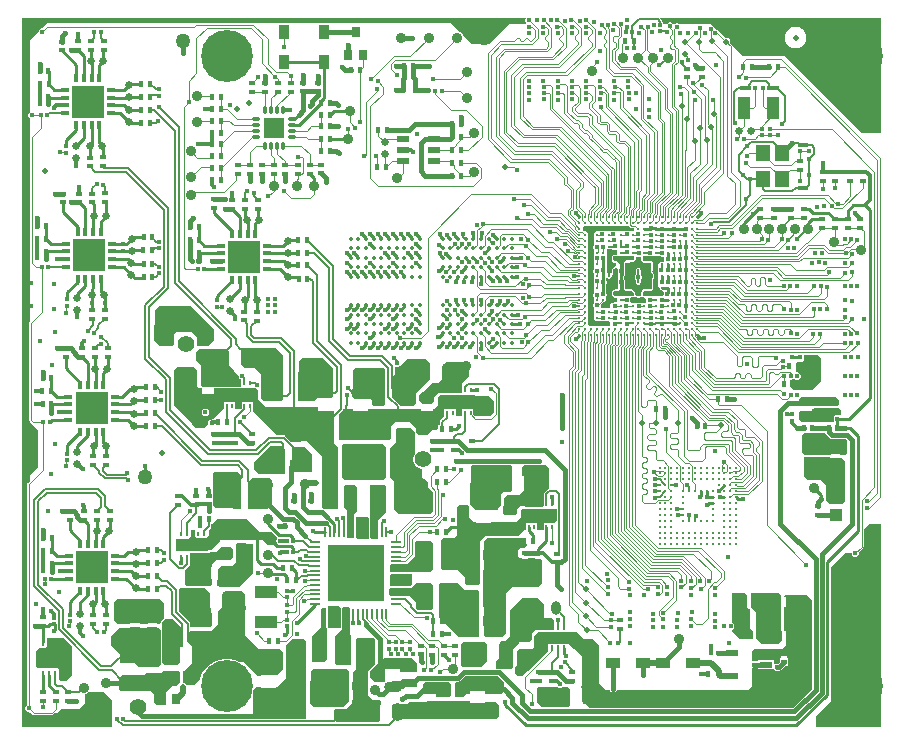
<source format=gtl>
G04*
G04 #@! TF.GenerationSoftware,Altium Limited,Altium Designer,25.7.1 (20)*
G04*
G04 Layer_Physical_Order=1*
G04 Layer_Color=255*
%FSLAX44Y44*%
%MOMM*%
G71*
G04*
G04 #@! TF.SameCoordinates,73AB98AC-F87E-4787-825B-23B2420A13CA*
G04*
G04*
G04 #@! TF.FilePolarity,Positive*
G04*
G01*
G75*
%ADD12C,0.1270*%
%ADD13C,0.2032*%
%ADD14O,0.2794X0.8128*%
%ADD15O,0.8128X0.2794*%
%ADD16O,0.8890X1.1430*%
%ADD17O,1.1430X0.8890*%
%ADD18O,1.5240X0.8890*%
%ADD19O,0.8890X1.5240*%
%ADD20R,1.0922X1.9050*%
%ADD21R,0.8636X1.8034*%
%ADD22R,1.2192X2.0066*%
%ADD23C,0.6350*%
%ADD24R,1.2192X0.8890*%
%ADD25R,0.3048X0.3048*%
%ADD26R,0.8382X0.7112*%
%ADD27R,0.7112X0.8890*%
%ADD28R,1.1938X1.3970*%
%ADD29R,1.1176X0.6096*%
%ADD30R,0.3556X0.7874*%
%ADD31R,0.7874X0.3556*%
%ADD32R,0.2032X0.8890*%
%ADD33R,0.8890X0.2032*%
%ADD34C,0.2540*%
%ADD35R,0.2794X0.4826*%
G04:AMPARAMS|DCode=36|XSize=0.0254mm|YSize=0.0254mm|CornerRadius=0mm|HoleSize=0mm|Usage=FLASHONLY|Rotation=0.000|XOffset=0mm|YOffset=0mm|HoleType=Round|Shape=Octagon|*
%AMOCTAGOND36*
4,1,8,0.0127,-0.0064,0.0127,0.0064,0.0064,0.0127,-0.0064,0.0127,-0.0127,0.0064,-0.0127,-0.0064,-0.0064,-0.0127,0.0064,-0.0127,0.0127,-0.0064,0.0*
%
%ADD36OCTAGOND36*%

%ADD37R,0.2540X0.4572*%
%ADD38R,0.4572X0.6096*%
%ADD39R,0.9906X0.8128*%
%ADD40R,1.0160X1.0160*%
%ADD41R,0.2540X0.6350*%
%ADD42C,0.3556*%
%ADD43R,0.4572X0.5080*%
%ADD44R,0.5080X0.4572*%
%ADD45R,0.9906X0.8128*%
%ADD46R,0.8128X0.9906*%
%ADD47R,0.7112X0.8382*%
%ADD48R,0.3048X0.3048*%
%ADD49R,0.8890X1.2192*%
%ADD50R,1.9050X1.0922*%
%ADD51R,0.6096X0.4572*%
%ADD52R,1.7018X1.7018*%
%ADD54R,2.6924X2.6924*%
%ADD55R,4.6990X4.6990*%
%ADD56R,1.6002X0.9144*%
%ADD58R,1.6002X1.6002*%
%ADD63C,4.4000*%
%ADD66C,0.5080*%
%ADD67R,1.4986X0.5588*%
%ADD68R,2.6924X1.0922*%
%ADD69C,1.2700*%
%ADD70C,0.8890*%
%ADD71C,0.3810*%
%ADD72C,0.0813*%
%ADD73C,0.1118*%
%ADD74C,0.2540*%
%ADD75C,0.3810*%
%ADD76C,0.3048*%
%ADD77C,0.0864*%
%ADD78C,0.6350*%
%ADD79C,0.1041*%
%ADD80C,0.5080*%
%ADD81C,0.0914*%
%ADD82C,0.0762*%
%ADD83C,0.1168*%
%ADD84C,0.1778*%
%ADD85C,0.1016*%
%ADD86C,0.4572*%
%ADD87C,0.4064*%
%ADD88C,1.4224*%
G36*
X431770Y605239D02*
X431439Y604440D01*
Y603228D01*
X431903Y602108D01*
X432351Y601660D01*
X432035Y600898D01*
X418366D01*
X400741Y583273D01*
X386586D01*
X378736Y591123D01*
X378370Y592005D01*
X376834Y593541D01*
X375951Y593907D01*
X368694Y601165D01*
X202496D01*
X202479Y601182D01*
X201958Y601530D01*
X201343Y601653D01*
X153058D01*
X152443Y601530D01*
X151923Y601182D01*
X151905Y601165D01*
X26345D01*
X22294Y597113D01*
X21974D01*
X20854Y596649D01*
X19997Y595792D01*
X19533Y594672D01*
Y594352D01*
X11925Y586745D01*
Y525953D01*
X11847Y525920D01*
X10990Y525063D01*
X10526Y523943D01*
Y522730D01*
X10990Y521610D01*
X11847Y520753D01*
X11925Y520720D01*
Y348557D01*
X11582Y348214D01*
X11234Y347693D01*
X11112Y347078D01*
Y265527D01*
X11234Y264912D01*
X11582Y264391D01*
X11925Y264048D01*
Y263091D01*
X18603Y256413D01*
Y224902D01*
X11935Y218234D01*
Y213832D01*
X10086Y211983D01*
X9738Y211462D01*
X9616Y210848D01*
Y23818D01*
X9495Y23768D01*
X8638Y22910D01*
X8174Y21790D01*
Y20577D01*
X8638Y19457D01*
X9495Y18600D01*
X10615Y18136D01*
X11041D01*
X11356Y17374D01*
X11128Y17145D01*
X12990D01*
X14265Y15870D01*
X14785Y15522D01*
X15400Y15400D01*
X30373D01*
X30988Y15522D01*
X31509Y15870D01*
X32784Y17145D01*
X35159D01*
X38364Y20350D01*
X53320D01*
X58925Y25956D01*
Y33249D01*
X58932D01*
X60939Y34080D01*
X61629Y34770D01*
X74948D01*
X81625Y28092D01*
Y5082D01*
X4948D01*
Y606001D01*
X431348D01*
X431770Y605239D01*
D02*
G37*
G36*
X732292Y508500D02*
X716920D01*
X651761Y573659D01*
X615978D01*
X605058Y584579D01*
X605132Y584758D01*
Y586172D01*
X604591Y587479D01*
X603591Y588479D01*
X602284Y589021D01*
X600869D01*
X600690Y588947D01*
X595092Y594545D01*
X595047Y594654D01*
X594189Y595511D01*
X594081Y595556D01*
X588739Y600898D01*
X561501D01*
X560526Y601302D01*
X559314D01*
X558339Y600898D01*
X556164D01*
X555574Y601488D01*
X554453Y601952D01*
X553241D01*
X552120Y601488D01*
X551530Y600898D01*
X548190D01*
Y602447D01*
X547722D01*
X547565Y603238D01*
X547115Y603910D01*
X547115Y603910D01*
X545786Y605239D01*
X546102Y606001D01*
X732292D01*
Y508500D01*
D02*
G37*
G36*
X520189Y428566D02*
X521083Y428196D01*
X523791D01*
X523872Y428115D01*
Y426126D01*
X522790Y425044D01*
X519242D01*
X519117Y425169D01*
X517997Y425633D01*
X516784D01*
X515664Y425169D01*
X515539Y425044D01*
X507453D01*
X506699Y425356D01*
X505486D01*
X504732Y425044D01*
X497754D01*
X496651Y425501D01*
X495438D01*
X494334Y425044D01*
X491609D01*
X489801Y423235D01*
Y413182D01*
X489622Y413003D01*
X489158Y411883D01*
Y410671D01*
X489622Y409550D01*
X489801Y409372D01*
Y404262D01*
X489795Y404256D01*
X489331Y403135D01*
Y401923D01*
X489795Y400802D01*
X489801Y400797D01*
Y393200D01*
X489650Y393049D01*
X489186Y391929D01*
Y390716D01*
X489650Y389596D01*
X489801Y389445D01*
Y383974D01*
X489506Y383262D01*
Y382050D01*
X489801Y381339D01*
Y372956D01*
X489650Y372805D01*
X489186Y371685D01*
Y370472D01*
X489650Y369352D01*
X489801Y369202D01*
Y364777D01*
X489401Y364378D01*
X488937Y363257D01*
Y362045D01*
X489401Y360924D01*
X489801Y360525D01*
Y350490D01*
X491340Y348950D01*
X496193D01*
X496678Y348750D01*
X497890D01*
X498374Y348950D01*
X502727D01*
X503359Y348318D01*
Y344795D01*
X503088Y344523D01*
X486186D01*
X484469Y346240D01*
Y423507D01*
X482663Y425313D01*
X480675D01*
X479951Y426037D01*
Y428297D01*
X480944Y429291D01*
X519465D01*
X520189Y428566D01*
D02*
G37*
G36*
X505468Y409541D02*
X506589Y409077D01*
X507801D01*
X508196Y409241D01*
X508958Y408731D01*
Y406192D01*
X508074Y405308D01*
X506062D01*
X505028Y404274D01*
Y403387D01*
X504690Y402571D01*
Y401359D01*
X505028Y400543D01*
Y399659D01*
X506453Y398234D01*
X507583D01*
X508417Y397401D01*
Y396232D01*
X506012Y393828D01*
X505999Y393823D01*
X505142Y392965D01*
X504678Y391845D01*
Y390633D01*
X504924Y390037D01*
X504408Y389522D01*
X502148D01*
X500576Y391094D01*
Y391212D01*
X500636Y391359D01*
Y392571D01*
X500576Y392719D01*
Y401212D01*
X500636Y401359D01*
Y402571D01*
X500576Y402719D01*
Y409752D01*
X501338Y410136D01*
X501828Y409933D01*
X502636D01*
X503165Y410152D01*
X504857D01*
X505468Y409541D01*
D02*
G37*
G36*
X523397Y403934D02*
Y401084D01*
X522956Y400642D01*
X516814D01*
X514655Y398483D01*
Y387734D01*
X514418Y387497D01*
X513954Y386376D01*
Y385164D01*
X514418Y384044D01*
X514655Y383806D01*
Y375915D01*
X516227Y374343D01*
X521482D01*
X523103Y372722D01*
Y370756D01*
X522895Y370548D01*
X520596D01*
X520596Y370548D01*
X519624Y370146D01*
X519597Y370119D01*
X507779D01*
X506108Y371790D01*
Y373408D01*
X507388Y374688D01*
X510040D01*
X511266Y375915D01*
Y397642D01*
X509366Y399542D01*
X507744D01*
X507583Y399609D01*
X507583Y399608D01*
X507023D01*
X506403Y400228D01*
Y400543D01*
X506298Y400796D01*
Y401069D01*
X506065Y401632D01*
Y402298D01*
X506298Y402861D01*
Y403134D01*
X506403Y403387D01*
Y403698D01*
X506638Y403933D01*
X508074D01*
X508074Y403933D01*
X508761Y404218D01*
X509046Y404336D01*
X509046Y404336D01*
X509086Y404376D01*
X516138D01*
X516972Y404030D01*
X518185D01*
X519019Y404376D01*
X522956D01*
X523397Y403934D01*
D02*
G37*
G36*
X545737Y403915D02*
X546858Y403451D01*
X548070D01*
X548162Y403489D01*
X548856Y402968D01*
Y400228D01*
X547876Y399247D01*
X545467D01*
X543504Y397284D01*
Y378470D01*
X545199Y376776D01*
X545201Y376764D01*
Y376560D01*
X545279Y376371D01*
X545319Y376171D01*
X545432Y376001D01*
X545510Y375813D01*
X545654Y375669D01*
X545768Y375499D01*
X545938Y375386D01*
X546082Y375241D01*
X546270Y375163D01*
X546440Y375050D01*
X546640Y375010D01*
X546829Y374932D01*
X547033D01*
X547045Y374930D01*
X548663Y373311D01*
Y371351D01*
X547324Y370012D01*
X546649D01*
X546558Y369974D01*
X533238D01*
X533066Y370146D01*
X532094Y370548D01*
X532094Y370548D01*
X531583D01*
X530931Y371201D01*
Y373116D01*
X532110Y374294D01*
X538005D01*
X539773Y376062D01*
Y384724D01*
X540223Y385174D01*
X540687Y386294D01*
Y387507D01*
X540223Y388627D01*
X539773Y389077D01*
Y390253D01*
X539130Y390896D01*
Y391236D01*
X539265Y391561D01*
Y392369D01*
X539226Y392464D01*
X539623Y392862D01*
Y397967D01*
X539770Y398115D01*
Y398557D01*
X538688Y399638D01*
X532206D01*
X531500Y400345D01*
Y404178D01*
X535467D01*
X536467Y403764D01*
X537679D01*
X538679Y404178D01*
X545475D01*
X545737Y403915D01*
D02*
G37*
G36*
X509892Y393365D02*
Y392204D01*
X509770Y391911D01*
Y390699D01*
X509892Y390405D01*
Y382667D01*
X509781Y382399D01*
Y381186D01*
X509892Y380918D01*
Y376933D01*
X509022Y376063D01*
X507388D01*
X506416Y375660D01*
X506416Y375660D01*
X505136Y374380D01*
X504733Y373408D01*
X504733Y373408D01*
Y371790D01*
X505136Y370818D01*
X505136Y370818D01*
X505193Y370760D01*
Y370710D01*
X506570Y369334D01*
X506620D01*
X506807Y369147D01*
X507779Y368744D01*
X507779Y368744D01*
X509171D01*
Y365286D01*
X508576Y364806D01*
X508235Y364947D01*
X507023D01*
X505903Y364483D01*
X505841Y364421D01*
X504454D01*
X503522Y363489D01*
Y360838D01*
X502343Y359659D01*
X498663D01*
X498020Y359926D01*
X496807D01*
X496163Y359659D01*
X495663D01*
X495272Y360050D01*
Y362981D01*
X497106Y364815D01*
X497776D01*
X498074Y365113D01*
X498384Y365241D01*
X498956Y365813D01*
X499084Y366122D01*
X499986Y367025D01*
Y370074D01*
X500342Y370932D01*
Y372145D01*
X499986Y373003D01*
Y380052D01*
X500173Y380239D01*
X500636Y381359D01*
Y382571D01*
X500173Y383692D01*
X499986Y383878D01*
Y385258D01*
X500748Y385574D01*
X501081Y385241D01*
X501828Y384932D01*
X502636D01*
X503383Y385241D01*
X503954Y385813D01*
X504264Y386560D01*
Y386593D01*
X504333Y386697D01*
X504471Y387391D01*
Y388173D01*
X505381Y388550D01*
X505381Y388550D01*
X505896Y389065D01*
X506001Y389318D01*
X506194Y389511D01*
Y389785D01*
X506299Y390037D01*
X506194Y390290D01*
Y390564D01*
X506052Y390906D01*
Y391572D01*
X506307Y392187D01*
X506971Y392851D01*
X506984Y392856D01*
X507922Y393794D01*
X509463D01*
X509892Y393365D01*
D02*
G37*
G36*
X529725Y402938D02*
Y400388D01*
X530378Y399734D01*
X530528Y399373D01*
X531234Y398666D01*
X532206Y398264D01*
X532206Y398264D01*
X537546D01*
X538248Y397967D01*
X538248Y397967D01*
Y393424D01*
X538149Y393184D01*
X537955Y392990D01*
X537956Y392717D01*
X537851Y392464D01*
X537890Y392369D01*
Y391834D01*
X537860Y391762D01*
X537860Y391489D01*
X537756Y391236D01*
Y390896D01*
X537756Y390896D01*
X538158Y389924D01*
X538158Y389924D01*
X538398Y389684D01*
Y389077D01*
X538772Y388175D01*
Y385626D01*
X538398Y384724D01*
X538398Y384723D01*
Y376632D01*
X537524Y375757D01*
X531381D01*
X530487Y374863D01*
Y374615D01*
X529959Y374088D01*
X529556Y373116D01*
X529557Y373116D01*
Y371201D01*
X529556Y371201D01*
X529564Y371182D01*
X529141Y370548D01*
X528465D01*
X528212Y370444D01*
X527939D01*
X527566Y370289D01*
X526900D01*
X526527Y370444D01*
X526254D01*
X526001Y370548D01*
X525510D01*
X524478Y371581D01*
Y372722D01*
X524478Y372722D01*
X524355Y373018D01*
Y373296D01*
X524158Y373493D01*
X524075Y373694D01*
X524075Y373694D01*
X522454Y375315D01*
X522253Y375398D01*
X521894Y375757D01*
X516872D01*
X516029Y376600D01*
Y383806D01*
X516030Y383806D01*
X515627Y384779D01*
X515583Y384822D01*
X515348Y385390D01*
Y386151D01*
X515583Y386718D01*
X515627Y386762D01*
X516030Y387734D01*
X516029Y387734D01*
Y397913D01*
X516645Y398529D01*
X519699D01*
X520438Y399267D01*
X522956D01*
X523288Y399405D01*
X523415D01*
X523505Y399495D01*
X523928Y399670D01*
X523928Y399670D01*
X524370Y400112D01*
X524544Y400534D01*
X524713Y400703D01*
Y400942D01*
X524772Y401084D01*
X524772Y401084D01*
Y402999D01*
X525295Y403522D01*
X529140D01*
X529725Y402938D01*
D02*
G37*
G36*
X533451Y367817D02*
Y365153D01*
X532978Y364680D01*
X521851D01*
X520337Y366194D01*
Y368915D01*
X520596Y369174D01*
X526001D01*
X526627Y368915D01*
X527839D01*
X528465Y369174D01*
X532094D01*
X533451Y367817D01*
D02*
G37*
G36*
X160896Y349273D02*
X167665Y342504D01*
Y332699D01*
X163228Y328262D01*
X153515D01*
X153325Y328452D01*
Y335661D01*
X149319Y339667D01*
X135900D01*
X134300Y338066D01*
Y329532D01*
X133030Y328262D01*
X121910D01*
X117472Y332699D01*
Y345536D01*
X117889Y345953D01*
Y358097D01*
X121239Y361447D01*
X148722D01*
X160896Y349273D01*
D02*
G37*
G36*
X226197Y320190D02*
Y283106D01*
X224249Y281158D01*
X210203D01*
X207516Y283845D01*
Y304465D01*
X202905Y309077D01*
X194404D01*
X190495Y312986D01*
Y323842D01*
X190495Y323842D01*
X190495D01*
X190719Y324531D01*
X192524Y326337D01*
X220050D01*
X226197Y320190D01*
D02*
G37*
G36*
X682211Y317599D02*
Y298237D01*
X674855Y290881D01*
X658066D01*
X656077Y292870D01*
X655795Y293515D01*
X655795Y293515D01*
X655795D01*
X655795Y293515D01*
Y298595D01*
X655795Y298595D01*
X655795D01*
X655795Y298595D01*
X655940Y299296D01*
X656072Y299428D01*
X656777D01*
X657897Y299892D01*
X658324Y300318D01*
X658855Y300673D01*
X659319Y300318D01*
X659778Y299859D01*
X660899Y299395D01*
X662111D01*
X663232Y299859D01*
X664089Y300716D01*
X664553Y301837D01*
Y303049D01*
X664089Y304169D01*
X663232Y305027D01*
X662111Y305491D01*
X660899D01*
X660395Y305828D01*
Y313680D01*
X661373Y314658D01*
X666153D01*
X667380Y315885D01*
Y319070D01*
X668729Y320419D01*
X679392D01*
X682211Y317599D01*
D02*
G37*
G36*
X180335Y323703D02*
Y311142D01*
X181059D01*
Y311056D01*
X184691Y307424D01*
Y306852D01*
X188720Y302824D01*
Y302080D01*
X189184Y300960D01*
X190041Y300103D01*
X190581Y299879D01*
Y293738D01*
X190155Y293312D01*
X189103D01*
X189060Y293355D01*
X158593D01*
X156881Y295067D01*
Y311721D01*
X152949Y315653D01*
Y322842D01*
X155623Y325516D01*
X178521D01*
X180335Y323703D01*
D02*
G37*
G36*
X384035Y313057D02*
Y302791D01*
X377861Y296616D01*
Y287896D01*
X377680Y287716D01*
X370233D01*
X370050Y287899D01*
X357609D01*
X354066Y284356D01*
Y280543D01*
X351886Y278364D01*
X344983D01*
X341442Y281904D01*
Y285628D01*
X344348Y288534D01*
X344714D01*
X352859Y296680D01*
X357645D01*
X360411Y299446D01*
X360652D01*
Y311178D01*
X363997Y314523D01*
X382570D01*
X384035Y313057D01*
D02*
G37*
G36*
X266652Y311087D02*
X268923Y308816D01*
Y285567D01*
X267188Y283832D01*
X255539D01*
X252890Y281183D01*
X241399D01*
X239398Y283185D01*
Y305476D01*
X239715Y305793D01*
Y314643D01*
X242766Y317693D01*
X260045D01*
X266652Y311087D01*
D02*
G37*
G36*
X350497Y313883D02*
Y312146D01*
X350492D01*
Y299446D01*
X350492Y299446D01*
X350492D01*
X350492Y299446D01*
X350312Y298758D01*
X338694Y287139D01*
Y279966D01*
X336154Y277426D01*
X325624D01*
X325576Y277666D01*
X325127Y278338D01*
X325127Y278338D01*
X318821Y284644D01*
Y290264D01*
Y302014D01*
X321297Y304490D01*
Y309214D01*
X321899Y309816D01*
X324221D01*
X324485Y310081D01*
X324937D01*
Y310533D01*
X325285Y310881D01*
X325478D01*
Y311074D01*
X331424Y317020D01*
X347360D01*
X350497Y313883D01*
D02*
G37*
G36*
X313009Y308016D02*
Y278808D01*
X311673Y277472D01*
X303042D01*
X302989Y277419D01*
X301315Y279093D01*
Y282158D01*
X300452Y283025D01*
X298033D01*
Y283286D01*
X287111D01*
X285803Y284594D01*
Y307482D01*
X287271Y308950D01*
X312075D01*
X313009Y308016D01*
D02*
G37*
G36*
X697293Y282275D02*
Y278712D01*
X695594Y277012D01*
X664825D01*
X663529Y278308D01*
Y282923D01*
X665472Y284866D01*
X694703D01*
X697293Y282275D01*
D02*
G37*
G36*
X388876Y285892D02*
X400124D01*
X404647Y281369D01*
Y271269D01*
X401742Y268364D01*
X389126D01*
X387523Y269966D01*
Y274259D01*
X382951D01*
Y274259D01*
X382524D01*
Y274259D01*
X377952D01*
Y268364D01*
X372522D01*
Y274259D01*
X367949D01*
Y274259D01*
X367523D01*
Y274259D01*
X362951D01*
Y268219D01*
X359484Y264752D01*
Y264199D01*
X359358Y264011D01*
X359200Y263218D01*
X359200Y263218D01*
Y261023D01*
X357970D01*
Y258864D01*
X356159Y257053D01*
X352491D01*
X347932Y252494D01*
X341889D01*
X339111Y255272D01*
X339026Y255476D01*
Y258313D01*
X333936Y263403D01*
X321490D01*
X317383Y259296D01*
Y249362D01*
X316113Y248092D01*
X274724D01*
X273980Y248836D01*
Y269927D01*
X276933Y272880D01*
X276933Y272880D01*
X277382Y273553D01*
X277512Y274206D01*
X285333D01*
Y273126D01*
X298033D01*
Y274206D01*
X342890D01*
Y273129D01*
X353050D01*
Y274206D01*
X353964D01*
X357327Y277569D01*
Y284142D01*
X359374Y286189D01*
X388579D01*
X388876Y285892D01*
D02*
G37*
G36*
X698543Y273416D02*
Y270675D01*
X697639Y269771D01*
X693781D01*
Y269695D01*
X693621D01*
X692485Y268559D01*
Y264152D01*
X691741Y263408D01*
X665960D01*
X663044Y266324D01*
Y271219D01*
X664421Y272595D01*
X673070D01*
X676029Y275554D01*
X696404D01*
X698543Y273416D01*
D02*
G37*
G36*
X686087Y253098D02*
X689099Y250086D01*
X690065Y249440D01*
X691205Y249213D01*
X702951D01*
X703478Y248686D01*
Y236972D01*
X702262Y235755D01*
X698017D01*
Y236372D01*
X689889D01*
Y235755D01*
X668015D01*
X666151Y237619D01*
Y252354D01*
X667850Y254053D01*
X685448D01*
X686087Y253098D01*
D02*
G37*
G36*
X250823Y236591D02*
Y220795D01*
X232374D01*
X231846Y221323D01*
Y231331D01*
X233578D01*
Y241490D01*
X233940Y242103D01*
X245311D01*
X250823Y236591D01*
D02*
G37*
G36*
X227924Y240088D02*
Y219946D01*
X227393Y219415D01*
X206083D01*
X201630Y223868D01*
Y228745D01*
X215732Y242847D01*
X225166D01*
X227924Y240088D01*
D02*
G37*
G36*
X313667Y241813D02*
X313560Y241051D01*
X313561D01*
Y232923D01*
X313848D01*
Y225786D01*
X313748D01*
Y217658D01*
X313748Y217658D01*
X313748D01*
X313257Y217133D01*
X310860Y214737D01*
X278884D01*
X276344Y217277D01*
Y244320D01*
X276794Y244770D01*
X310711D01*
X313667Y241813D01*
D02*
G37*
G36*
X689889Y232824D02*
Y232816D01*
X689897D01*
X690034Y232679D01*
X699508D01*
X701777Y230411D01*
Y215837D01*
Y196311D01*
X699724Y194259D01*
X689036D01*
X685637Y197658D01*
Y210249D01*
X681589Y214297D01*
X670606D01*
X667365Y217538D01*
Y233650D01*
X668012Y234297D01*
X688416D01*
X689889Y232824D01*
D02*
G37*
G36*
X191041Y218455D02*
Y214744D01*
X190929D01*
Y204584D01*
X191041D01*
Y192324D01*
X189075Y190358D01*
X169893D01*
X167434Y192817D01*
Y220015D01*
X168277Y220858D01*
X188638D01*
X191041Y218455D01*
D02*
G37*
G36*
X217322Y213906D02*
Y193761D01*
X213401Y189840D01*
X198453D01*
X197073Y191219D01*
Y212951D01*
X200043Y215920D01*
X215308D01*
X217322Y213906D01*
D02*
G37*
G36*
X153284Y307744D02*
Y293738D01*
X154996Y292026D01*
X157732D01*
Y287635D01*
X167892D01*
Y291980D01*
X188999D01*
X189103Y291937D01*
X189103Y291937D01*
X190154D01*
X190155Y291937D01*
X190371Y292026D01*
X203314D01*
X205397Y289944D01*
Y282156D01*
X211696Y275857D01*
X255653D01*
Y273228D01*
X268354D01*
X268354Y273228D01*
Y273228D01*
X269066Y273275D01*
X269921Y272420D01*
Y245524D01*
X272908Y242537D01*
Y241493D01*
X272616D01*
Y233365D01*
X272908D01*
Y225466D01*
X272743D01*
Y217338D01*
X272908D01*
Y190533D01*
X272075Y189700D01*
X261323D01*
X259111Y191910D01*
Y234569D01*
X246560Y247119D01*
X241488D01*
X241381Y247013D01*
X233138D01*
X228424Y251726D01*
X227752Y252175D01*
X226959Y252333D01*
X226959Y252333D01*
X221118D01*
X205372Y268079D01*
X200640Y272811D01*
X200800Y273573D01*
X200800D01*
Y280177D01*
X196228D01*
Y280177D01*
X195801D01*
Y280177D01*
X191229D01*
Y275033D01*
X190450Y274254D01*
X185798D01*
Y280177D01*
X181227D01*
Y280177D01*
X180800D01*
Y280177D01*
X176228D01*
Y274254D01*
X175301D01*
X166836Y265790D01*
X166456D01*
X165581Y265615D01*
X165218D01*
X164097Y265151D01*
X163240Y264294D01*
X162776Y263174D01*
Y261961D01*
X162844Y261797D01*
X159901Y258854D01*
X151910D01*
X148940Y261823D01*
Y262684D01*
X134249Y277376D01*
Y307645D01*
X136289Y309684D01*
X151343D01*
X153284Y307744D01*
D02*
G37*
G36*
X420078Y226258D02*
Y219654D01*
Y218186D01*
X419799D01*
Y205941D01*
X418214Y204356D01*
X412311D01*
X410517Y202563D01*
Y192537D01*
X406781Y188801D01*
X389636D01*
X385046Y193391D01*
Y197081D01*
Y211752D01*
X385072Y211778D01*
Y218811D01*
Y225755D01*
X386527Y227211D01*
X419125D01*
X420078Y226258D01*
D02*
G37*
G36*
X337754Y255229D02*
Y236609D01*
X336893Y235118D01*
X336339Y233051D01*
Y230911D01*
X336893Y228843D01*
X337963Y226990D01*
X339477Y225477D01*
X341330Y224407D01*
X343397Y223853D01*
X343614D01*
Y216995D01*
X345069Y215539D01*
X346773D01*
X349395Y212918D01*
Y208257D01*
X353085Y204566D01*
Y187764D01*
X351338Y186017D01*
X323967D01*
X320421Y189563D01*
Y213799D01*
X317319Y216902D01*
X317304Y217658D01*
X317304D01*
Y225786D01*
X316984D01*
Y232923D01*
X317117D01*
Y241051D01*
X317445Y241677D01*
X322138Y246370D01*
Y257652D01*
X323002Y258516D01*
X334467D01*
X337754Y255229D01*
D02*
G37*
G36*
X451256Y224470D02*
Y206972D01*
X450984Y206917D01*
X450312Y206468D01*
X450312Y206468D01*
X447787Y203944D01*
X447338Y203272D01*
X447180Y202479D01*
X447180Y202479D01*
Y197724D01*
X446966D01*
Y192811D01*
X427632D01*
X424452Y189631D01*
Y186637D01*
X422636Y184821D01*
X414190D01*
X412920Y186091D01*
Y192451D01*
X413418Y192949D01*
Y198849D01*
X416009Y201440D01*
X426087D01*
X429448Y204800D01*
Y205486D01*
X429958D01*
Y218186D01*
X429321D01*
X428993Y218514D01*
Y220693D01*
Y225318D01*
X430484Y226809D01*
X448920D01*
X451256Y224470D01*
D02*
G37*
G36*
X383873Y192278D02*
Y183068D01*
X388115Y178826D01*
X389395D01*
Y178359D01*
X402095D01*
Y178826D01*
X424091D01*
X427995Y182730D01*
Y188829D01*
X429230Y190063D01*
X458069D01*
Y180191D01*
X456100Y178222D01*
X451965D01*
X451965Y178222D01*
X451538D01*
Y178222D01*
X451203Y178222D01*
X446966D01*
Y175145D01*
X446922Y174920D01*
Y172474D01*
X441536D01*
Y178222D01*
X436964D01*
X436964Y178222D01*
X436537D01*
Y178222D01*
X436202Y178222D01*
X431965D01*
Y175145D01*
X431920Y174920D01*
Y172474D01*
X431020D01*
X425643Y167096D01*
X417563D01*
X417548Y167112D01*
X397480D01*
X393339Y162971D01*
X392813D01*
Y154844D01*
X392938D01*
Y146715D01*
X392813D01*
Y138588D01*
X392938D01*
Y126878D01*
X391394Y125334D01*
X382494D01*
X380314Y127513D01*
Y132324D01*
X374226Y138412D01*
X361607D01*
X360154Y139865D01*
Y163271D01*
X362542Y165659D01*
X371513D01*
X373885Y168031D01*
Y177660D01*
Y191938D01*
X375392Y193444D01*
X382707D01*
X383873Y192278D01*
D02*
G37*
G36*
X206441Y170744D02*
X216729D01*
X220919Y166553D01*
X221405Y166229D01*
X221550Y165446D01*
X221520Y165305D01*
X221020Y164805D01*
X220556Y163684D01*
Y162472D01*
X221020Y161352D01*
X221877Y160494D01*
X222041Y160426D01*
X221889Y159664D01*
X213137D01*
X209413Y163388D01*
X200243D01*
Y163416D01*
X195163D01*
Y163388D01*
X183342D01*
Y163680D01*
X173182D01*
Y162392D01*
X166093Y155303D01*
X137396D01*
X136670Y156030D01*
Y164490D01*
X145771D01*
X146941Y165661D01*
X146975D01*
Y165694D01*
X148336Y167056D01*
Y171714D01*
X148715Y172093D01*
X151473D01*
X152138Y171427D01*
Y166200D01*
X152405Y165933D01*
Y165661D01*
X152677D01*
X152707Y165631D01*
X161069D01*
X161099Y165661D01*
X161976D01*
Y166538D01*
X163447Y168008D01*
Y172439D01*
X165099Y174092D01*
X165099Y174092D01*
X165548Y174764D01*
X165706Y175557D01*
Y177149D01*
X166108Y177551D01*
X166936D01*
Y178379D01*
X170289Y181732D01*
X195453D01*
X206441Y170744D01*
D02*
G37*
G36*
X288747Y208389D02*
Y187780D01*
X286827Y185859D01*
Y183080D01*
X286697Y182766D01*
X286697Y182766D01*
Y165806D01*
X286697Y165806D01*
X286724Y165740D01*
X286234Y165090D01*
X281147D01*
X280551Y165687D01*
Y188476D01*
X277564Y191463D01*
Y208859D01*
X278514Y209809D01*
X287327D01*
X288747Y208389D01*
D02*
G37*
G36*
X298978Y182019D02*
Y164909D01*
X298605Y164536D01*
X289342D01*
X288072Y165806D01*
Y182766D01*
X288668Y183363D01*
X297635D01*
X298978Y182019D01*
D02*
G37*
G36*
X313174Y209659D02*
Y187330D01*
X306700Y180856D01*
Y165242D01*
X305877Y164419D01*
X301394D01*
X300353Y165460D01*
Y182019D01*
X300353Y182019D01*
X299974Y182934D01*
Y210233D01*
X299984Y210256D01*
X312577D01*
X313174Y209659D01*
D02*
G37*
G36*
X732292Y5082D02*
X677931D01*
Y15009D01*
X690214Y27292D01*
Y139985D01*
X702498Y152268D01*
X707674D01*
Y151933D01*
X708139Y150813D01*
X708996Y149956D01*
X710116Y149492D01*
X711329D01*
X712449Y149956D01*
X713306Y150813D01*
X713771Y151933D01*
Y153146D01*
X713720Y153267D01*
X717390Y156936D01*
X717738Y157457D01*
X717860Y158072D01*
X717860Y158072D01*
Y158552D01*
X717987Y158679D01*
Y172565D01*
X722259Y176837D01*
X732292D01*
Y5082D01*
D02*
G37*
G36*
X353522Y161298D02*
Y138684D01*
X351523Y136685D01*
X317012D01*
X316558Y137140D01*
Y141407D01*
X318102Y142951D01*
X331089D01*
X337718Y149581D01*
Y161661D01*
X338899Y162842D01*
X351978D01*
X353522Y161298D01*
D02*
G37*
G36*
X183894Y155938D02*
Y149398D01*
X181262Y146766D01*
X170271D01*
X166459Y142954D01*
Y141105D01*
X165717D01*
Y130945D01*
X166459D01*
Y130510D01*
Y126456D01*
X164442Y124440D01*
X145339D01*
X143027Y126751D01*
Y131691D01*
Y137594D01*
X147478Y142044D01*
Y152735D01*
X164168D01*
Y153487D01*
X170274D01*
X174178Y157391D01*
X182441D01*
X183894Y155938D01*
D02*
G37*
G36*
X335387Y134633D02*
Y125667D01*
X334043Y124323D01*
X316934D01*
X316560Y124696D01*
Y133960D01*
X317830Y135230D01*
X334790D01*
X335387Y134633D01*
D02*
G37*
G36*
X195163Y160495D02*
X200243D01*
X200243Y160495D01*
Y160495D01*
X200784Y160030D01*
X200896Y159918D01*
Y134872D01*
X193721Y127696D01*
X189662Y123637D01*
X172728D01*
X170589Y125776D01*
Y129990D01*
X171237Y130637D01*
Y139014D01*
X173843Y141618D01*
X183444D01*
X186517Y144691D01*
Y159581D01*
X187599Y160663D01*
X195163D01*
Y160495D01*
D02*
G37*
G36*
X353068Y125605D02*
Y105534D01*
X351667Y104134D01*
X351615Y104144D01*
X351615Y104144D01*
X340850D01*
X338808Y106186D01*
Y111348D01*
X333906Y116251D01*
X317378D01*
X316469Y117160D01*
Y122065D01*
X317352Y122948D01*
X334043D01*
X334043Y122948D01*
X334100Y122972D01*
X334541D01*
X334853Y123284D01*
X335015Y123351D01*
X336359Y124694D01*
X336426Y124857D01*
X338628Y127058D01*
X351615D01*
X353068Y125605D01*
D02*
G37*
G36*
X125225Y110566D02*
Y97357D01*
X123270Y95402D01*
X122867Y94430D01*
X122867Y94430D01*
Y94038D01*
X121681Y92852D01*
X119852D01*
Y93177D01*
X111724D01*
Y92852D01*
X104986D01*
Y93254D01*
X96858D01*
Y92852D01*
X86685D01*
X83464Y96073D01*
Y111318D01*
X85933Y113787D01*
X122004D01*
X125225Y110566D01*
D02*
G37*
G36*
X164356Y118582D02*
Y106101D01*
X165044D01*
Y102263D01*
X166413Y100894D01*
Y91435D01*
X164770Y89791D01*
X147827D01*
Y92382D01*
X147827Y92382D01*
X147669Y93175D01*
X147220Y93847D01*
X138440Y102627D01*
Y121577D01*
X139482Y122616D01*
X160322D01*
X164356Y118582D01*
D02*
G37*
G36*
X275145Y106263D02*
Y89304D01*
X274549Y88707D01*
X265582D01*
X264239Y90051D01*
Y107160D01*
X264612Y107533D01*
X273876D01*
X275145Y106263D01*
D02*
G37*
G36*
X447035Y109748D02*
Y98582D01*
X448010Y97607D01*
X453662D01*
X456062Y95207D01*
Y88128D01*
X455935Y88001D01*
Y87691D01*
X447436D01*
Y87795D01*
X439542D01*
X436738Y84991D01*
Y79377D01*
X434472Y77112D01*
X425917D01*
Y76441D01*
X420982Y71506D01*
Y55740D01*
X419245Y54003D01*
X411172D01*
X410692Y54324D01*
X409552Y54550D01*
X407608D01*
X406552Y55606D01*
Y60935D01*
X408737Y63119D01*
X409255D01*
Y75819D01*
X409255Y75819D01*
X409255D01*
X409735Y76350D01*
X411170Y77785D01*
X414302D01*
X418310Y81793D01*
Y103970D01*
X423868Y109527D01*
X428747Y114407D01*
X442377D01*
X447035Y109748D01*
D02*
G37*
G36*
X380680Y121158D02*
X391305D01*
X392669Y119794D01*
Y107025D01*
X392664D01*
Y98897D01*
X392669D01*
Y90769D01*
X392664D01*
Y82641D01*
X392664Y82641D01*
X392664D01*
X392664Y82641D01*
X392441Y81972D01*
X391937Y81468D01*
X374866D01*
X364239Y92095D01*
X359458D01*
X358859Y92489D01*
Y97569D01*
X358790D01*
Y126152D01*
X359608Y126969D01*
X374868D01*
X380680Y121158D01*
D02*
G37*
G36*
X432422Y165268D02*
Y160195D01*
X432679D01*
Y159215D01*
X430540Y157076D01*
X426931D01*
X425409Y155555D01*
Y149426D01*
X426796Y148039D01*
X428280D01*
Y147183D01*
X433360D01*
Y148039D01*
X439354D01*
Y147295D01*
X444434D01*
X444434Y147295D01*
Y147295D01*
X445153Y147315D01*
X445518Y146949D01*
Y127564D01*
X442046Y124092D01*
X420332D01*
X414985Y118745D01*
Y85039D01*
X411780Y81834D01*
X397297D01*
X396220Y82911D01*
Y90769D01*
X395661D01*
Y98897D01*
X396220D01*
Y107025D01*
X395661D01*
Y138588D01*
X396370D01*
Y146715D01*
X395661D01*
Y154844D01*
X396370D01*
Y162733D01*
X399125Y165489D01*
X432201D01*
X432422Y165268D01*
D02*
G37*
G36*
X618848Y116794D02*
Y107511D01*
Y106965D01*
X619394D01*
X622122Y104236D01*
Y88938D01*
X624393Y86667D01*
Y81056D01*
X623390Y80053D01*
X613573D01*
X606689Y86937D01*
Y87689D01*
X607085Y87853D01*
X607942Y88710D01*
X608406Y89830D01*
Y91043D01*
X607942Y92163D01*
X607085Y93021D01*
X606689Y93184D01*
Y118796D01*
X606958Y119065D01*
X616577D01*
X618848Y116794D01*
D02*
G37*
G36*
X648315Y116261D02*
Y78138D01*
X645909Y75733D01*
X631881D01*
X626803Y80810D01*
Y102321D01*
X622771Y106354D01*
X622404Y106965D01*
Y115092D01*
X622196D01*
Y118130D01*
X622597Y118532D01*
X646044D01*
X648315Y116261D01*
D02*
G37*
G36*
X141521Y87856D02*
Y73228D01*
X139035D01*
Y60528D01*
X139035Y60528D01*
X139035D01*
X138831Y59827D01*
X136858Y57854D01*
X126573D01*
X124242Y60185D01*
Y94038D01*
X124242Y94038D01*
X124242Y94038D01*
Y94156D01*
X124435Y94623D01*
X126196Y96384D01*
X126197Y96385D01*
X126197Y96385D01*
X126573Y96761D01*
X132616D01*
X141521Y87856D01*
D02*
G37*
G36*
X262864Y105741D02*
Y90051D01*
X262864Y90051D01*
X263159Y89338D01*
Y62217D01*
X260977Y60035D01*
X252080D01*
X250988Y61128D01*
Y82286D01*
X258346Y89644D01*
Y104900D01*
X259255Y105809D01*
X262796D01*
X262864Y105741D01*
D02*
G37*
G36*
X283139Y106083D02*
Y95297D01*
X282700Y94236D01*
Y93023D01*
X283139Y91962D01*
Y83741D01*
X284140Y82740D01*
Y58857D01*
X282959Y57676D01*
X272059D01*
X270515Y59220D01*
Y81923D01*
X276238Y87645D01*
Y88622D01*
X276520Y89304D01*
X276520Y89304D01*
Y106000D01*
X277419Y106898D01*
X282323D01*
X283139Y106083D01*
D02*
G37*
G36*
X122809Y87244D02*
Y59053D01*
X120272Y56515D01*
X104508D01*
X101968Y59055D01*
X101082D01*
Y59080D01*
X89383D01*
X87940Y60523D01*
Y67389D01*
X80452Y74877D01*
Y82019D01*
X87511Y89078D01*
X93645D01*
X93817Y89248D01*
X120805D01*
X122809Y87244D01*
D02*
G37*
G36*
X398978Y75567D02*
Y60716D01*
X396756Y58494D01*
X394124Y55862D01*
X378704D01*
X377368Y57198D01*
Y75316D01*
X377459Y75408D01*
Y76677D01*
X378369Y77587D01*
X396959D01*
X398978Y75567D01*
D02*
G37*
G36*
X674201Y112948D02*
Y37632D01*
X657978Y21409D01*
X486170D01*
X479085Y28494D01*
Y37920D01*
X478986D01*
Y39815D01*
X479118Y39947D01*
Y65062D01*
X472811Y71369D01*
X468323Y75857D01*
X451635D01*
X450954Y75176D01*
Y69527D01*
X434160Y52733D01*
X432958D01*
X428958Y48732D01*
X425112D01*
X422991Y50853D01*
Y56512D01*
X424223Y57744D01*
Y69197D01*
X426095Y71069D01*
X436913D01*
X438884Y73040D01*
X438887D01*
Y82128D01*
X440436Y83678D01*
Y83947D01*
X442288Y85799D01*
X475216D01*
X480853Y80162D01*
X488335D01*
X493545Y74953D01*
Y42621D01*
X499425Y36741D01*
X503000D01*
X503295Y36028D01*
X504152Y35171D01*
X505273Y34707D01*
X506485D01*
X507606Y35171D01*
X508463Y36028D01*
X508758Y36741D01*
X619864D01*
X623258Y40135D01*
Y53277D01*
X623156Y53378D01*
Y54953D01*
X623918Y55365D01*
X624734Y55027D01*
X625947D01*
X626115Y55096D01*
X628741D01*
Y54011D01*
X641860D01*
X642532Y53339D01*
X643652Y52875D01*
X644865D01*
X645033Y52945D01*
X646542D01*
X647682Y53172D01*
X648648Y53817D01*
X651549Y56718D01*
X654195D01*
Y63322D01*
X653179D01*
Y65230D01*
X648099D01*
Y63322D01*
X647083D01*
Y60676D01*
X645308Y58901D01*
X645033D01*
X644865Y58971D01*
X643652D01*
X642711Y58582D01*
X641949Y58920D01*
Y62139D01*
X628741D01*
Y61053D01*
X626115D01*
X625947Y61123D01*
X624734D01*
X623918Y60785D01*
X623156Y61196D01*
Y68798D01*
X625330Y70973D01*
X649026D01*
X652054Y74000D01*
Y78450D01*
X652043Y78461D01*
Y86182D01*
X650380D01*
Y106982D01*
X651873D01*
Y115110D01*
X650380D01*
Y116063D01*
X651716Y117399D01*
X669750D01*
X674201Y112948D01*
D02*
G37*
G36*
X281884Y52710D02*
Y26820D01*
X277472Y22408D01*
X252418D01*
X249354Y25471D01*
Y27981D01*
X249426D01*
Y36109D01*
X249354D01*
Y44338D01*
X249730D01*
Y52466D01*
X249730Y52466D01*
X249730D01*
X250045Y53099D01*
X251353Y54407D01*
X280187D01*
X281884Y52710D01*
D02*
G37*
G36*
X339712Y59467D02*
Y52164D01*
X339390Y51841D01*
X325471D01*
Y54046D01*
X312771D01*
Y44310D01*
X311577Y43116D01*
X304366D01*
X300231Y47252D01*
Y52763D01*
X309717Y62250D01*
X311152D01*
X312232Y63330D01*
X335849D01*
X339712Y59467D01*
D02*
G37*
G36*
X304434Y79847D02*
Y58925D01*
X298552Y53043D01*
Y32197D01*
X302839Y27910D01*
X308722D01*
X309702Y26929D01*
Y23927D01*
X308491D01*
Y11377D01*
X307007Y9893D01*
X271610D01*
X269390Y12113D01*
Y18974D01*
X270741Y20325D01*
X279921D01*
X284333Y24737D01*
Y28407D01*
X285575D01*
Y36535D01*
X284333D01*
Y43434D01*
X285549D01*
Y51562D01*
X285549Y51562D01*
X285549D01*
X285913Y52165D01*
X288008Y54260D01*
Y79388D01*
X289608Y80988D01*
X303293D01*
X304434Y79847D01*
D02*
G37*
G36*
X193883Y117645D02*
Y107815D01*
Y83236D01*
X205458Y71661D01*
X223416D01*
X226665Y68412D01*
Y54813D01*
X220980Y49129D01*
X220809Y49062D01*
X220266Y48915D01*
Y48915D01*
X207566D01*
Y48684D01*
X205064D01*
X193022Y60726D01*
X188897D01*
X185265Y62231D01*
X180819Y63115D01*
X176285D01*
X171838Y62231D01*
X167650Y60496D01*
X163880Y57977D01*
X160674Y54771D01*
X158155Y51001D01*
X156420Y46813D01*
X156262Y46015D01*
X151130Y40884D01*
X144579D01*
X143945Y41832D01*
X142769Y42618D01*
X142047Y42762D01*
Y51974D01*
X148862Y58788D01*
Y60528D01*
X149194D01*
Y73228D01*
X148862D01*
Y74282D01*
X144988Y78156D01*
Y83904D01*
X147658Y86573D01*
X165826D01*
X171440Y92187D01*
Y103807D01*
X173734Y106101D01*
X174516D01*
Y117630D01*
X177317Y120432D01*
X191097D01*
X193883Y117645D01*
D02*
G37*
G36*
X47501Y74040D02*
Y48946D01*
X43099Y44544D01*
X37945D01*
X37089Y45400D01*
Y53774D01*
X35692Y55171D01*
X18517D01*
X16906Y56782D01*
Y69555D01*
X19484Y72133D01*
X24529D01*
X25606Y73210D01*
X25644D01*
Y73249D01*
X26353Y73957D01*
Y80399D01*
X26888Y80935D01*
X40606D01*
X47501Y74040D01*
D02*
G37*
G36*
X246212Y77424D02*
Y52466D01*
X246174D01*
Y44338D01*
X246212D01*
Y36109D01*
X245870D01*
Y27981D01*
X246212D01*
Y12344D01*
X245947Y12079D01*
X201623D01*
X200500Y13203D01*
Y32942D01*
X200683Y33385D01*
X201287Y36421D01*
X203685Y38819D01*
X207566D01*
Y38755D01*
X207625D01*
Y38712D01*
X220325D01*
Y38819D01*
X221579D01*
X228811Y46050D01*
Y74361D01*
X233957Y79507D01*
X244130D01*
X246212Y77424D01*
D02*
G37*
G36*
X413789Y43124D02*
Y35827D01*
X410985Y33022D01*
X396941D01*
Y35837D01*
X384241D01*
Y33022D01*
X380998D01*
X378937Y30962D01*
X378402Y30498D01*
Y30498D01*
X378401Y30498D01*
X373322D01*
X373322Y30498D01*
Y30498D01*
X372623Y30706D01*
X372044Y31285D01*
Y37831D01*
X372166Y37953D01*
Y42479D01*
X373470Y43783D01*
X374508D01*
X375648Y44010D01*
X376614Y44655D01*
X380552Y48594D01*
X408318D01*
X413789Y43124D01*
D02*
G37*
G36*
X368925Y41841D02*
Y32301D01*
X367546Y30922D01*
X355590D01*
Y33274D01*
X346428D01*
X344434Y35268D01*
Y41841D01*
X346376Y43783D01*
X366983D01*
X368925Y41841D01*
D02*
G37*
G36*
X384241Y25677D02*
X396941D01*
Y26065D01*
X406443D01*
X409075Y23434D01*
Y14615D01*
X406286Y11826D01*
X320271D01*
X318879Y13218D01*
Y23927D01*
X318879Y23927D01*
X318879D01*
X319341Y24470D01*
X319471Y24600D01*
X330906D01*
X332760Y26454D01*
X333941D01*
Y26205D01*
X339021D01*
Y26454D01*
X351462D01*
X352598Y27589D01*
X373322D01*
Y27577D01*
X378402D01*
Y27589D01*
X384241D01*
Y25677D01*
D02*
G37*
G36*
X139192Y52024D02*
Y42807D01*
X135984Y39599D01*
X132641D01*
X127203Y34160D01*
Y25093D01*
X126136Y24026D01*
X119240D01*
X116911Y26355D01*
Y32863D01*
X113998Y35776D01*
X89207D01*
X87752Y37231D01*
Y46279D01*
X90393Y48920D01*
X101082D01*
Y49218D01*
X109129D01*
X110734Y50823D01*
X123025D01*
X125296Y53094D01*
X138123D01*
X139192Y52024D01*
D02*
G37*
G36*
X458961Y39087D02*
X460081Y38623D01*
X461294D01*
X462414Y39087D01*
X462527Y39200D01*
X467327D01*
X468925Y37602D01*
Y25220D01*
X469466D01*
Y24237D01*
X467594Y22365D01*
X445280D01*
X441675Y25969D01*
Y32652D01*
Y37945D01*
X442951Y39220D01*
X458828D01*
X458961Y39087D01*
D02*
G37*
%LPC*%
G36*
X661111Y598031D02*
X660237D01*
X660110Y597978D01*
X659983Y598031D01*
X659960Y598021D01*
X659937Y598030D01*
X659203Y598005D01*
X659077Y597948D01*
X658941Y597971D01*
X657509Y597642D01*
X657397Y597562D01*
X657259Y597558D01*
X655917Y596962D01*
X655822Y596862D01*
X655687Y596832D01*
X654483Y595990D01*
X654409Y595874D01*
X654282Y595819D01*
X653261Y594762D01*
X653210Y594634D01*
X653097Y594556D01*
X652296Y593324D01*
X652271Y593189D01*
X652174Y593090D01*
X651624Y591728D01*
X651625Y591590D01*
X651549Y591475D01*
X651268Y590033D01*
X651295Y589898D01*
X651243Y589771D01*
Y588286D01*
X651297Y588156D01*
X651269Y588018D01*
X651562Y586545D01*
X651640Y586428D01*
Y586287D01*
X652215Y584901D01*
X652314Y584801D01*
X652342Y584663D01*
X653176Y583415D01*
X653293Y583337D01*
X653346Y583207D01*
X654408Y582145D01*
X654538Y582091D01*
X654616Y581974D01*
X655864Y581140D01*
X656002Y581113D01*
X656102Y581013D01*
X657489Y580439D01*
X657629D01*
X657747Y580361D01*
X659219Y580068D01*
X659357Y580095D01*
X659487Y580042D01*
X660988D01*
X661118Y580095D01*
X661256Y580068D01*
X662728Y580361D01*
X662845Y580439D01*
X662986D01*
X664373Y581013D01*
X664473Y581113D01*
X664611Y581140D01*
X665859Y581974D01*
X665937Y582091D01*
X666067Y582145D01*
X667128Y583207D01*
X667182Y583337D01*
X667299Y583415D01*
X668133Y584663D01*
X668161Y584801D01*
X668260Y584901D01*
X668835Y586287D01*
Y586428D01*
X668913Y586545D01*
X669206Y588018D01*
X669178Y588156D01*
X669232Y588286D01*
Y589025D01*
X669244Y589759D01*
X669192Y589891D01*
X669222Y590030D01*
X668952Y591498D01*
X668875Y591617D01*
X668877Y591760D01*
X668323Y593145D01*
X668224Y593247D01*
X668198Y593387D01*
X667382Y594636D01*
X667264Y594716D01*
X667211Y594848D01*
X666165Y595912D01*
X666034Y595968D01*
X665956Y596087D01*
X664720Y596923D01*
X664581Y596952D01*
X664481Y597053D01*
X663105Y597630D01*
X662962Y597630D01*
X662844Y597710D01*
X661382Y598004D01*
X661242Y597976D01*
X661111Y598031D01*
D02*
G37*
G36*
X527637Y393997D02*
X526829D01*
X526082Y393688D01*
X525510Y393116D01*
X525201Y392369D01*
Y391561D01*
X525420Y391032D01*
Y388507D01*
X524601Y387687D01*
X524137Y386567D01*
Y385354D01*
X524601Y384234D01*
X525420Y383415D01*
Y382898D01*
X525201Y382369D01*
Y381561D01*
X525510Y380814D01*
X526082Y380243D01*
X526829Y379933D01*
X527637D01*
X528384Y380243D01*
X528955Y380814D01*
X529265Y381561D01*
Y382369D01*
X529046Y382898D01*
Y383511D01*
X529769Y384234D01*
X530233Y385354D01*
Y386567D01*
X529769Y387687D01*
X529046Y388410D01*
Y391032D01*
X529265Y391561D01*
Y392369D01*
X528955Y393116D01*
X528384Y393688D01*
X527637Y393997D01*
D02*
G37*
G36*
X161297Y274658D02*
X160084D01*
X158964Y274194D01*
X158107Y273336D01*
X157643Y272216D01*
Y271003D01*
X158107Y269883D01*
X158964Y269026D01*
X160084Y268562D01*
X161297D01*
X162417Y269026D01*
X163274Y269883D01*
X163739Y271003D01*
Y272216D01*
X163274Y273336D01*
X162417Y274194D01*
X161297Y274658D01*
D02*
G37*
%LPD*%
D12*
X277747Y170124D02*
Y181397D01*
X277322Y181821D02*
X277747Y181397D01*
X277322Y181821D02*
Y182148D01*
X309745Y177650D02*
X311922Y179827D01*
X309745Y170124D02*
Y177650D01*
X285748Y93630D02*
Y101123D01*
D13*
X278526Y323921D02*
X282786Y319662D01*
X265684Y332092D02*
X281417Y316360D01*
X268732Y333715D02*
Y395796D01*
X246857Y417670D02*
X268732Y395796D01*
Y333715D02*
X278526Y323921D01*
X265684Y332092D02*
Y394170D01*
X252928Y406926D02*
X265684Y394170D01*
X282786Y319662D02*
X310050D01*
X318826Y310886D01*
Y292156D02*
Y310886D01*
X122903Y144259D02*
X125570Y146926D01*
X119423Y144259D02*
X122903D01*
X518231Y346964D02*
X522232D01*
X518203Y346936D02*
X518231Y346964D01*
X518175Y346936D02*
X518203D01*
X517515Y346276D02*
X518175Y346936D01*
X245514Y149941D02*
X245831Y149624D01*
X253246D01*
X199476Y344546D02*
X204307Y349377D01*
X199476Y337431D02*
Y344546D01*
Y337431D02*
X202148Y334759D01*
X224330D01*
X235389Y323700D01*
Y272075D02*
Y323700D01*
X273746Y170124D02*
Y179576D01*
X272062Y181259D02*
X273746Y179576D01*
X323223Y13670D02*
Y14133D01*
X567848Y411317D02*
Y416349D01*
X567233Y416964D02*
X567848Y416349D01*
X567233Y361904D02*
Y366964D01*
X502232Y396964D02*
X502663Y397396D01*
Y402227D01*
X67064Y325869D02*
X70808Y329613D01*
X72281D01*
X558305Y346875D02*
X558787Y346393D01*
X561663D01*
X562234Y346964D01*
X75756Y192090D02*
X79835Y188011D01*
X75756Y192090D02*
Y200886D01*
X69515Y207127D02*
X75756Y200886D01*
X24892Y207127D02*
X69515D01*
X15540Y197775D02*
X24892Y207127D01*
X15540Y124483D02*
Y197775D01*
Y124483D02*
X36574Y103449D01*
Y87897D02*
Y103449D01*
Y87897D02*
X70950Y53520D01*
X81234D01*
X90406Y44348D01*
X671609Y485783D02*
X676298Y490471D01*
Y495813D01*
X674060Y498051D02*
X676298Y495813D01*
X669254Y498051D02*
X674060D01*
X163634Y175557D02*
Y181107D01*
X159690Y171613D02*
X163634Y175557D01*
X159690Y168963D02*
Y171613D01*
X570093Y179946D02*
Y184615D01*
X527108Y366964D02*
X527190Y366883D01*
X522232Y366964D02*
X527108D01*
X661505Y418442D02*
X669709Y426646D01*
X670969D01*
X507035Y411965D02*
X507195Y412125D01*
X502232Y411965D02*
X507035D01*
X262003Y287960D02*
X269964D01*
X271996Y289992D01*
Y310215D01*
X251755Y330457D02*
X271996Y310215D01*
X251755Y330457D02*
Y382780D01*
X249522Y385013D02*
X251755Y382780D01*
X246957Y385013D02*
X249522D01*
X66269Y588277D02*
Y594091D01*
X63871Y585879D02*
X66269Y588277D01*
X387149Y587898D02*
X388163Y588912D01*
X396494D01*
X90406Y44348D02*
X94732D01*
X65646Y227335D02*
X70627Y222354D01*
Y220602D02*
Y222354D01*
Y220602D02*
X75514Y215715D01*
X93528D01*
X94877Y214366D01*
X194137Y457421D02*
X195438Y458722D01*
X194137Y451648D02*
Y457421D01*
X237089Y129604D02*
X238341D01*
X240883Y132146D01*
X380238Y290459D02*
Y292826D01*
X383002Y295590D01*
X404960D01*
X409489Y291061D01*
Y261920D02*
Y291061D01*
X394683Y247114D02*
X409489Y261920D01*
X386222Y247114D02*
X394683D01*
X546895Y346646D02*
X547093D01*
X546577Y346964D02*
X546895Y346646D01*
X542234Y346964D02*
X546577D01*
X555094Y209946D02*
X559333D01*
X567233Y386964D02*
Y391975D01*
X350510Y38354D02*
X355458D01*
X360070Y33741D01*
Y32408D02*
Y33741D01*
X85616Y11577D02*
Y11681D01*
Y11577D02*
X90487Y6706D01*
X316258D01*
X323223Y13670D01*
X502232Y402659D02*
X502663Y402227D01*
X502232Y402659D02*
Y406964D01*
X560443Y184945D02*
X565094D01*
X293746Y96429D02*
Y101123D01*
Y96429D02*
X296360Y93815D01*
Y92560D02*
Y93815D01*
X472834Y361963D02*
X472836Y361965D01*
X477233D01*
X64351Y350802D02*
X65811Y349341D01*
Y345288D02*
Y349341D01*
X60843Y340319D02*
X65811Y345288D01*
X545094Y199946D02*
X550093Y204945D01*
X657167Y499537D02*
X662300D01*
X663786Y498051D01*
X197025Y213728D02*
X201089Y209664D01*
X197025Y213728D02*
Y222844D01*
X189189Y230680D02*
X197025Y222844D01*
X157716Y230680D02*
X189189D01*
X117526Y270871D02*
X157716Y230680D01*
X113985Y549961D02*
X118687Y545259D01*
X121496D01*
X71880Y588670D02*
X74818Y585732D01*
X71880Y588670D02*
Y593689D01*
X567233Y403027D02*
X567931Y402328D01*
X567233Y403027D02*
Y406964D01*
X671609Y464602D02*
Y472808D01*
X669003Y461996D02*
X671609Y464602D01*
X544698Y565747D02*
X545910D01*
X552247Y572084D01*
X113985Y527914D02*
X114082Y528010D01*
X116957D01*
X134673Y510294D01*
Y381256D02*
Y510294D01*
Y381256D02*
X182537Y333393D01*
Y328173D02*
Y333393D01*
X178836Y324472D02*
X182537Y328173D01*
X527233Y381965D02*
Y385912D01*
X527185Y385961D02*
X527233Y385912D01*
X458653Y152174D02*
X460141Y153662D01*
Y202153D01*
X457291Y205003D02*
X460141Y202153D01*
X451777Y205003D02*
X457291D01*
X449252Y202479D02*
X451777Y205003D01*
X449252Y194422D02*
Y202479D01*
X547093Y346646D02*
X547411Y346964D01*
X552234D01*
X575094Y183553D02*
X575846Y184305D01*
X575094Y179946D02*
Y183553D01*
X512234Y381198D02*
X512828Y381792D01*
X512234Y376964D02*
Y381198D01*
X68760Y188062D02*
X72453Y191755D01*
Y199377D01*
X68006Y203825D02*
X72453Y199377D01*
X26314Y203825D02*
X68006D01*
X18842Y196352D02*
X26314Y203825D01*
X18842Y125855D02*
Y196352D01*
Y125855D02*
X39876Y104821D01*
Y89266D02*
Y104821D01*
Y89266D02*
X72281Y56860D01*
X80968D01*
X87760Y63652D01*
X94732D01*
X541670Y199946D02*
X545094D01*
X541028Y199304D02*
X541670Y199946D01*
X53670Y34534D02*
X57846Y38710D01*
X44757Y34534D02*
X53670D01*
X44681Y34610D02*
X44757Y34534D01*
X120421Y540443D02*
X121023Y539841D01*
X115390Y540443D02*
X120421D01*
X113985Y539039D02*
X115390Y540443D01*
X567233Y382166D02*
Y386964D01*
X320561Y317932D02*
X322938Y315554D01*
Y313421D02*
Y315554D01*
X121181Y529897D02*
X137975Y513103D01*
Y382628D02*
Y513103D01*
Y382628D02*
X186446Y334157D01*
Y329220D02*
Y334157D01*
Y329220D02*
X190129Y325537D01*
X195067D01*
X521769Y593512D02*
Y598571D01*
X527561Y604362D01*
X543733D01*
X545650Y602445D01*
Y599907D02*
Y602445D01*
X537248Y371963D02*
X542234D01*
X549966Y209946D02*
X550093D01*
X547759Y212153D02*
X549966Y209946D01*
X547759Y212153D02*
Y212281D01*
X545094Y214945D02*
X547759Y212281D01*
X117526Y281793D02*
X122860D01*
X246888Y406926D02*
X252928D01*
X281417Y316360D02*
X308679D01*
X315420Y309618D01*
Y285115D02*
Y309618D01*
Y285115D02*
X323662Y276873D01*
Y272209D02*
Y276873D01*
X457213Y105755D02*
X464188Y98781D01*
Y90091D02*
Y98781D01*
X507202Y406964D02*
X507263Y407025D01*
X502232Y406964D02*
X507202D01*
X459186Y64353D02*
Y71890D01*
X454160Y59327D02*
X459186Y64353D01*
X454160Y51732D02*
Y59327D01*
X541660Y214945D02*
X545094D01*
X541028Y215577D02*
X541660Y214945D01*
X269334Y10008D02*
X270566Y11240D01*
X92934Y10008D02*
X269334D01*
X90901Y12040D02*
X92934Y10008D01*
X90901Y12040D02*
Y12403D01*
X390291Y349159D02*
Y350195D01*
X387599Y346466D02*
X390291Y349159D01*
X145755Y81948D02*
X147028Y80675D01*
X522232Y411965D02*
X527083D01*
X178514Y263342D02*
X178656Y263200D01*
X178514Y263342D02*
Y276875D01*
X523354Y585762D02*
Y587210D01*
X522064Y588500D02*
X523354Y587210D01*
X522064Y588500D02*
Y593217D01*
X521769Y593512D02*
X522064Y593217D01*
X63022Y479951D02*
X67549Y475424D01*
X93421D01*
X125628Y443217D01*
Y378049D02*
Y443217D01*
X109769Y362189D02*
X125628Y378049D01*
X109769Y317261D02*
Y362189D01*
Y317261D02*
X127343Y299687D01*
Y272085D02*
Y299687D01*
Y272085D02*
X163020Y236408D01*
X205123D01*
X215674Y246959D01*
X224671D01*
X226703Y244927D01*
Y240800D02*
Y244927D01*
X556664Y411965D02*
X557154Y411475D01*
X552234Y411965D02*
X556664D01*
X512232Y401965D02*
X512234D01*
Y396964D02*
Y401965D01*
X568734Y210099D02*
X570093Y208740D01*
Y204945D02*
Y208740D01*
X309194Y45227D02*
X310568D01*
X304627Y49794D02*
X309194Y45227D01*
X660690Y461996D02*
X663730D01*
X657502Y458808D02*
X660690Y461996D01*
X634721Y458808D02*
X657502D01*
X632592Y460936D02*
X634721Y458808D01*
X632592Y460936D02*
Y468963D01*
X510027Y76164D02*
X511373Y77511D01*
Y88295D01*
X567233Y371986D02*
Y376964D01*
X250495Y161623D02*
X253246D01*
X245201Y166916D02*
X250495Y161623D01*
X33358Y41940D02*
Y49152D01*
Y41940D02*
X35342Y39957D01*
X39334D01*
X44681Y34610D01*
X247940Y141623D02*
X253246D01*
X247241Y142321D02*
X247940Y141623D01*
X239746Y142321D02*
X247241D01*
X235895Y146172D02*
X239746Y142321D01*
X221889Y146172D02*
X235895D01*
X217223Y150838D02*
X221889Y146172D01*
X213866Y150838D02*
X217223D01*
X178836Y323741D02*
Y324472D01*
X234869Y153805D02*
X239314D01*
X240543Y155034D01*
X246464D01*
X247873Y153624D01*
X253246D01*
X73767Y479996D02*
X75037Y478727D01*
X94790D01*
X128930Y444586D01*
Y376679D02*
Y444586D01*
X113071Y360820D02*
X128930Y376679D01*
X113071Y318630D02*
Y360820D01*
Y318630D02*
X130645Y301056D01*
Y273454D02*
Y301056D01*
Y273454D02*
X164389Y239710D01*
X203754D01*
X214305Y250261D01*
X226959D01*
X232359Y244861D01*
Y244757D02*
Y244861D01*
Y244757D02*
X238658Y238458D01*
X536997Y401731D02*
X537167D01*
X536763Y401965D02*
X536997Y401731D01*
X532234Y401965D02*
X536763D01*
X378991Y420576D02*
Y422760D01*
Y420576D02*
X381099Y418467D01*
X611706Y546334D02*
X614561D01*
X608322Y542950D02*
X611706Y546334D01*
X608322Y517558D02*
Y542950D01*
Y517558D02*
X609158Y516722D01*
X115664Y409189D02*
X117709Y411234D01*
X120587D01*
X120998Y410822D01*
X517235Y371963D02*
X522234D01*
X567233Y406964D02*
Y410703D01*
X567848Y411317D01*
X517464Y406964D02*
X517578Y407078D01*
X512232Y406964D02*
X517464D01*
X567233Y356964D02*
Y361904D01*
X537484Y411965D02*
X537533Y412013D01*
X532234Y411965D02*
X537484D01*
X379222Y364345D02*
Y366771D01*
Y364345D02*
X381099Y362468D01*
X523354Y580245D02*
X523685Y579915D01*
X523354Y580245D02*
Y585762D01*
X280977Y292636D02*
X285755Y287858D01*
X291683D01*
X502232Y396964D02*
X507233D01*
X76756Y87767D02*
Y92248D01*
X74635Y85646D02*
X76756Y87767D01*
X522232Y401965D02*
X522234D01*
X567233Y366964D02*
Y371986D01*
X517154Y366964D02*
X517235Y366883D01*
X512232Y366964D02*
X517154D01*
X512232Y411965D02*
Y416964D01*
X644428Y546473D02*
X651063Y539839D01*
Y518396D02*
Y539839D01*
X648553Y515887D02*
X651063Y518396D01*
X139530Y80675D02*
X140802Y81948D01*
X323223Y14133D02*
Y17577D01*
X118313Y397693D02*
X121310Y394696D01*
X115755Y397693D02*
X118313D01*
X117526Y292766D02*
X119568D01*
X123025Y289308D01*
X517591Y411965D02*
X517848Y412222D01*
X512232Y411965D02*
X517591D01*
X532234Y371963D02*
X537248D01*
X379222Y382163D02*
Y384589D01*
X381099Y386466D01*
X223418Y238768D02*
X224671D01*
X74153Y464226D02*
X76032Y462346D01*
Y457045D02*
Y462346D01*
X546730Y392107D02*
Y392407D01*
X547233Y392910D01*
Y396964D01*
X527190Y366883D02*
X527240D01*
X527322Y366964D01*
X532234D01*
X541546Y346276D02*
X542234Y346964D01*
X537489Y346276D02*
X541546D01*
X550885Y594568D02*
X551439Y594015D01*
X545650Y594568D02*
X550885D01*
X318826Y292156D02*
X321468Y289514D01*
X70010Y345488D02*
X75207Y350685D01*
X70010Y343118D02*
Y345488D01*
X66050Y339159D02*
X70010Y343118D01*
X532923Y346276D02*
X537489D01*
X532234Y346964D02*
X532923Y346276D01*
X201851Y454881D02*
X205085Y451648D01*
X201851Y454881D02*
Y457787D01*
X199829Y253230D02*
Y253446D01*
X190127Y263149D02*
X199829Y253446D01*
X615546Y472234D02*
X618818Y468963D01*
X622000D01*
X552234Y346964D02*
X556654D01*
X556743Y346875D01*
X558305D01*
X322247Y113624D02*
X329814D01*
X335087Y108351D01*
Y106977D02*
Y108351D01*
Y106977D02*
X339992Y102072D01*
X351615D01*
X353649Y100038D01*
Y95029D02*
Y100038D01*
X130279Y186088D02*
X137554Y193363D01*
X130279Y147427D02*
Y186088D01*
Y147427D02*
X137897Y139809D01*
X141483D01*
X144689Y143015D01*
Y149461D01*
X191768Y302687D02*
X193515Y300939D01*
Y296377D02*
Y300939D01*
X193208Y349463D02*
X196134Y346537D01*
Y336045D02*
Y346537D01*
Y336045D02*
X200762Y331417D01*
X222999D01*
X232047Y322369D01*
Y287858D02*
Y322369D01*
X229347Y285158D02*
X232047Y287858D01*
X220980Y285158D02*
X229347D01*
X140802Y81948D02*
Y92664D01*
X132230Y101237D02*
X140802Y92664D01*
X132230Y101237D02*
Y120094D01*
X127460Y124864D02*
X132230Y120094D01*
X122329Y124864D02*
X127460D01*
X119423Y121958D02*
X122329Y124864D01*
X567233Y391975D02*
Y396964D01*
X671609Y472808D02*
Y485783D01*
X248549Y157622D02*
X253246D01*
X243093Y163078D02*
X248549Y157622D01*
X234851Y163078D02*
X243093D01*
X464995Y60239D02*
X471416Y53818D01*
Y52075D02*
Y53818D01*
X262003Y268656D02*
X269778D01*
X502232Y386964D02*
X502658Y387391D01*
Y391612D01*
X400599Y418467D02*
X403593Y415473D01*
Y415150D02*
Y415473D01*
Y415150D02*
X403809Y414934D01*
X262809Y177757D02*
X265748Y174818D01*
Y170124D02*
Y174818D01*
X507738Y401965D02*
X512232D01*
X118511Y386669D02*
X121156Y389313D01*
X115755Y386669D02*
X118511D01*
X541284Y209946D02*
X545094D01*
X202971Y296377D02*
X204173Y295176D01*
X198514Y296377D02*
X202971D01*
X527233Y371963D02*
Y376964D01*
X193515Y274389D02*
Y276875D01*
X185809Y266682D02*
X193515Y274389D01*
X185809Y253088D02*
Y266682D01*
X512232Y371965D02*
X512234Y371963D01*
X618843Y496794D02*
X622503Y500454D01*
X641358D01*
X648594Y493217D01*
Y490964D02*
Y493217D01*
X618355Y447251D02*
Y452029D01*
X604258Y433154D02*
X618355Y447251D01*
X590608Y433154D02*
X604258D01*
X588592Y431137D02*
X590608Y433154D01*
X238658Y236411D02*
Y238458D01*
X541287Y204765D02*
X541467Y204945D01*
X545094D01*
X26695Y523242D02*
X28567Y525115D01*
X41326D01*
X527144Y406964D02*
X527383Y406725D01*
X522232Y406964D02*
X527144D01*
X546197Y401965D02*
X546893Y401269D01*
X542234Y401965D02*
X546197D01*
X119423Y133083D02*
X123635Y128872D01*
X128125D01*
X135532Y121465D01*
Y102606D02*
Y121465D01*
Y102606D02*
X145755Y92382D01*
Y81948D02*
Y92382D01*
X622000Y468963D02*
X632592D01*
X502232Y392039D02*
X502658Y391612D01*
X502232Y392039D02*
Y396964D01*
X542234Y376964D02*
X546656Y372542D01*
X289745Y95900D02*
Y101123D01*
Y95900D02*
X290411Y95235D01*
Y93568D02*
Y95235D01*
Y93568D02*
X291038Y92941D01*
X280510Y278310D02*
Y286329D01*
X279908Y277708D02*
X280510Y278310D01*
X279908Y269563D02*
Y277708D01*
X472737Y386964D02*
X477233D01*
X511614Y372582D02*
X512232Y371965D01*
X508058Y372582D02*
X511614D01*
X403756Y333624D02*
Y333952D01*
X400599Y330467D02*
X403756Y333624D01*
X622000Y455673D02*
Y468963D01*
X618355Y452029D02*
X622000Y455673D01*
X313746Y170124D02*
X318120D01*
X516730Y402069D02*
X516834Y401965D01*
X522232D01*
X115755Y419766D02*
X119202Y416319D01*
X120952D01*
X547157Y406806D02*
X547464Y406499D01*
X546593Y406806D02*
X547157D01*
X546435Y406964D02*
X546593Y406806D01*
X542234Y406964D02*
X546435D01*
X560149Y190271D02*
X560474Y189946D01*
X565094D01*
X567233Y401630D02*
X567931Y402328D01*
X567233Y396964D02*
Y401630D01*
X118394Y517017D02*
X120117Y518739D01*
X113985Y517017D02*
X118394D01*
X74150Y224861D02*
X76492Y227203D01*
X74150Y221986D02*
Y224861D01*
Y221986D02*
X77119Y219017D01*
X93419D01*
X94356Y219954D01*
X269778Y268656D02*
X275468Y274345D01*
Y311414D01*
X255057Y331826D02*
X275468Y311414D01*
X255057Y331826D02*
Y387967D01*
X246886Y396138D02*
X255057Y387967D01*
X537248Y366883D02*
X537329Y366964D01*
X542234D01*
X507416Y346281D02*
X508099Y346964D01*
X512232D01*
X353649Y84262D02*
Y95029D01*
X611980Y475800D02*
X615546Y472234D01*
X611980Y475800D02*
Y489930D01*
X618843Y496794D01*
X536920Y406964D02*
X537073Y406811D01*
X532234Y406964D02*
X536920D01*
X64933Y461284D02*
X68542Y464894D01*
X64933Y456938D02*
Y461284D01*
X144689Y168963D02*
Y178130D01*
X152723Y186164D01*
Y193535D01*
X240779Y147424D02*
X242580Y145623D01*
X253246D01*
X270566Y11240D02*
X275204Y15877D01*
X410464Y349600D02*
Y349928D01*
Y349600D02*
X413598Y346466D01*
X122931Y155181D02*
X125859Y152253D01*
X119423Y155181D02*
X122931D01*
X564484Y566750D02*
Y567954D01*
Y566750D02*
X568503Y562732D01*
X370835Y247078D02*
Y250921D01*
X373616Y253703D01*
X378206D01*
X380238Y255735D01*
Y270957D01*
X527185Y385961D02*
X527233Y386009D01*
Y391965D01*
X27574Y394807D02*
X27678Y394912D01*
X42334D01*
X77884Y325900D02*
Y330119D01*
X72291Y335712D02*
X77884Y330119D01*
X459186Y90091D02*
Y95552D01*
X65707Y89362D02*
X69225Y85844D01*
X65707Y89362D02*
Y92441D01*
X365237Y267183D02*
Y270957D01*
X361272Y263218D02*
X365237Y267183D01*
X361272Y257467D02*
Y263218D01*
X117526Y259847D02*
X123876D01*
X156784Y226939D01*
X187856D01*
X191950Y222844D01*
Y217203D02*
Y222844D01*
X187795Y213048D02*
X191950Y217203D01*
X567233Y376964D02*
Y382166D01*
X637908Y546473D02*
Y549626D01*
X635490Y552044D02*
X637908Y549626D01*
X623682Y552044D02*
X635490D01*
X620834Y549196D02*
X623682Y552044D01*
X620834Y546334D02*
Y549196D01*
D14*
X226345Y497195D02*
D03*
X221343D02*
D03*
X216345D02*
D03*
X211343D02*
D03*
Y527324D02*
D03*
X216345D02*
D03*
X221343D02*
D03*
X226345D02*
D03*
D15*
X203779Y519760D02*
D03*
Y514759D02*
D03*
Y509760D02*
D03*
Y504759D02*
D03*
X233909D02*
D03*
Y509760D02*
D03*
Y514759D02*
D03*
Y519760D02*
D03*
D16*
X441973Y105755D02*
D03*
X457213D02*
D03*
X185849Y209664D02*
D03*
X201089D02*
D03*
X238658Y236411D02*
D03*
X223418D02*
D03*
X160637Y136025D02*
D03*
X175877D02*
D03*
D17*
X430997Y66952D02*
D03*
Y82192D02*
D03*
X350510Y38354D02*
D03*
Y23114D02*
D03*
X347970Y268049D02*
D03*
Y283289D02*
D03*
X162812Y297795D02*
D03*
Y282555D02*
D03*
X418572Y189253D02*
D03*
Y174013D02*
D03*
X178262Y153520D02*
D03*
Y168760D02*
D03*
D18*
X213975Y34140D02*
D03*
Y53444D02*
D03*
X213916Y34183D02*
D03*
Y53487D02*
D03*
X319121Y39314D02*
D03*
Y58618D02*
D03*
X390591Y40409D02*
D03*
Y21105D02*
D03*
X262003Y287960D02*
D03*
Y268656D02*
D03*
X291683Y268554D02*
D03*
Y287858D02*
D03*
X94732Y63652D02*
D03*
Y44348D02*
D03*
X395745Y173787D02*
D03*
Y193091D02*
D03*
D19*
X323223Y17577D02*
D03*
X303919D02*
D03*
X323451D02*
D03*
X304147D02*
D03*
X464353Y31570D02*
D03*
X483657D02*
D03*
X153766Y66878D02*
D03*
X134462D02*
D03*
X365224Y305796D02*
D03*
X345920D02*
D03*
X175763Y317492D02*
D03*
X195067D02*
D03*
X159784Y112451D02*
D03*
X179088D02*
D03*
X434530Y211836D02*
D03*
X415227D02*
D03*
X394523Y69469D02*
D03*
X413827D02*
D03*
D20*
X616488Y529003D02*
D03*
X641487D02*
D03*
D21*
X239022Y70185D02*
D03*
X255720D02*
D03*
X267650Y199174D02*
D03*
X284348D02*
D03*
D22*
X306616Y199372D02*
D03*
X326809D02*
D03*
X346265Y150696D02*
D03*
X366459D02*
D03*
X346024Y115405D02*
D03*
X366217D02*
D03*
X277688Y69731D02*
D03*
X297881D02*
D03*
D23*
X622209Y509968D02*
D03*
X612049D02*
D03*
X95766Y548518D02*
D03*
Y538358D02*
D03*
X51951Y368803D02*
D03*
Y358643D02*
D03*
X312522Y500281D02*
D03*
Y490121D02*
D03*
X181074Y367576D02*
D03*
Y357416D02*
D03*
X52019Y238354D02*
D03*
Y228194D02*
D03*
X54671Y100625D02*
D03*
Y90465D02*
D03*
X51445Y497482D02*
D03*
Y487322D02*
D03*
X97800Y388399D02*
D03*
Y398559D02*
D03*
X64554Y370848D02*
D03*
X74714D02*
D03*
X69111Y171529D02*
D03*
X79271D02*
D03*
X98057Y418821D02*
D03*
Y408661D02*
D03*
X65954Y243461D02*
D03*
X76114D02*
D03*
X100129Y260530D02*
D03*
Y270690D02*
D03*
X101600Y153563D02*
D03*
Y143403D02*
D03*
X66548Y438056D02*
D03*
X76708D02*
D03*
X230345Y386542D02*
D03*
Y396702D02*
D03*
X67386Y308519D02*
D03*
X77546D02*
D03*
X101671Y122870D02*
D03*
Y133030D02*
D03*
X100028Y291498D02*
D03*
Y281338D02*
D03*
X65555Y109200D02*
D03*
X75715D02*
D03*
X194307Y367200D02*
D03*
X204468D02*
D03*
X195732Y434769D02*
D03*
X205892D02*
D03*
X230144Y416819D02*
D03*
Y406659D02*
D03*
X95697Y517726D02*
D03*
Y527886D02*
D03*
X63320Y497505D02*
D03*
X73480D02*
D03*
X64011Y569300D02*
D03*
X74170D02*
D03*
D24*
X548206Y59357D02*
D03*
X573606D02*
D03*
X531279Y59352D02*
D03*
X505879D02*
D03*
D25*
X637908Y546473D02*
D03*
X632569D02*
D03*
X620834Y546334D02*
D03*
X626174D02*
D03*
X521769Y593512D02*
D03*
X516430D02*
D03*
X229512Y163078D02*
D03*
X234851D02*
D03*
X22235Y394807D02*
D03*
X27574D02*
D03*
X229530Y153805D02*
D03*
X234869D02*
D03*
X663915Y318191D02*
D03*
X669254D02*
D03*
X23429Y263230D02*
D03*
X28768D02*
D03*
X21356Y523242D02*
D03*
X26695D02*
D03*
X24701Y130678D02*
D03*
X30041D02*
D03*
X153947Y392905D02*
D03*
X159286D02*
D03*
X589069Y67554D02*
D03*
X594408D02*
D03*
D26*
X243505Y272062D02*
D03*
Y285062D02*
D03*
X307652Y268450D02*
D03*
Y281450D02*
D03*
X116225Y47178D02*
D03*
Y60178D02*
D03*
X220980Y285158D02*
D03*
Y272159D02*
D03*
X332298Y281780D02*
D03*
Y268780D02*
D03*
X335493Y55885D02*
D03*
Y42885D02*
D03*
X386956Y129261D02*
D03*
Y116261D02*
D03*
D27*
X281290Y574507D02*
D03*
X287767Y593542D02*
D03*
X294244Y574507D02*
D03*
D28*
X648594Y490964D02*
D03*
Y468963D02*
D03*
X632592Y490964D02*
D03*
Y468963D02*
D03*
D29*
X606847Y48575D02*
D03*
Y67574D02*
D03*
X635345Y48575D02*
D03*
Y58075D02*
D03*
Y67574D02*
D03*
X353939Y503276D02*
D03*
Y493776D02*
D03*
Y484276D02*
D03*
X327523Y503276D02*
D03*
Y493776D02*
D03*
Y484276D02*
D03*
D30*
X71836Y424414D02*
D03*
X65336D02*
D03*
X58834D02*
D03*
X52334D02*
D03*
Y384912D02*
D03*
X58834D02*
D03*
X65336D02*
D03*
X71836D02*
D03*
X74153Y255346D02*
D03*
X67653D02*
D03*
X61150D02*
D03*
X54651D02*
D03*
Y294848D02*
D03*
X61150D02*
D03*
X67653D02*
D03*
X74153D02*
D03*
X70830Y554617D02*
D03*
X64331D02*
D03*
X57828D02*
D03*
X51328D02*
D03*
Y515115D02*
D03*
X57828D02*
D03*
X64331D02*
D03*
X70830D02*
D03*
X74320Y120848D02*
D03*
X67821D02*
D03*
X61318D02*
D03*
X54818D02*
D03*
Y160350D02*
D03*
X61318D02*
D03*
X67821D02*
D03*
X74320D02*
D03*
X202936Y422907D02*
D03*
X196436D02*
D03*
X189934D02*
D03*
X183434D02*
D03*
Y383405D02*
D03*
X189934D02*
D03*
X196436D02*
D03*
X202936D02*
D03*
D31*
X42334Y414414D02*
D03*
Y407914D02*
D03*
Y401411D02*
D03*
Y394912D02*
D03*
X81836D02*
D03*
Y401411D02*
D03*
Y407914D02*
D03*
Y414414D02*
D03*
X84153Y284848D02*
D03*
Y278348D02*
D03*
Y271846D02*
D03*
Y265346D02*
D03*
X44651D02*
D03*
Y271846D02*
D03*
Y278348D02*
D03*
Y284848D02*
D03*
X41328Y544617D02*
D03*
Y538117D02*
D03*
Y531614D02*
D03*
Y525115D02*
D03*
X80830D02*
D03*
Y531614D02*
D03*
Y538117D02*
D03*
Y544617D02*
D03*
X84320Y150350D02*
D03*
Y143850D02*
D03*
Y137348D02*
D03*
Y130848D02*
D03*
X44818D02*
D03*
Y137348D02*
D03*
Y143850D02*
D03*
Y150350D02*
D03*
X173434Y412907D02*
D03*
Y406408D02*
D03*
Y399905D02*
D03*
Y393405D02*
D03*
X212936D02*
D03*
Y399905D02*
D03*
Y406408D02*
D03*
Y412907D02*
D03*
D32*
X261747Y101123D02*
D03*
Y170124D02*
D03*
X265748Y101123D02*
D03*
Y170124D02*
D03*
X269746Y101123D02*
D03*
Y170124D02*
D03*
X273746Y101123D02*
D03*
Y170124D02*
D03*
X277747Y101123D02*
D03*
Y170124D02*
D03*
X281747Y101123D02*
D03*
Y170124D02*
D03*
X285748Y101123D02*
D03*
Y170124D02*
D03*
X289745Y101123D02*
D03*
Y170124D02*
D03*
X293746Y101123D02*
D03*
Y170124D02*
D03*
X297746Y101123D02*
D03*
Y170124D02*
D03*
X301747Y101123D02*
D03*
Y170124D02*
D03*
X305747Y101123D02*
D03*
Y170124D02*
D03*
X309745Y101123D02*
D03*
Y170124D02*
D03*
X313746Y101123D02*
D03*
Y170124D02*
D03*
D33*
X322247Y109624D02*
D03*
Y113624D02*
D03*
Y117622D02*
D03*
Y121623D02*
D03*
Y125623D02*
D03*
Y129624D02*
D03*
Y133624D02*
D03*
Y137622D02*
D03*
Y141623D02*
D03*
Y145623D02*
D03*
Y149624D02*
D03*
Y153624D02*
D03*
Y157622D02*
D03*
Y161623D02*
D03*
X253246Y109624D02*
D03*
Y113624D02*
D03*
Y117622D02*
D03*
Y121623D02*
D03*
Y125623D02*
D03*
Y129624D02*
D03*
Y133624D02*
D03*
Y137622D02*
D03*
Y141623D02*
D03*
Y145623D02*
D03*
Y149624D02*
D03*
Y153624D02*
D03*
Y157622D02*
D03*
Y161623D02*
D03*
D34*
X545094Y159946D02*
D03*
Y164945D02*
D03*
Y169946D02*
D03*
Y174945D02*
D03*
Y179946D02*
D03*
Y184945D02*
D03*
Y189946D02*
D03*
Y194945D02*
D03*
Y199946D02*
D03*
Y204945D02*
D03*
Y209946D02*
D03*
Y214945D02*
D03*
Y219946D02*
D03*
Y224945D02*
D03*
X550093Y159946D02*
D03*
Y164945D02*
D03*
Y169946D02*
D03*
Y174945D02*
D03*
Y179946D02*
D03*
Y184945D02*
D03*
Y189946D02*
D03*
Y194945D02*
D03*
Y199946D02*
D03*
Y204945D02*
D03*
Y209946D02*
D03*
Y214945D02*
D03*
Y219946D02*
D03*
Y224945D02*
D03*
X555094Y159946D02*
D03*
Y164945D02*
D03*
Y169946D02*
D03*
Y174945D02*
D03*
Y179946D02*
D03*
Y184945D02*
D03*
Y189946D02*
D03*
Y194945D02*
D03*
Y199946D02*
D03*
Y204945D02*
D03*
Y209946D02*
D03*
Y214945D02*
D03*
Y219946D02*
D03*
Y224945D02*
D03*
X560093Y159946D02*
D03*
Y164945D02*
D03*
Y169946D02*
D03*
Y214945D02*
D03*
Y219946D02*
D03*
Y224945D02*
D03*
X565094Y159946D02*
D03*
Y164945D02*
D03*
Y169946D02*
D03*
Y179946D02*
D03*
Y184945D02*
D03*
Y189946D02*
D03*
Y194945D02*
D03*
Y199946D02*
D03*
Y204945D02*
D03*
Y214945D02*
D03*
Y219946D02*
D03*
Y224945D02*
D03*
X570093Y159946D02*
D03*
Y164945D02*
D03*
Y169946D02*
D03*
Y179946D02*
D03*
Y204945D02*
D03*
Y214945D02*
D03*
Y219946D02*
D03*
Y224945D02*
D03*
X575094Y159946D02*
D03*
Y164945D02*
D03*
Y169946D02*
D03*
Y179946D02*
D03*
Y204945D02*
D03*
Y214945D02*
D03*
Y219946D02*
D03*
Y224945D02*
D03*
X580093Y159946D02*
D03*
Y164945D02*
D03*
Y169946D02*
D03*
Y179946D02*
D03*
Y204945D02*
D03*
Y214945D02*
D03*
Y219946D02*
D03*
Y224945D02*
D03*
X585094Y159946D02*
D03*
Y164945D02*
D03*
Y169946D02*
D03*
Y179946D02*
D03*
Y204945D02*
D03*
Y214945D02*
D03*
Y219946D02*
D03*
Y224945D02*
D03*
X590093Y159946D02*
D03*
Y164945D02*
D03*
Y169946D02*
D03*
Y179946D02*
D03*
Y184945D02*
D03*
Y189946D02*
D03*
Y194945D02*
D03*
Y199946D02*
D03*
Y204945D02*
D03*
Y214945D02*
D03*
Y219946D02*
D03*
Y224945D02*
D03*
X595094Y159946D02*
D03*
Y164945D02*
D03*
Y169946D02*
D03*
Y209946D02*
D03*
Y214945D02*
D03*
Y219946D02*
D03*
Y224945D02*
D03*
X600093Y159946D02*
D03*
Y164945D02*
D03*
Y169946D02*
D03*
Y174945D02*
D03*
Y179946D02*
D03*
Y184945D02*
D03*
Y189946D02*
D03*
Y194945D02*
D03*
Y199946D02*
D03*
Y204945D02*
D03*
Y209946D02*
D03*
Y214945D02*
D03*
Y219946D02*
D03*
Y224945D02*
D03*
X605094Y159946D02*
D03*
Y164945D02*
D03*
Y169946D02*
D03*
Y174945D02*
D03*
Y179946D02*
D03*
Y184945D02*
D03*
Y189946D02*
D03*
Y194945D02*
D03*
Y199946D02*
D03*
Y204945D02*
D03*
Y209946D02*
D03*
Y214945D02*
D03*
Y219946D02*
D03*
Y224945D02*
D03*
X610093Y159946D02*
D03*
Y164945D02*
D03*
Y169946D02*
D03*
Y174945D02*
D03*
Y179946D02*
D03*
Y184945D02*
D03*
Y189946D02*
D03*
Y194945D02*
D03*
Y199946D02*
D03*
Y204945D02*
D03*
Y209946D02*
D03*
Y214945D02*
D03*
Y219946D02*
D03*
Y224945D02*
D03*
X477233Y336964D02*
D03*
Y341965D02*
D03*
Y346964D02*
D03*
Y351965D02*
D03*
Y356964D02*
D03*
Y361965D02*
D03*
Y366964D02*
D03*
Y371965D02*
D03*
Y376964D02*
D03*
Y381965D02*
D03*
Y386964D02*
D03*
Y391965D02*
D03*
Y396964D02*
D03*
Y401965D02*
D03*
Y406964D02*
D03*
Y411965D02*
D03*
Y416964D02*
D03*
Y421965D02*
D03*
Y426964D02*
D03*
Y431965D02*
D03*
Y436964D02*
D03*
X482232Y336964D02*
D03*
Y341965D02*
D03*
Y346964D02*
D03*
Y351965D02*
D03*
Y356964D02*
D03*
Y361965D02*
D03*
Y366964D02*
D03*
Y371965D02*
D03*
Y376964D02*
D03*
Y381965D02*
D03*
Y386964D02*
D03*
Y391965D02*
D03*
Y396964D02*
D03*
Y401965D02*
D03*
Y406964D02*
D03*
Y411965D02*
D03*
Y416964D02*
D03*
Y421965D02*
D03*
Y426964D02*
D03*
Y431965D02*
D03*
Y436964D02*
D03*
X487233Y336964D02*
D03*
Y341965D02*
D03*
Y356964D02*
D03*
Y366964D02*
D03*
Y376964D02*
D03*
Y386964D02*
D03*
Y396964D02*
D03*
Y406964D02*
D03*
Y416964D02*
D03*
Y431965D02*
D03*
Y436964D02*
D03*
X492232Y336964D02*
D03*
Y341965D02*
D03*
Y346964D02*
D03*
Y351965D02*
D03*
Y356964D02*
D03*
Y366964D02*
D03*
Y376964D02*
D03*
Y386964D02*
D03*
Y396964D02*
D03*
Y406964D02*
D03*
Y416964D02*
D03*
Y421965D02*
D03*
Y426964D02*
D03*
Y431965D02*
D03*
Y436964D02*
D03*
X497233Y336964D02*
D03*
Y341965D02*
D03*
Y366964D02*
D03*
Y376964D02*
D03*
Y386964D02*
D03*
Y396964D02*
D03*
Y406964D02*
D03*
Y431965D02*
D03*
Y436964D02*
D03*
X502232Y336964D02*
D03*
Y341965D02*
D03*
Y346964D02*
D03*
Y351965D02*
D03*
Y356964D02*
D03*
Y361965D02*
D03*
Y366964D02*
D03*
Y376964D02*
D03*
Y386964D02*
D03*
Y396964D02*
D03*
Y406964D02*
D03*
Y411965D02*
D03*
Y416964D02*
D03*
Y421965D02*
D03*
Y426964D02*
D03*
Y431965D02*
D03*
Y436964D02*
D03*
X507233Y336964D02*
D03*
Y341965D02*
D03*
Y376964D02*
D03*
Y386964D02*
D03*
Y396964D02*
D03*
Y431965D02*
D03*
Y436964D02*
D03*
X512232Y336964D02*
D03*
Y341965D02*
D03*
Y346964D02*
D03*
Y351965D02*
D03*
Y356964D02*
D03*
Y361965D02*
D03*
Y366964D02*
D03*
Y371965D02*
D03*
Y376964D02*
D03*
Y386964D02*
D03*
Y396964D02*
D03*
Y401965D02*
D03*
Y406964D02*
D03*
Y411965D02*
D03*
Y416964D02*
D03*
Y421965D02*
D03*
Y426964D02*
D03*
Y431965D02*
D03*
Y436964D02*
D03*
X517233Y336964D02*
D03*
Y341965D02*
D03*
Y376964D02*
D03*
Y381965D02*
D03*
Y391965D02*
D03*
Y396964D02*
D03*
Y431965D02*
D03*
Y436964D02*
D03*
X522232Y336964D02*
D03*
Y341965D02*
D03*
Y346964D02*
D03*
Y351965D02*
D03*
Y356964D02*
D03*
Y361965D02*
D03*
Y366964D02*
D03*
Y371965D02*
D03*
Y376964D02*
D03*
Y381965D02*
D03*
Y391965D02*
D03*
Y396964D02*
D03*
Y401965D02*
D03*
Y406964D02*
D03*
Y411965D02*
D03*
Y416964D02*
D03*
Y421965D02*
D03*
Y426964D02*
D03*
Y431965D02*
D03*
Y436964D02*
D03*
X527233Y336964D02*
D03*
Y341965D02*
D03*
Y346964D02*
D03*
Y376964D02*
D03*
Y381965D02*
D03*
Y391965D02*
D03*
Y396964D02*
D03*
Y426964D02*
D03*
Y431965D02*
D03*
Y436964D02*
D03*
X532234Y336964D02*
D03*
Y341965D02*
D03*
Y346964D02*
D03*
Y351965D02*
D03*
Y356964D02*
D03*
Y361965D02*
D03*
Y366964D02*
D03*
Y371965D02*
D03*
Y376964D02*
D03*
Y381965D02*
D03*
Y391965D02*
D03*
Y396964D02*
D03*
Y401965D02*
D03*
Y406964D02*
D03*
Y411965D02*
D03*
Y416964D02*
D03*
Y421965D02*
D03*
Y426964D02*
D03*
Y431965D02*
D03*
Y436964D02*
D03*
X537233Y336964D02*
D03*
Y341965D02*
D03*
Y376964D02*
D03*
Y381965D02*
D03*
Y391965D02*
D03*
Y396964D02*
D03*
Y431965D02*
D03*
Y436964D02*
D03*
X542234Y336964D02*
D03*
Y341965D02*
D03*
Y346964D02*
D03*
Y351965D02*
D03*
Y356964D02*
D03*
Y361965D02*
D03*
Y366964D02*
D03*
Y371965D02*
D03*
Y376964D02*
D03*
Y386964D02*
D03*
Y396964D02*
D03*
Y401965D02*
D03*
Y406964D02*
D03*
Y411965D02*
D03*
Y416964D02*
D03*
Y421965D02*
D03*
Y426964D02*
D03*
Y431965D02*
D03*
Y436964D02*
D03*
X547233Y336964D02*
D03*
Y341965D02*
D03*
Y376964D02*
D03*
Y386964D02*
D03*
Y396964D02*
D03*
Y431965D02*
D03*
Y436964D02*
D03*
X552234Y336964D02*
D03*
Y341965D02*
D03*
Y346964D02*
D03*
Y351965D02*
D03*
Y356964D02*
D03*
Y361965D02*
D03*
Y366964D02*
D03*
Y376964D02*
D03*
Y386964D02*
D03*
Y396964D02*
D03*
Y406964D02*
D03*
Y411965D02*
D03*
Y416964D02*
D03*
Y421965D02*
D03*
Y426964D02*
D03*
Y431965D02*
D03*
Y436964D02*
D03*
X557233Y336964D02*
D03*
Y341965D02*
D03*
Y366964D02*
D03*
Y376964D02*
D03*
Y386964D02*
D03*
Y396964D02*
D03*
Y406964D02*
D03*
Y431965D02*
D03*
Y436964D02*
D03*
X562234Y336964D02*
D03*
Y341965D02*
D03*
Y346964D02*
D03*
Y351965D02*
D03*
Y356964D02*
D03*
Y366964D02*
D03*
Y376964D02*
D03*
Y386964D02*
D03*
Y396964D02*
D03*
Y406964D02*
D03*
Y416964D02*
D03*
Y421965D02*
D03*
Y426964D02*
D03*
Y431965D02*
D03*
Y436964D02*
D03*
X567233Y336964D02*
D03*
Y341965D02*
D03*
Y356964D02*
D03*
Y366964D02*
D03*
Y376964D02*
D03*
Y386964D02*
D03*
Y396964D02*
D03*
Y406964D02*
D03*
Y416964D02*
D03*
Y431965D02*
D03*
Y436964D02*
D03*
X572234Y336964D02*
D03*
Y341965D02*
D03*
Y346964D02*
D03*
Y351965D02*
D03*
Y356964D02*
D03*
Y361965D02*
D03*
Y366964D02*
D03*
Y371965D02*
D03*
Y376964D02*
D03*
Y381965D02*
D03*
Y386964D02*
D03*
Y391965D02*
D03*
Y396964D02*
D03*
Y401965D02*
D03*
Y406964D02*
D03*
Y411965D02*
D03*
Y416964D02*
D03*
Y421965D02*
D03*
Y426964D02*
D03*
Y431965D02*
D03*
Y436964D02*
D03*
X577233Y336964D02*
D03*
Y341965D02*
D03*
Y346964D02*
D03*
Y351965D02*
D03*
Y356964D02*
D03*
Y361965D02*
D03*
Y366964D02*
D03*
Y371965D02*
D03*
Y376964D02*
D03*
Y381965D02*
D03*
Y386964D02*
D03*
Y391965D02*
D03*
Y396964D02*
D03*
Y401965D02*
D03*
Y406964D02*
D03*
Y411965D02*
D03*
Y416964D02*
D03*
Y421965D02*
D03*
Y426964D02*
D03*
Y431965D02*
D03*
Y436964D02*
D03*
D35*
X454188Y90091D02*
D03*
X464188D02*
D03*
Y71890D02*
D03*
X459186Y90091D02*
D03*
Y71890D02*
D03*
X454188D02*
D03*
X449186D02*
D03*
D36*
Y90091D02*
D03*
D37*
X365237Y270957D02*
D03*
X370235D02*
D03*
X375237D02*
D03*
X380238D02*
D03*
Y290459D02*
D03*
X385237Y270957D02*
D03*
Y290459D02*
D03*
X198514Y296377D02*
D03*
Y276875D02*
D03*
X193515Y296377D02*
D03*
Y276875D02*
D03*
X188514D02*
D03*
X183512D02*
D03*
X178514D02*
D03*
X434251Y174920D02*
D03*
X439250D02*
D03*
X444251D02*
D03*
X449252D02*
D03*
Y194422D02*
D03*
X454251Y174920D02*
D03*
Y194422D02*
D03*
X139690Y149461D02*
D03*
Y168963D02*
D03*
X144689Y149461D02*
D03*
Y168963D02*
D03*
X149690D02*
D03*
X154691D02*
D03*
X159690D02*
D03*
D38*
X328211Y544457D02*
D03*
X337711D02*
D03*
X595295Y49929D02*
D03*
X585795D02*
D03*
X237828Y175291D02*
D03*
X228328D02*
D03*
D39*
X147145Y48341D02*
D03*
X133342D02*
D03*
D40*
X694246Y184833D02*
D03*
Y200073D02*
D03*
D41*
X23358Y77401D02*
D03*
Y49152D02*
D03*
X38359Y77401D02*
D03*
Y49152D02*
D03*
X33358Y77401D02*
D03*
Y49152D02*
D03*
X28359Y77401D02*
D03*
Y49152D02*
D03*
D42*
X420098Y418467D02*
D03*
Y410466D02*
D03*
Y402468D02*
D03*
Y394467D02*
D03*
Y386466D02*
D03*
Y362468D02*
D03*
Y354467D02*
D03*
Y346466D02*
D03*
Y338468D02*
D03*
Y330467D02*
D03*
X413598Y418467D02*
D03*
Y410466D02*
D03*
Y402468D02*
D03*
Y394467D02*
D03*
Y386466D02*
D03*
Y362468D02*
D03*
Y354467D02*
D03*
Y346466D02*
D03*
Y338468D02*
D03*
Y330467D02*
D03*
X407099Y418467D02*
D03*
Y410466D02*
D03*
Y402468D02*
D03*
Y394467D02*
D03*
Y386466D02*
D03*
Y362468D02*
D03*
Y354467D02*
D03*
Y346466D02*
D03*
Y338468D02*
D03*
Y330467D02*
D03*
X400599Y418467D02*
D03*
Y410466D02*
D03*
Y402468D02*
D03*
Y394467D02*
D03*
Y386466D02*
D03*
Y362468D02*
D03*
Y354467D02*
D03*
Y346466D02*
D03*
Y338468D02*
D03*
Y330467D02*
D03*
X394099Y418467D02*
D03*
Y410466D02*
D03*
Y402468D02*
D03*
Y394467D02*
D03*
Y386466D02*
D03*
Y362468D02*
D03*
Y354467D02*
D03*
Y346466D02*
D03*
Y338468D02*
D03*
Y330467D02*
D03*
X387599Y418467D02*
D03*
Y410466D02*
D03*
Y402468D02*
D03*
Y394467D02*
D03*
Y386466D02*
D03*
Y362468D02*
D03*
Y354467D02*
D03*
Y346466D02*
D03*
Y338468D02*
D03*
Y330467D02*
D03*
X381099Y418467D02*
D03*
Y410466D02*
D03*
Y402468D02*
D03*
Y394467D02*
D03*
Y386466D02*
D03*
Y362468D02*
D03*
Y354467D02*
D03*
Y346466D02*
D03*
Y338468D02*
D03*
Y330467D02*
D03*
X374599Y418467D02*
D03*
Y410466D02*
D03*
Y402468D02*
D03*
Y394467D02*
D03*
Y386466D02*
D03*
Y362468D02*
D03*
Y354467D02*
D03*
Y346466D02*
D03*
Y338468D02*
D03*
Y330467D02*
D03*
X368099Y418467D02*
D03*
Y410466D02*
D03*
Y402468D02*
D03*
Y394467D02*
D03*
Y386466D02*
D03*
Y362468D02*
D03*
Y354467D02*
D03*
Y346466D02*
D03*
Y338468D02*
D03*
Y330467D02*
D03*
X361600Y418467D02*
D03*
Y410466D02*
D03*
Y402468D02*
D03*
Y394467D02*
D03*
Y386466D02*
D03*
Y362468D02*
D03*
Y354467D02*
D03*
Y346466D02*
D03*
Y338468D02*
D03*
Y330467D02*
D03*
X342097Y418467D02*
D03*
Y410466D02*
D03*
Y402468D02*
D03*
Y394467D02*
D03*
Y386466D02*
D03*
Y362468D02*
D03*
Y354467D02*
D03*
Y346466D02*
D03*
Y338468D02*
D03*
Y330467D02*
D03*
X335597Y418467D02*
D03*
Y410466D02*
D03*
Y402468D02*
D03*
Y394467D02*
D03*
Y386466D02*
D03*
Y362468D02*
D03*
Y354467D02*
D03*
Y346466D02*
D03*
Y338468D02*
D03*
Y330467D02*
D03*
X329098Y418467D02*
D03*
Y410466D02*
D03*
Y402468D02*
D03*
Y394467D02*
D03*
Y386466D02*
D03*
Y362468D02*
D03*
Y354467D02*
D03*
Y346466D02*
D03*
Y338468D02*
D03*
Y330467D02*
D03*
X322598Y418467D02*
D03*
Y410466D02*
D03*
Y402468D02*
D03*
Y394467D02*
D03*
Y386466D02*
D03*
Y362468D02*
D03*
Y354467D02*
D03*
Y346466D02*
D03*
Y338468D02*
D03*
Y330467D02*
D03*
X316098Y418467D02*
D03*
Y410466D02*
D03*
Y402468D02*
D03*
Y394467D02*
D03*
Y386466D02*
D03*
Y362468D02*
D03*
Y354467D02*
D03*
Y346466D02*
D03*
Y338468D02*
D03*
Y330467D02*
D03*
X309598Y418467D02*
D03*
Y410466D02*
D03*
Y402468D02*
D03*
Y394467D02*
D03*
Y386466D02*
D03*
Y362468D02*
D03*
Y354467D02*
D03*
Y346466D02*
D03*
Y338468D02*
D03*
Y330467D02*
D03*
X303098Y418467D02*
D03*
Y410466D02*
D03*
Y402468D02*
D03*
Y394467D02*
D03*
Y386466D02*
D03*
Y362468D02*
D03*
Y354467D02*
D03*
Y346466D02*
D03*
Y338468D02*
D03*
Y330467D02*
D03*
X296598Y418467D02*
D03*
Y410466D02*
D03*
Y402468D02*
D03*
Y394467D02*
D03*
Y386466D02*
D03*
Y362468D02*
D03*
Y354467D02*
D03*
Y346466D02*
D03*
Y338468D02*
D03*
Y330467D02*
D03*
X290098Y418467D02*
D03*
Y410466D02*
D03*
Y402468D02*
D03*
Y394467D02*
D03*
Y386466D02*
D03*
Y362468D02*
D03*
Y354467D02*
D03*
Y346466D02*
D03*
Y338468D02*
D03*
Y330467D02*
D03*
X283599Y418467D02*
D03*
Y410466D02*
D03*
Y402468D02*
D03*
Y394467D02*
D03*
Y386466D02*
D03*
Y362468D02*
D03*
Y354467D02*
D03*
Y346466D02*
D03*
Y338468D02*
D03*
Y330467D02*
D03*
D43*
X353649Y95029D02*
D03*
X361147D02*
D03*
X364368Y223487D02*
D03*
X356870D02*
D03*
X356781Y212725D02*
D03*
X364279D02*
D03*
X229591Y129604D02*
D03*
X237089D02*
D03*
X356690Y170261D02*
D03*
X364188D02*
D03*
X221930Y78417D02*
D03*
X214432D02*
D03*
X18169Y418681D02*
D03*
X25667D02*
D03*
X20211Y538549D02*
D03*
X27709D02*
D03*
X328806Y564538D02*
D03*
X336304D02*
D03*
X18095Y429395D02*
D03*
X25593D02*
D03*
X361147Y84262D02*
D03*
X353649D02*
D03*
X25667Y407657D02*
D03*
X18169D02*
D03*
X376679Y515534D02*
D03*
X369181D02*
D03*
X30257Y278407D02*
D03*
X22758D02*
D03*
X23480Y143190D02*
D03*
X30978D02*
D03*
X166403Y528699D02*
D03*
X173901D02*
D03*
Y508551D02*
D03*
X166403D02*
D03*
Y498478D02*
D03*
X173901D02*
D03*
Y468257D02*
D03*
X166403D02*
D03*
X173901Y538772D02*
D03*
X166403D02*
D03*
X147368Y406413D02*
D03*
X154866D02*
D03*
X110028Y259847D02*
D03*
X117526D02*
D03*
X119423Y144259D02*
D03*
X111925D02*
D03*
Y155181D02*
D03*
X119423D02*
D03*
X313500Y479013D02*
D03*
X306001D02*
D03*
X376679Y482945D02*
D03*
X369181D02*
D03*
Y493867D02*
D03*
X376679D02*
D03*
X246886Y396138D02*
D03*
X239387D02*
D03*
X239459Y385013D02*
D03*
X246957D02*
D03*
X119423Y133083D02*
D03*
X111925D02*
D03*
Y121958D02*
D03*
X119423D02*
D03*
X147028Y80675D02*
D03*
X139530D02*
D03*
X233223Y223396D02*
D03*
X225725D02*
D03*
X115664Y409189D02*
D03*
X108166D02*
D03*
X108257Y419766D02*
D03*
X115755D02*
D03*
X108257Y397693D02*
D03*
X115755D02*
D03*
Y386669D02*
D03*
X108257D02*
D03*
X106487Y539039D02*
D03*
X113985D02*
D03*
Y549961D02*
D03*
X106487D02*
D03*
Y527914D02*
D03*
X113985D02*
D03*
Y517017D02*
D03*
X106487D02*
D03*
X239390Y406926D02*
D03*
X246888D02*
D03*
X246857Y417670D02*
D03*
X239359D02*
D03*
X173901Y478330D02*
D03*
X166403D02*
D03*
Y488404D02*
D03*
X173901D02*
D03*
Y518625D02*
D03*
X166403D02*
D03*
X22731Y300558D02*
D03*
X30229D02*
D03*
X110028Y281793D02*
D03*
X117526D02*
D03*
Y292766D02*
D03*
X110028D02*
D03*
X117526Y270871D02*
D03*
X110028D02*
D03*
X307086Y510520D02*
D03*
X314584D02*
D03*
X369181Y471820D02*
D03*
X376679D02*
D03*
Y504764D02*
D03*
X369181D02*
D03*
X30922Y154214D02*
D03*
X23424D02*
D03*
X23414Y165171D02*
D03*
X30912D02*
D03*
X20282Y549689D02*
D03*
X27780D02*
D03*
X27704Y560403D02*
D03*
X20206D02*
D03*
X266194Y533296D02*
D03*
X258696D02*
D03*
X154841Y417538D02*
D03*
X147343D02*
D03*
X147371Y428600D02*
D03*
X154869D02*
D03*
X291137Y561299D02*
D03*
X283639D02*
D03*
X22626Y289354D02*
D03*
X30124D02*
D03*
X601944Y282859D02*
D03*
X594446D02*
D03*
X549712Y274531D02*
D03*
X542214D02*
D03*
X583992Y260180D02*
D03*
X576494D02*
D03*
X662534Y310733D02*
D03*
X655035D02*
D03*
X650585Y296055D02*
D03*
X658083D02*
D03*
X226185Y140272D02*
D03*
X233682D02*
D03*
X258696Y503075D02*
D03*
X266194D02*
D03*
Y523222D02*
D03*
X258696D02*
D03*
X266202Y513811D02*
D03*
X258704D02*
D03*
X258851Y493331D02*
D03*
X266350D02*
D03*
X695691Y258150D02*
D03*
X688193D02*
D03*
X674517Y258100D02*
D03*
X667019D02*
D03*
X515856Y585762D02*
D03*
X523354D02*
D03*
X638020Y564043D02*
D03*
X645518D02*
D03*
X616194Y563867D02*
D03*
X623692D02*
D03*
X368770Y257467D02*
D03*
X361272D02*
D03*
X178656Y263200D02*
D03*
X171158D02*
D03*
X430134Y162735D02*
D03*
X437632D02*
D03*
X163634Y181107D02*
D03*
X156136D02*
D03*
D44*
X371874Y74138D02*
D03*
Y66639D02*
D03*
X663748Y476994D02*
D03*
Y484492D02*
D03*
X68760Y188062D02*
D03*
Y180564D02*
D03*
X75207Y350685D02*
D03*
Y358183D02*
D03*
X471416Y44577D02*
D03*
Y52075D02*
D03*
X79835Y180513D02*
D03*
Y188011D02*
D03*
X679277Y192303D02*
D03*
Y184805D02*
D03*
X163543Y193698D02*
D03*
Y201196D02*
D03*
X443032Y44201D02*
D03*
Y51699D02*
D03*
X52598Y585729D02*
D03*
Y578231D02*
D03*
X152723Y193535D02*
D03*
Y201033D02*
D03*
X53754Y456936D02*
D03*
Y449438D02*
D03*
X454160Y51732D02*
D03*
Y44234D02*
D03*
X183190Y444150D02*
D03*
Y451648D02*
D03*
X243596Y550852D02*
D03*
Y543354D02*
D03*
X185809Y253088D02*
D03*
Y245590D02*
D03*
X370835Y239580D02*
D03*
Y247078D02*
D03*
X441894Y152504D02*
D03*
Y145006D02*
D03*
X258463Y473966D02*
D03*
Y481465D02*
D03*
X227762Y481277D02*
D03*
Y473779D02*
D03*
X208374Y473873D02*
D03*
Y481371D02*
D03*
X198443Y473789D02*
D03*
Y481287D02*
D03*
X375862Y32786D02*
D03*
Y25288D02*
D03*
X77884Y318402D02*
D03*
Y325900D02*
D03*
X65707Y99939D02*
D03*
Y92441D02*
D03*
X430820Y152392D02*
D03*
Y144894D02*
D03*
X256009Y543354D02*
D03*
Y550852D02*
D03*
X174942Y245580D02*
D03*
Y253078D02*
D03*
X56286Y318414D02*
D03*
Y325913D02*
D03*
X359786Y239591D02*
D03*
Y247089D02*
D03*
X22984Y91135D02*
D03*
Y98633D02*
D03*
X58019Y188031D02*
D03*
Y180533D02*
D03*
X650639Y67518D02*
D03*
Y60020D02*
D03*
X76032Y457045D02*
D03*
Y449547D02*
D03*
X197703Y158206D02*
D03*
Y165704D02*
D03*
X64933Y449440D02*
D03*
Y456938D02*
D03*
X22715Y27216D02*
D03*
Y34714D02*
D03*
X33993Y34531D02*
D03*
Y27033D02*
D03*
X336481Y23917D02*
D03*
Y31415D02*
D03*
X221838Y550598D02*
D03*
Y543100D02*
D03*
X64351Y350802D02*
D03*
Y358300D02*
D03*
X74818Y578233D02*
D03*
Y585732D02*
D03*
X63871Y585879D02*
D03*
Y578381D02*
D03*
X73767Y487495D02*
D03*
Y479996D02*
D03*
X63022Y479951D02*
D03*
Y487449D02*
D03*
X205085Y444150D02*
D03*
Y451648D02*
D03*
X194137D02*
D03*
Y444150D02*
D03*
X204307Y356875D02*
D03*
Y349377D02*
D03*
X76756Y92248D02*
D03*
Y99746D02*
D03*
X193208Y356961D02*
D03*
Y349463D02*
D03*
X188369Y481287D02*
D03*
Y473789D02*
D03*
X200226Y543100D02*
D03*
Y550598D02*
D03*
X232943Y543336D02*
D03*
Y550835D02*
D03*
X137554Y200861D02*
D03*
Y193363D02*
D03*
X218590Y481287D02*
D03*
Y473789D02*
D03*
X238737D02*
D03*
Y481287D02*
D03*
X248811D02*
D03*
Y473789D02*
D03*
X67064Y318371D02*
D03*
Y325869D02*
D03*
X76492Y227203D02*
D03*
Y234701D02*
D03*
X65646Y234833D02*
D03*
Y227335D02*
D03*
X46132Y180680D02*
D03*
Y188178D02*
D03*
X39842Y456913D02*
D03*
Y449415D02*
D03*
X42657Y318333D02*
D03*
Y325831D02*
D03*
X39177Y585572D02*
D03*
Y578074D02*
D03*
X458653Y144676D02*
D03*
Y152174D02*
D03*
X199829Y253230D02*
D03*
Y245732D02*
D03*
X210944Y543100D02*
D03*
Y550598D02*
D03*
X167902Y444752D02*
D03*
Y452249D02*
D03*
X386222Y239616D02*
D03*
Y247114D02*
D03*
X342758Y74239D02*
D03*
Y66741D02*
D03*
X352509Y66675D02*
D03*
Y74173D02*
D03*
X704517Y428107D02*
D03*
Y435605D02*
D03*
X693631Y435412D02*
D03*
Y427914D02*
D03*
X630494Y436507D02*
D03*
Y444005D02*
D03*
X683379Y467614D02*
D03*
Y475112D02*
D03*
X694009Y475109D02*
D03*
Y467612D02*
D03*
X717070Y467865D02*
D03*
Y475364D02*
D03*
X706316Y475163D02*
D03*
Y467665D02*
D03*
X667101Y436565D02*
D03*
Y444063D02*
D03*
X511373Y88295D02*
D03*
Y95794D02*
D03*
X362333Y74170D02*
D03*
Y66673D02*
D03*
X715063Y435684D02*
D03*
Y428186D02*
D03*
X682742Y427850D02*
D03*
Y435348D02*
D03*
X656369Y443908D02*
D03*
Y436410D02*
D03*
X641698Y436433D02*
D03*
Y443931D02*
D03*
X44681Y34610D02*
D03*
Y27112D02*
D03*
X568503Y555234D02*
D03*
Y562732D02*
D03*
X581271Y563425D02*
D03*
Y555927D02*
D03*
D45*
X308480Y236987D02*
D03*
X322197D02*
D03*
X308668Y221722D02*
D03*
X322384D02*
D03*
X401450Y142652D02*
D03*
X387733D02*
D03*
X401450Y158907D02*
D03*
X387733D02*
D03*
X401300Y86705D02*
D03*
X387584D02*
D03*
X401300Y102961D02*
D03*
X387584D02*
D03*
X276913Y47498D02*
D03*
X290629D02*
D03*
X276939Y32471D02*
D03*
X290655D02*
D03*
X254506Y32045D02*
D03*
X240790D02*
D03*
X254810Y48402D02*
D03*
X241094D02*
D03*
X281379Y221402D02*
D03*
X267663D02*
D03*
X281252Y237429D02*
D03*
X267536D02*
D03*
X643237Y111046D02*
D03*
X656953D02*
D03*
X643407Y82118D02*
D03*
X657123D02*
D03*
X627484Y111028D02*
D03*
X613768D02*
D03*
D46*
X100922Y98334D02*
D03*
Y84618D02*
D03*
X115788Y98257D02*
D03*
Y84541D02*
D03*
X693953Y227736D02*
D03*
Y241452D02*
D03*
D47*
X326601Y253660D02*
D03*
X313601D02*
D03*
X264658Y252974D02*
D03*
X277658D02*
D03*
X175763Y95644D02*
D03*
X162763D02*
D03*
X200304Y194153D02*
D03*
X187305D02*
D03*
X135720Y29304D02*
D03*
X122720D02*
D03*
D48*
X230020Y120531D02*
D03*
Y115191D02*
D03*
X230005Y90406D02*
D03*
Y95745D02*
D03*
X663786Y498051D02*
D03*
Y492712D02*
D03*
X663730Y461996D02*
D03*
Y467335D02*
D03*
X638731Y506242D02*
D03*
Y511581D02*
D03*
X631901Y511602D02*
D03*
Y506263D02*
D03*
X316161Y76904D02*
D03*
Y71564D02*
D03*
X230033Y102913D02*
D03*
Y108252D02*
D03*
X322938Y313421D02*
D03*
Y308082D02*
D03*
X43391Y362151D02*
D03*
Y367490D02*
D03*
X327320Y76967D02*
D03*
Y71628D02*
D03*
X657299Y270015D02*
D03*
Y264676D02*
D03*
X695780Y271770D02*
D03*
Y266431D02*
D03*
X32764Y97785D02*
D03*
Y92446D02*
D03*
X43205Y231409D02*
D03*
Y236748D02*
D03*
X46137Y95006D02*
D03*
Y100345D02*
D03*
X42682Y491493D02*
D03*
Y496832D02*
D03*
X170231Y361254D02*
D03*
Y366593D02*
D03*
X333601Y76929D02*
D03*
Y71590D02*
D03*
X321592Y76939D02*
D03*
Y71600D02*
D03*
X545650Y594568D02*
D03*
Y599907D02*
D03*
D49*
X227073Y593941D02*
D03*
Y568541D02*
D03*
X261102Y593941D02*
D03*
Y568541D02*
D03*
D50*
X211673Y94371D02*
D03*
Y119370D02*
D03*
D51*
X667527Y279408D02*
D03*
Y269908D02*
D03*
X235481Y187119D02*
D03*
Y196619D02*
D03*
X250429Y187353D02*
D03*
Y196852D02*
D03*
D52*
X218844Y512260D02*
D03*
D54*
X62085Y404663D02*
D03*
X64402Y275097D02*
D03*
X61079Y534866D02*
D03*
X64569Y140599D02*
D03*
X193185Y403156D02*
D03*
D55*
X287746Y135623D02*
D03*
D56*
X456687Y80990D02*
D03*
D58*
X30859Y63277D02*
D03*
D63*
X711952Y40099D02*
D03*
X178552D02*
D03*
Y573499D02*
D03*
X711952D02*
D03*
D66*
X414470Y479125D02*
D03*
X591203Y524426D02*
D03*
X483352Y87320D02*
D03*
X482943Y98862D02*
D03*
X482907Y110340D02*
D03*
X482620Y121811D02*
D03*
X574799Y501350D02*
D03*
X563783Y531211D02*
D03*
X588805Y513085D02*
D03*
X568554Y519867D02*
D03*
X566580Y574726D02*
D03*
X566702Y585661D02*
D03*
X578244Y585384D02*
D03*
X589869Y585709D02*
D03*
X601576Y585465D02*
D03*
X579181Y512854D02*
D03*
X585221Y502166D02*
D03*
X597022Y260571D02*
D03*
X542201Y262514D02*
D03*
X530174Y262540D02*
D03*
X560837Y262743D02*
D03*
X25171Y475671D02*
D03*
X124031Y237002D02*
D03*
X660237Y589036D02*
D03*
X223032Y507754D02*
D03*
X222842Y516735D02*
D03*
X215763Y516781D02*
D03*
X214955Y507944D02*
D03*
X204163Y413553D02*
D03*
Y402387D02*
D03*
Y392290D02*
D03*
X197861Y533547D02*
D03*
X190845Y413710D02*
D03*
Y403101D02*
D03*
Y392702D02*
D03*
X187752Y528523D02*
D03*
X182743Y413573D02*
D03*
X182542Y403187D02*
D03*
X182400Y392399D02*
D03*
X73546Y150899D02*
D03*
Y130040D02*
D03*
X73213Y140302D02*
D03*
X72596Y414904D02*
D03*
Y394045D02*
D03*
X72263Y404307D02*
D03*
X72217Y285466D02*
D03*
Y264607D02*
D03*
X71884Y274869D02*
D03*
X71646Y545483D02*
D03*
Y524624D02*
D03*
X71313Y534886D02*
D03*
X66038Y150520D02*
D03*
X65979Y140513D02*
D03*
X65788Y129819D02*
D03*
X65128Y274986D02*
D03*
X64938Y264292D02*
D03*
X64615Y285278D02*
D03*
X62141Y414716D02*
D03*
X62083Y404708D02*
D03*
X61892Y394015D02*
D03*
X61191Y545295D02*
D03*
X61133Y535287D02*
D03*
X60942Y524594D02*
D03*
X57676Y150899D02*
D03*
X57584Y285466D02*
D03*
X57485Y264180D02*
D03*
X57475Y140513D02*
D03*
X57384Y275079D02*
D03*
X57333Y129725D02*
D03*
X51592Y415094D02*
D03*
X51392Y404708D02*
D03*
X51250Y393921D02*
D03*
X50642Y545673D02*
D03*
X50442Y535287D02*
D03*
X50300Y524500D02*
D03*
X309042Y146530D02*
D03*
X299349Y146718D02*
D03*
Y125859D02*
D03*
X299016Y136121D02*
D03*
X298496Y115542D02*
D03*
X288895Y146530D02*
D03*
X288836Y136523D02*
D03*
X288646Y125829D02*
D03*
X288041Y115354D02*
D03*
X278346Y146909D02*
D03*
X278145Y136523D02*
D03*
X278003Y125735D02*
D03*
X268272Y146530D02*
D03*
X268072Y136144D02*
D03*
X267929Y125357D02*
D03*
D67*
X369438Y290459D02*
D03*
X182715Y296377D02*
D03*
X438452Y194422D02*
D03*
X155489Y149461D02*
D03*
D68*
X375237Y280708D02*
D03*
X188514Y286626D02*
D03*
X444251Y184671D02*
D03*
X149690Y159212D02*
D03*
D69*
X141757Y585813D02*
D03*
X396494Y588912D02*
D03*
X109515Y216555D02*
D03*
X712869Y82545D02*
D03*
D70*
X692937Y415925D02*
D03*
X716087Y409448D02*
D03*
X448153Y27295D02*
D03*
X514147Y572084D02*
D03*
X526847D02*
D03*
X638203Y426646D02*
D03*
X539547Y572084D02*
D03*
X552247D02*
D03*
X660047Y426646D02*
D03*
X670969D02*
D03*
X399232Y277109D02*
D03*
X378396Y174826D02*
D03*
X289913Y15712D02*
D03*
X207955Y18692D02*
D03*
X248712Y258516D02*
D03*
X213866Y181574D02*
D03*
X213637Y210000D02*
D03*
X245369Y210741D02*
D03*
X191605Y174640D02*
D03*
X245730Y225110D02*
D03*
X213866Y150838D02*
D03*
Y136055D02*
D03*
X370588Y54671D02*
D03*
X487662Y560344D02*
D03*
X616359Y426646D02*
D03*
X627281D02*
D03*
X649125D02*
D03*
X244884Y311544D02*
D03*
X155197Y263627D02*
D03*
X308282Y297655D02*
D03*
X301605Y253025D02*
D03*
X150431Y98034D02*
D03*
X190622Y106307D02*
D03*
X304523Y36647D02*
D03*
X304627Y49794D02*
D03*
X130919Y91986D02*
D03*
X168234Y71100D02*
D03*
X364579Y38872D02*
D03*
X364581Y17247D02*
D03*
X88829Y74597D02*
D03*
X76637Y42517D02*
D03*
X175235Y201077D02*
D03*
X213612Y209982D02*
D03*
X208206Y227373D02*
D03*
X245735Y225146D02*
D03*
X333195Y311125D02*
D03*
X381328Y310911D02*
D03*
X344434Y256946D02*
D03*
X210853Y311544D02*
D03*
X161874Y318541D02*
D03*
X222291Y258983D02*
D03*
X403060Y222174D02*
D03*
X444622Y222385D02*
D03*
X378424Y174828D02*
D03*
X190287Y130998D02*
D03*
X148940Y128984D02*
D03*
X191605Y174617D02*
D03*
X383083Y67244D02*
D03*
X423309Y95166D02*
D03*
X427020Y52972D02*
D03*
X282771Y526829D02*
D03*
X280977Y503072D02*
D03*
X252735Y463187D02*
D03*
X238110Y463116D02*
D03*
X218740Y463182D02*
D03*
X57846Y38710D02*
D03*
X381691Y559641D02*
D03*
X382224Y538076D02*
D03*
X349824Y588912D02*
D03*
X373741D02*
D03*
X561909Y79931D02*
D03*
X325907Y588912D02*
D03*
X653611Y44229D02*
D03*
X405290Y43856D02*
D03*
X322910Y469933D02*
D03*
X387688Y474810D02*
D03*
X387690Y508099D02*
D03*
X670878Y241628D02*
D03*
X289923Y15662D02*
D03*
X675688Y207686D02*
D03*
X207937Y18692D02*
D03*
X197094Y64402D02*
D03*
X148681Y455328D02*
D03*
Y471043D02*
D03*
X148588Y492557D02*
D03*
X153243Y517113D02*
D03*
X153436Y539674D02*
D03*
D71*
X645480Y506321D02*
D03*
X671467Y493078D02*
D03*
X550441Y257914D02*
D03*
X433713Y346903D02*
D03*
X430860Y352392D02*
D03*
X431648Y363924D02*
D03*
X434901Y369608D02*
D03*
Y379319D02*
D03*
X431648Y385003D02*
D03*
X432059Y336768D02*
D03*
X434147Y331064D02*
D03*
X430860Y396535D02*
D03*
X432059Y412158D02*
D03*
X434147Y417863D02*
D03*
X395956Y431160D02*
D03*
Y317767D02*
D03*
X433713Y402024D02*
D03*
D72*
X546544Y356964D02*
X546753Y356756D01*
X542234Y356964D02*
X546544D01*
X518170Y361965D02*
X522232D01*
X518043Y361838D02*
X518170Y361965D01*
X517017Y361838D02*
X518043D01*
X516710Y361531D02*
X517017Y361838D01*
X572234Y361965D02*
X574749Y359451D01*
X587611D01*
X512232Y438475D02*
X514919Y441162D01*
X512232Y436964D02*
Y438475D01*
X577233Y361965D02*
X587611D01*
X489715Y434482D02*
X492232Y431965D01*
X489715Y434482D02*
Y441287D01*
X495259Y446832D01*
Y466258D01*
X494396Y467121D02*
X495259Y466258D01*
X542234Y326128D02*
Y336964D01*
Y326128D02*
X544055Y324307D01*
X548853D01*
X553527Y319634D01*
Y312273D02*
Y319634D01*
X552234Y416964D02*
X557121D01*
X550306Y327619D02*
X558302Y319623D01*
X547431Y327619D02*
X550306D01*
X546346Y328704D02*
X547431Y327619D01*
X546346Y328704D02*
Y336078D01*
X547233Y336964D01*
X574759Y369440D02*
X580486D01*
X572234Y371965D02*
X574759Y369440D01*
X479730Y399466D02*
X482232Y396964D01*
X474904Y399466D02*
X479730D01*
X472377Y369461D02*
X479732D01*
Y369466D01*
X482232Y371965D01*
X574756Y414442D02*
X583204D01*
X572234Y416964D02*
X574756Y414442D01*
X572234Y351965D02*
X574713Y349486D01*
X585404D01*
X495556Y421965D02*
X496044Y422453D01*
X492232Y421965D02*
X495556D01*
X597586Y222453D02*
X600093Y219946D01*
X597586Y222453D02*
Y227421D01*
X599790Y229626D01*
X562234Y341965D02*
X564733Y339466D01*
Y332209D02*
Y339466D01*
Y332209D02*
X574347Y322595D01*
X487233Y439735D02*
Y441937D01*
X493085Y447789D01*
Y462620D01*
X490410Y465295D02*
X493085Y462620D01*
X482232Y346962D02*
Y346964D01*
X479745Y344475D02*
X482232Y346962D01*
X475043Y344475D02*
X479745D01*
X468958Y338389D02*
X475043Y344475D01*
X547472Y361785D02*
X547652Y361965D01*
X552234D01*
X475303Y394467D02*
X479730D01*
X482232Y391965D01*
X492232Y402382D02*
X492379Y402529D01*
X492232Y396964D02*
Y402382D01*
X547347Y421965D02*
Y422044D01*
X542234Y421965D02*
X547347D01*
X565094Y204945D02*
Y211442D01*
X562618Y213919D02*
X565094Y211442D01*
X562618Y213919D02*
Y214747D01*
X562590Y214775D02*
X562618Y214747D01*
X562590Y214775D02*
Y225953D01*
X557456Y231087D02*
X562590Y225953D01*
X566313Y421965D02*
X566837Y421442D01*
X562234Y421965D02*
X566313D01*
X564482Y231087D02*
X566732Y228836D01*
X569704D01*
X572610Y225931D01*
Y213571D02*
Y225931D01*
Y213571D02*
X575094Y211087D01*
Y204945D02*
Y211087D01*
X524736Y429461D02*
X527233Y426964D01*
X521083Y429461D02*
X524736D01*
X519748Y430797D02*
X521083Y429461D01*
X519748Y430797D02*
Y437982D01*
X520682Y438917D01*
Y442948D01*
X523276Y445541D01*
Y446159D01*
X567233Y431965D02*
X569709Y434442D01*
Y437944D01*
X572178Y440413D01*
X572272D01*
X578018Y446159D01*
X557893Y351965D02*
X557916Y351942D01*
X552234Y351965D02*
X557893D01*
X574756Y394442D02*
X584241D01*
X572234Y396964D02*
X574756Y394442D01*
X611533Y202397D02*
X620210D01*
X554711Y330708D02*
X565465Y319954D01*
X554711Y330708D02*
Y339489D01*
X552234Y341965D02*
X554711Y339489D01*
X496992Y437205D02*
X497233Y436964D01*
X496992Y437205D02*
Y439938D01*
X501863Y444810D01*
Y473075D01*
X500276Y474663D02*
X501863Y473075D01*
X509740Y439456D02*
X512633Y442349D01*
X475303Y354459D02*
X479763D01*
Y354495D01*
X482232Y356964D01*
X517233Y436964D02*
Y437832D01*
X466489Y423202D02*
X475234Y414457D01*
X479740D01*
X482232Y411965D01*
X472377Y379466D02*
X479732D01*
X482232Y376967D01*
Y376964D02*
Y376967D01*
X572234Y421965D02*
X574711Y419489D01*
X585617D01*
X562234Y330731D02*
Y336964D01*
Y330731D02*
X572359Y320606D01*
X577233Y341965D02*
X579773Y339425D01*
X587611D01*
X572234Y381965D02*
X574713Y379486D01*
X584642D01*
X547187Y351965D02*
X547436Y351716D01*
X542234Y351965D02*
X547187D01*
X504726Y339458D02*
X507233Y341965D01*
X504726Y330380D02*
Y339458D01*
X532234Y421965D02*
X532610Y422341D01*
X537347D01*
X537525Y422163D01*
X537906D01*
X572234Y386964D02*
X574711Y384487D01*
X584495D01*
X507614Y351965D02*
X507832Y351747D01*
X502232Y351965D02*
X507614D01*
X532234Y328704D02*
Y336964D01*
X529041Y325511D02*
X532234Y328704D01*
X572234Y376964D02*
X574756Y374442D01*
X583313D01*
X583316Y374439D01*
X495762Y416964D02*
X496037Y417238D01*
X492232Y416964D02*
X495762D01*
X461231Y356679D02*
X476949D01*
X477233Y356964D01*
X537116Y356456D02*
X537944D01*
X536608Y356964D02*
X537116Y356456D01*
X532234Y356964D02*
X536608D01*
X468546Y358755D02*
X475414D01*
X476120Y359461D01*
X479763D01*
X482232Y361930D01*
Y361965D01*
X540586Y194927D02*
X541177D01*
X543715Y197465D01*
X552613D01*
X555094Y199946D01*
X507688Y487581D02*
X507812Y487457D01*
X507853D01*
X508409Y486900D01*
Y486865D02*
Y486900D01*
Y486865D02*
X510525Y484749D01*
Y442544D02*
Y484749D01*
X507233Y439252D02*
X510525Y442544D01*
X507233Y436964D02*
Y439252D01*
X536915Y351965D02*
X537484Y351396D01*
X532234Y351965D02*
X536915D01*
X484729Y339461D02*
X487233Y341965D01*
X484729Y332077D02*
Y339461D01*
X483677Y331026D02*
X484729Y332077D01*
X556570Y356964D02*
X557195Y357589D01*
X552234Y356964D02*
X556570D01*
X537233Y431965D02*
X539750Y434482D01*
Y438777D01*
X572234Y341965D02*
X574756Y339443D01*
Y335918D02*
Y339443D01*
Y335918D02*
X579542Y331132D01*
X562234Y411422D02*
Y416964D01*
X572234Y391965D02*
X574711Y389489D01*
X585084D01*
X512232Y351965D02*
X516847D01*
X517456Y351356D01*
X475790Y433408D02*
X477233Y431965D01*
X475648Y433408D02*
X475790D01*
X469702Y439354D02*
X475648Y433408D01*
X469702Y439354D02*
Y441848D01*
X472077Y444223D01*
Y460764D01*
X466606Y466235D02*
X472077Y460764D01*
X502232Y330619D02*
Y336964D01*
X502097Y330485D02*
X502232Y330619D01*
X501993Y437203D02*
X502232Y436964D01*
X501993Y437203D02*
Y439476D01*
X506207Y443690D01*
Y477728D01*
X503519Y480416D02*
X506207Y477728D01*
X503519Y480416D02*
X503522D01*
Y480446D01*
X503392Y480576D02*
X503522Y480446D01*
X572234Y346964D02*
X574736Y344462D01*
X587611D01*
X605094Y209946D02*
Y211612D01*
X605907Y212425D01*
X614970D01*
X620210Y217665D01*
X549471Y325994D02*
X555915Y319550D01*
X546423Y325994D02*
X549471D01*
X544721Y327696D02*
X546423Y325994D01*
X544721Y327696D02*
Y341152D01*
X543908Y341965D02*
X544721Y341152D01*
X542234Y341965D02*
X543908D01*
X567233D02*
X568945D01*
X569758Y341152D01*
Y334637D02*
Y341152D01*
Y334637D02*
X578074Y326321D01*
X517233Y329237D02*
Y336964D01*
X514716Y326720D02*
X517233Y329237D01*
X491950Y437246D02*
X492232Y436964D01*
X491950Y437246D02*
Y440360D01*
X497495Y445905D01*
Y467185D01*
X496661Y468018D02*
X497495Y467185D01*
X496659Y468059D02*
X496661Y468018D01*
X496141Y468579D02*
X496659Y468059D01*
X496141Y468579D02*
Y468610D01*
X496011Y468739D02*
X496141Y468610D01*
X514711Y339443D02*
X517233Y341965D01*
X514711Y329235D02*
Y339443D01*
X512328Y326852D02*
X514711Y329235D01*
X479730Y419466D02*
X482232Y416964D01*
X475780Y419466D02*
X479730D01*
X468173Y427073D02*
X475780Y419466D01*
X466893Y427073D02*
X468173D01*
X519735Y339468D02*
X522232Y341965D01*
X519735Y329217D02*
Y339468D01*
X517103Y326586D02*
X519735Y329217D01*
X517103Y325158D02*
Y326586D01*
X522232Y336964D02*
X522234Y336962D01*
Y329199D02*
Y336962D01*
X519491Y326456D02*
X522234Y329199D01*
X470002Y414162D02*
X474675Y409489D01*
X479707D01*
X482232Y406964D01*
X557233Y431965D02*
X559709Y434442D01*
Y441462D01*
X512216Y341965D02*
X512232D01*
X509709Y339458D02*
X512216Y341965D01*
X509709Y330037D02*
Y339458D01*
Y330037D02*
X509730Y330017D01*
X557233Y330700D02*
X567853Y320081D01*
X557233Y330700D02*
Y336964D01*
X605094Y214945D02*
X607604Y217454D01*
X611792D01*
X616730Y222392D01*
Y224203D01*
X536204Y323962D02*
X539714Y327472D01*
Y339481D01*
X537233Y341963D02*
X539714Y339481D01*
X537233Y341963D02*
Y341965D01*
X479763Y349496D02*
X482232Y351965D01*
X479763Y349461D02*
Y349496D01*
X474904Y349461D02*
X479763D01*
X494736Y339468D02*
X497233Y341965D01*
X494736Y331534D02*
Y339468D01*
X527233Y341965D02*
X529742Y339456D01*
Y328729D02*
Y339456D01*
X526654Y325641D02*
X529742Y328729D01*
X473413Y430784D02*
X477233Y426964D01*
X473413Y430784D02*
Y432481D01*
X467467Y438427D02*
X473413Y432481D01*
X467467Y438427D02*
Y442775D01*
X469842Y445150D01*
Y459837D01*
X465709Y463969D02*
X469842Y459837D01*
X465668Y463972D02*
X465709Y463969D01*
X465150Y464490D02*
X465668Y463972D01*
X465150Y464490D02*
X465153D01*
X464345Y465298D02*
X465153Y464490D01*
X464345Y465298D02*
Y466032D01*
X464320Y466057D02*
X464345Y466032D01*
X464320Y466057D02*
Y466235D01*
X506148Y485963D02*
X508290Y483822D01*
Y443471D02*
Y483822D01*
X504731Y439913D02*
X508290Y443471D01*
X504731Y434467D02*
Y439913D01*
Y434467D02*
X507233Y431965D01*
X572234Y335923D02*
Y336964D01*
Y335923D02*
X575945Y332212D01*
X572234Y406964D02*
X574756Y404442D01*
X586359D01*
X499748Y434449D02*
X502232Y431965D01*
X499748Y434449D02*
Y440393D01*
X503946Y444591D01*
Y476788D01*
X484757Y434442D02*
X487233Y431965D01*
X484757Y434442D02*
Y439326D01*
X484998Y439567D01*
Y442864D01*
X490850Y448716D01*
Y461693D01*
X489511Y463029D02*
X490850Y461693D01*
X489473Y463032D02*
X489511Y463029D01*
X488955Y463550D02*
X489473Y463032D01*
X488922Y463550D02*
X488955D01*
X488792Y463680D02*
X488922Y463550D01*
X537248Y361803D02*
X537411Y361965D01*
X542234D01*
X464894Y414492D02*
X466618D01*
X470901Y410210D01*
X471650D01*
X473997Y407863D01*
X476334D01*
X477233Y406964D01*
X577233Y371965D02*
X577235Y371963D01*
X587611D01*
X468546Y390172D02*
X475414D01*
X476120Y389466D01*
X479730D01*
X482232Y386964D01*
X497327Y356964D02*
X497413Y356878D01*
X492232Y356964D02*
X497327D01*
X461216Y392262D02*
X476936D01*
X477233Y391965D01*
X567233Y333682D02*
X576334Y324581D01*
X567233Y333682D02*
Y336964D01*
X489732Y339466D02*
X492232Y341965D01*
X489732Y331780D02*
Y339466D01*
X488452Y330500D02*
X489732Y331780D01*
X552234Y431965D02*
X554736Y434467D01*
Y443250D01*
X557644Y446159D01*
X524739Y344470D02*
X527233Y346964D01*
X524739Y329187D02*
Y344470D01*
X577233Y381965D02*
X587611D01*
X479730Y424467D02*
X482232Y421965D01*
X476054Y424467D02*
X479730D01*
X473245Y427276D02*
X476054Y424467D01*
X473245Y427276D02*
Y428536D01*
X471434Y430347D02*
X473245Y428536D01*
X516771Y421965D02*
X517390Y422585D01*
X512232Y421965D02*
X516771D01*
X507774Y356964D02*
X507911Y356827D01*
X502232Y356964D02*
X507774D01*
X564711Y434442D02*
Y439702D01*
X562234Y431965D02*
X564711Y434442D01*
X473250Y406237D02*
X474457D01*
X476235Y404459D01*
X479737D01*
X482232Y401965D01*
X497116Y351965D02*
X497284Y351798D01*
X492232Y351965D02*
X497116D01*
X473164Y402778D02*
Y402986D01*
Y402778D02*
X473977Y401965D01*
X477233D01*
X507629Y361899D02*
X507695Y361965D01*
X512232D01*
X547233Y341965D02*
X548945D01*
X549758Y341152D01*
Y335986D02*
Y341152D01*
X547972Y334201D02*
X549758Y335986D01*
X547972Y330634D02*
Y334201D01*
Y330634D02*
X549313Y329293D01*
X551094D01*
X560690Y319697D01*
X617311Y207457D02*
X618429Y208575D01*
X605909Y207457D02*
X617311D01*
X605094Y206642D02*
X605909Y207457D01*
X605094Y204945D02*
Y206642D01*
X572234Y366964D02*
X574711Y364487D01*
X585130D01*
X527080Y351965D02*
X527799Y351246D01*
X522232Y351965D02*
X527080D01*
X562234Y356964D02*
X563989Y355209D01*
X564185D01*
X566717Y352677D01*
X572234Y356964D02*
X574713Y354485D01*
X585727D01*
X512232Y329491D02*
Y336964D01*
X467495Y361818D02*
X470840Y365163D01*
X474873D01*
X475574Y364462D01*
X479763D01*
X482232Y366931D01*
Y366964D01*
X384089Y413456D02*
Y414327D01*
X381099Y410466D02*
X384089Y413456D01*
X479725Y434472D02*
X482232Y431965D01*
X479725Y434472D02*
Y439580D01*
X478897Y440408D02*
X479725Y439580D01*
X577233Y351965D02*
X577235Y351963D01*
X587611D01*
X542234Y431965D02*
X544716Y434447D01*
Y438097D01*
X482232Y436964D02*
Y440273D01*
X480642Y441864D02*
X482232Y440273D01*
X480642Y441864D02*
Y441897D01*
X480512Y442026D02*
X480642Y441897D01*
X532234Y341965D02*
X534711Y339489D01*
Y328450D02*
Y339489D01*
X531429Y325168D02*
X534711Y328450D01*
X605094Y219946D02*
X607570Y222423D01*
X612468D01*
X613611Y223566D01*
Y225148D01*
X537233Y327800D02*
Y336964D01*
X502232Y341960D02*
Y341965D01*
X499709Y339438D02*
X502232Y341960D01*
X499709Y330830D02*
Y339438D01*
X468318Y366964D02*
X477233D01*
X467495Y387109D02*
X470840Y383764D01*
X474873D01*
X475574Y384465D01*
X479763D01*
X482232Y381996D01*
Y381965D02*
Y381996D01*
X514711Y438379D02*
X516687Y440355D01*
X514711Y435483D02*
Y438379D01*
X512232Y356964D02*
X516428D01*
X516976Y356415D01*
X552234Y336964D02*
X552783Y336415D01*
Y335265D02*
Y336415D01*
X551685Y334168D02*
X552783Y335265D01*
X550243Y334168D02*
X551685D01*
X549648Y333573D02*
X550243Y334168D01*
X549648Y331899D02*
Y333573D01*
Y331899D02*
X550461Y331087D01*
X551818D01*
X563077Y319827D01*
X557042Y421965D02*
X557121Y422044D01*
X552234Y421965D02*
X557042D01*
X494756Y434442D02*
X497233Y431965D01*
X494756Y434442D02*
Y440865D01*
X499603Y445712D01*
Y472102D01*
X574744Y409456D02*
X583766D01*
X572234Y411965D02*
X574744Y409456D01*
X552635Y207404D02*
X555094Y204945D01*
X552635Y207404D02*
Y208902D01*
X552618Y208920D02*
X552635Y208902D01*
X552618Y208920D02*
Y210972D01*
X552635Y210990D01*
Y213901D01*
X552618Y213919D02*
X552635Y213901D01*
X552618Y213919D02*
Y215971D01*
X552635Y215989D01*
Y218902D01*
X552618Y218920D02*
X552635Y218902D01*
X552618Y218920D02*
Y220972D01*
X552635Y220990D01*
Y223901D01*
X552618Y223919D02*
X552635Y223901D01*
X552618Y223919D02*
Y226319D01*
X547850Y231087D02*
X552618Y226319D01*
X543319Y231087D02*
X547850D01*
X562234Y351963D02*
X567284Y346913D01*
X562234Y351963D02*
Y351965D01*
X599790Y229626D02*
X602595Y226822D01*
Y222448D02*
Y226822D01*
X600093Y219946D02*
X602595Y222448D01*
X557233Y341965D02*
X559730Y339468D01*
Y330718D02*
Y339468D01*
Y330718D02*
X570240Y320208D01*
X478638Y332064D02*
X479710Y333136D01*
Y339443D01*
X482232Y341965D01*
X527726Y361406D02*
X528284Y361965D01*
X532234D01*
X572234Y401965D02*
X574711Y399489D01*
X583552D01*
X527045Y356964D02*
X527682Y356326D01*
X522232Y356964D02*
X527045D01*
D73*
X717070Y461935D02*
Y467865D01*
X699628Y444492D02*
X717070Y461935D01*
X692805Y444492D02*
X699628D01*
X691017Y446281D02*
X692805Y444492D01*
X587611Y359451D02*
X598673D01*
X613092Y345031D01*
X705940D01*
X712480Y338491D01*
X297746Y96741D02*
Y101123D01*
Y96741D02*
X316161Y78326D01*
Y76904D02*
Y78326D01*
X587611Y361965D02*
X599539D01*
X614086Y347419D01*
X704294D01*
X707548Y350672D01*
X707751D01*
X22715Y22469D02*
Y27216D01*
Y22469D02*
X22807Y22377D01*
Y21882D02*
Y22377D01*
X553527Y293642D02*
Y312273D01*
Y293642D02*
X583992Y263177D01*
Y260180D02*
Y263177D01*
X226398Y95745D02*
X230005D01*
X225024Y94371D02*
X226398Y95745D01*
X211673Y94371D02*
X225024D01*
X23429Y223055D02*
Y263230D01*
X11222Y210848D02*
X23429Y223055D01*
X11222Y21184D02*
Y210848D01*
X597022Y259438D02*
Y260571D01*
X592861Y255278D02*
X597022Y259438D01*
X584258Y255278D02*
X592861D01*
X583141Y254160D02*
X584258Y255278D01*
X583141Y249077D02*
Y254160D01*
Y249077D02*
X584258Y247960D01*
X605521D01*
X606638Y246842D01*
Y239131D02*
Y246842D01*
Y239131D02*
X619249Y226520D01*
Y220226D02*
Y226520D01*
X613969Y214945D02*
X619249Y220226D01*
X610093Y214945D02*
X613969D01*
X610093Y209946D02*
X610804Y209235D01*
X615709D01*
X624248Y217775D01*
Y234747D01*
X623128Y235867D02*
X624248Y234747D01*
X616659Y235867D02*
X623128D01*
X614606Y237919D02*
X616659Y235867D01*
X614606Y237919D02*
Y239944D01*
X615861Y241198D01*
X620951D01*
X622069Y242316D01*
Y244132D01*
X620509Y245692D02*
X622069Y244132D01*
X613400Y245692D02*
X620509D01*
X612282Y246809D02*
X613400Y245692D01*
X612282Y246809D02*
Y251739D01*
X611165Y252857D02*
X612282Y251739D01*
X607403Y252857D02*
X611165D01*
X605516Y254744D02*
X607403Y252857D01*
X605516Y254744D02*
Y261640D01*
X599829Y267327D02*
X605516Y261640D01*
X587207Y267327D02*
X599829D01*
X558302Y296233D02*
X587207Y267327D01*
X558302Y296233D02*
Y312638D01*
X687121Y359316D02*
Y362326D01*
X684616Y364830D02*
X687121Y362326D01*
X673354Y364830D02*
X684616D01*
X663105Y354581D02*
X673354Y364830D01*
X617062Y354581D02*
X663105D01*
X602203Y369440D02*
X617062Y354581D01*
X580486Y369440D02*
X602203D01*
X562234Y436964D02*
X562259Y436989D01*
Y440632D01*
X573425Y451797D01*
Y471358D01*
X585221Y483154D01*
Y502166D01*
X471627Y399466D02*
X474904D01*
X454944Y416148D02*
X471627Y399466D01*
X450919Y416148D02*
X454944D01*
X435907Y431160D02*
X450919Y416148D01*
X401544Y431160D02*
X435907D01*
X574251Y542709D02*
X580001Y536959D01*
Y513674D02*
Y536959D01*
X579181Y512854D02*
X580001Y513674D01*
X333601Y69677D02*
Y71590D01*
Y69677D02*
X335839Y67439D01*
X336672D01*
X173901Y468257D02*
Y478330D01*
X641624Y436507D02*
X641698Y436433D01*
X630494Y436507D02*
X641624D01*
X431648Y363924D02*
X444330D01*
X448744Y368338D01*
X464439D01*
X465562Y369461D01*
X472377D01*
X568554Y519867D02*
X568988Y520301D01*
Y544139D01*
X566247Y546880D02*
X568988Y544139D01*
X562671Y546880D02*
X566247D01*
X317660Y562468D02*
X322557Y557571D01*
X317660Y562468D02*
Y566679D01*
X321302Y570321D01*
X355150D01*
X373741Y588912D01*
X360192Y200274D02*
X361665Y201747D01*
X360192Y183817D02*
Y200274D01*
X354581Y178206D02*
X360192Y183817D01*
X339987Y178206D02*
X354581D01*
X330909Y169128D02*
X339987Y178206D01*
X330909Y154780D02*
Y169128D01*
X329753Y153624D02*
X330909Y154780D01*
X322247Y153624D02*
X329753D01*
X139690Y168963D02*
Y180358D01*
X147256Y187924D01*
X633237Y414231D02*
X637037Y418031D01*
X583415Y414231D02*
X633237D01*
X583204Y414442D02*
X583415Y414231D01*
X230005Y95745D02*
Y102885D01*
X230033Y102913D01*
X367850Y484276D02*
X369181Y482945D01*
X353939Y484276D02*
X367850D01*
X153243Y517113D02*
X154755Y518625D01*
X166403D01*
X573603Y502547D02*
X574799Y501350D01*
X573603Y502547D02*
Y534121D01*
X575358Y535877D01*
X507113Y336845D02*
X507233Y336964D01*
X507113Y329829D02*
Y336845D01*
X505165Y327881D02*
X507113Y329829D01*
X505165Y168455D02*
Y327881D01*
Y168455D02*
X535874Y137747D01*
X559664D01*
X563664Y133746D01*
Y129035D02*
Y133746D01*
X300418Y553565D02*
X319971Y573118D01*
X334030D01*
X349824Y588912D01*
X585404Y349486D02*
X585493Y349575D01*
X595028D01*
X614797Y329806D01*
X675945D01*
X680717Y334579D01*
Y338110D01*
X563783Y531211D02*
Y540545D01*
X562996Y541332D02*
X563783Y540545D01*
X376679Y503547D02*
Y504764D01*
X372427Y499295D02*
X376679Y503547D01*
X372427Y498160D02*
Y499295D01*
X369181Y494914D02*
X372427Y498160D01*
X369181Y493867D02*
Y494914D01*
X316197Y76939D02*
X321592D01*
X316161Y76904D02*
X316197Y76939D01*
X165311Y487312D02*
X166403Y488404D01*
X153833Y487312D02*
X165311D01*
X148588Y492557D02*
X153833Y487312D01*
X394099Y410466D02*
X397236Y413603D01*
Y421302D01*
X402494Y426560D01*
X432758D01*
X447878Y411439D01*
X453951D01*
X468427Y396964D01*
X477233D01*
X387599Y354467D02*
X390736Y357604D01*
Y370431D01*
X392951Y372646D01*
X431864D01*
X434901Y369608D01*
X577233Y346964D02*
X577456Y347188D01*
X594037D01*
X613806Y327419D01*
X680293D01*
X683318Y330444D01*
X701815D01*
X307086Y505717D02*
X312522Y500281D01*
X307086Y505717D02*
Y510520D01*
X574347Y322595D02*
X575015Y321927D01*
Y308348D02*
Y321927D01*
Y308348D02*
X590479Y292885D01*
X638983D01*
X648167Y302069D01*
X650187D01*
X650281Y302164D01*
X24701Y126106D02*
Y130678D01*
X193383Y267561D02*
X198514Y272692D01*
Y276875D01*
X354823Y541411D02*
Y544167D01*
Y541411D02*
X368907Y527327D01*
X381284D01*
X394475Y514137D01*
Y505237D02*
Y514137D01*
X383106Y493867D02*
X394475Y505237D01*
X376679Y493867D02*
X383106D01*
X467289Y336720D02*
X468958Y338389D01*
X467289Y330327D02*
Y336720D01*
Y330327D02*
X473862Y323754D01*
Y309608D02*
Y323754D01*
X470941Y306687D02*
X473862Y309608D01*
X470941Y110863D02*
Y306687D01*
Y110863D02*
X482943Y98862D01*
X720423Y196436D02*
X722437D01*
X729348Y203347D01*
Y485628D01*
X650933Y564043D02*
X729348Y485628D01*
X645518Y564043D02*
X650933D01*
X327320Y70079D02*
X330525Y66873D01*
X327320Y70079D02*
Y71628D01*
X693567Y427850D02*
X693631Y427914D01*
X434147Y417863D02*
X444419Y407591D01*
X451744D01*
X464868Y394467D01*
X475303D01*
X542201Y262514D02*
Y274518D01*
X542214Y274531D01*
X610321Y503479D02*
X612049Y505206D01*
Y509968D01*
X632592Y490362D02*
Y490964D01*
Y490362D02*
X641942Y481012D01*
X656514D01*
X659994Y484492D01*
X663748D01*
X577233Y356964D02*
X597779D01*
X612099Y342644D01*
X617825D01*
X618942Y341526D01*
Y338496D02*
Y341526D01*
Y338496D02*
X620060Y337378D01*
X622295D01*
X623413Y338496D01*
Y341526D01*
X624530Y342644D01*
X626765D01*
X627883Y341526D01*
Y338496D02*
Y341526D01*
Y338496D02*
X629001Y337378D01*
X631236D01*
X632353Y338496D01*
Y341526D01*
X633471Y342644D01*
X635706D01*
X636824Y341526D01*
Y338496D02*
Y341526D01*
Y338496D02*
X637941Y337378D01*
X640176D01*
X641294Y338496D01*
Y341526D01*
X642412Y342644D01*
X644647D01*
X645764Y341526D01*
Y338496D02*
Y341526D01*
Y338496D02*
X646882Y337378D01*
X649117D01*
X650235Y338496D01*
Y341526D01*
X651352Y342644D01*
X655051D01*
X656171Y341523D01*
Y338506D02*
Y341523D01*
X301747Y96553D02*
Y101123D01*
Y96553D02*
X315105Y83195D01*
X321092D01*
X327320Y76967D01*
X578416Y424429D02*
X593374D01*
X596306Y427360D01*
X606074D01*
X631668Y452953D01*
X684345D01*
X691017Y446281D01*
X704517Y428107D02*
X704596Y428186D01*
X715063D01*
X394099Y338468D02*
X397236Y335331D01*
Y327624D02*
Y335331D01*
Y327624D02*
X402494Y322367D01*
X432758D01*
X447878Y337487D01*
X453951D01*
X468429Y351965D01*
X477233D01*
X341467Y170261D02*
X350853D01*
X335684Y164478D02*
X341467Y170261D01*
X335684Y151976D02*
Y164478D01*
X329331Y145623D02*
X335684Y151976D01*
X322247Y145623D02*
X329331D01*
X371841Y74170D02*
X371874Y74138D01*
X362333Y74170D02*
X371841D01*
X216345Y489521D02*
Y497195D01*
Y489521D02*
X218590Y487276D01*
Y481287D02*
Y487276D01*
X230033Y102913D02*
X236149D01*
X237267Y104031D01*
Y114211D01*
X244678Y121623D01*
X253246D01*
X11222Y21184D02*
X15400Y17005D01*
X30373D01*
X33993Y20625D01*
Y27033D01*
X491985Y362651D02*
X492920D01*
X497233Y366964D01*
X333563Y76967D02*
X333601Y76929D01*
X327320Y76967D02*
X333563D01*
X250429Y513811D02*
X258704D01*
X246378Y509760D02*
X250429Y513811D01*
X233909Y509760D02*
X246378D01*
X221343Y531736D02*
X232943Y543336D01*
X221343Y527324D02*
Y531736D01*
X550441Y238102D02*
X557456Y231087D01*
X550441Y238102D02*
Y257914D01*
X203182Y497195D02*
X211343D01*
X198443Y492455D02*
X203182Y497195D01*
X198443Y481287D02*
Y492455D01*
X560837Y255379D02*
Y262743D01*
X559720Y254262D02*
X560837Y255379D01*
X555102Y254262D02*
X559720D01*
X553984Y253144D02*
X555102Y254262D01*
X553984Y250909D02*
Y253144D01*
Y250909D02*
X555102Y249791D01*
X559720D01*
X560837Y248674D01*
Y246438D02*
Y248674D01*
X559720Y245321D02*
X560837Y246438D01*
X555102Y245321D02*
X559720D01*
X553984Y244203D02*
X555102Y245321D01*
X553984Y241968D02*
Y244203D01*
Y241968D02*
X555102Y240850D01*
X559720D01*
X560837Y239733D01*
Y234732D02*
Y239733D01*
Y234732D02*
X564482Y231087D01*
X370588Y54671D02*
X371874Y55956D01*
Y66639D01*
X226659Y115191D02*
X230020D01*
X222481Y119370D02*
X226659Y115191D01*
X211673Y119370D02*
X222481D01*
X523276Y446159D02*
Y500746D01*
X495259Y528762D02*
X523276Y500746D01*
X495259Y528762D02*
Y530248D01*
X454251Y161064D02*
Y174920D01*
X623842Y511602D02*
X631901D01*
X622209Y509968D02*
X623842Y511602D01*
X578018Y446159D02*
X580606Y448747D01*
Y462021D01*
X596560Y477975D01*
Y555803D01*
X566702Y585661D02*
X596560Y555803D01*
X513713Y583618D02*
X515856Y585762D01*
X513713Y572519D02*
Y583618D01*
Y572519D02*
X514147Y572084D01*
X238110Y463116D02*
Y468922D01*
X238737Y469549D01*
Y473789D01*
X686554Y388137D02*
X688861Y390444D01*
X651015Y388137D02*
X686554D01*
X644710Y394442D02*
X651015Y388137D01*
X584241Y394442D02*
X644710D01*
X620210Y202397D02*
X620354D01*
X631736Y213779D01*
Y247538D01*
X604784Y274490D02*
X631736Y247538D01*
X591299Y274490D02*
X604784D01*
X565465Y300324D02*
X591299Y274490D01*
X565465Y300324D02*
Y319954D01*
X376679Y504764D02*
X384355D01*
X387690Y508099D01*
X482232Y333258D02*
Y336964D01*
X481289Y332316D02*
X482232Y333258D01*
X481289Y304376D02*
Y332316D01*
X479273Y302359D02*
X481289Y304376D01*
X479273Y139710D02*
Y302359D01*
Y139710D02*
X501071Y117912D01*
X636141Y378991D02*
X650469D01*
X634736Y380396D02*
X636141Y378991D01*
X634736Y380396D02*
Y384874D01*
X633684Y385925D02*
X634736Y384874D01*
X630951Y385925D02*
X633684D01*
X630159Y385133D02*
X630951Y385925D01*
X630159Y380108D02*
Y385133D01*
X629041Y378991D02*
X630159Y380108D01*
X627459Y378991D02*
X629041D01*
X626341Y380108D02*
X627459Y378991D01*
X626341Y380108D02*
Y384548D01*
X625224Y385666D02*
X626341Y384548D01*
X623413Y385666D02*
X625224D01*
X622295Y384548D02*
X623413Y385666D01*
X622295Y380108D02*
Y384548D01*
X621177Y378991D02*
X622295Y380108D01*
X619354Y378991D02*
X621177D01*
X611381Y386964D02*
X619354Y378991D01*
X577233Y386964D02*
X611381D01*
X569603Y569801D02*
Y571703D01*
X566580Y574726D02*
X569603Y571703D01*
X434147Y331064D02*
X444419Y341335D01*
X451744D01*
X464868Y354459D01*
X475303D01*
X200226Y543100D02*
X210944D01*
X666946Y436410D02*
X667101Y436565D01*
X656369Y436410D02*
X666946D01*
X424579Y436009D02*
X425902D01*
X426184Y435727D01*
X437289D01*
X444312Y428704D01*
X457434D01*
X462935Y423202D01*
X466489D01*
X291137Y561299D02*
X294244Y564406D01*
Y574507D01*
X473649Y119598D02*
X482907Y110340D01*
X473649Y119598D02*
Y306014D01*
X476250Y308615D01*
Y325425D01*
X469722Y331953D02*
X476250Y325425D01*
X469722Y331953D02*
Y335536D01*
X473773Y339588D01*
X474855D01*
X477233Y341965D01*
X594446Y278973D02*
Y282859D01*
Y278973D02*
X595358Y278061D01*
X614063D01*
X636034Y256090D01*
Y176017D02*
Y256090D01*
Y176017D02*
X669178Y142872D01*
X715063Y428186D02*
X718363Y424886D01*
Y411724D02*
Y424886D01*
X716087Y409448D02*
X718363Y411724D01*
X431648Y385003D02*
X444330D01*
X448744Y380588D01*
X464439D01*
X465562Y379466D01*
X472377D01*
X585617Y419489D02*
X603194D01*
X606633Y422928D01*
Y423540D01*
X321592Y69063D02*
X323713Y66942D01*
X321592Y69063D02*
Y71600D01*
X572359Y320606D02*
X572628Y320337D01*
Y307358D02*
Y320337D01*
Y307358D02*
X589669Y290317D01*
X647294D01*
X650517Y287094D01*
X650847D01*
X402841Y291272D02*
X406263Y287851D01*
Y270172D02*
Y287851D01*
X402463Y266372D02*
X406263Y270172D01*
X388846Y266372D02*
X402463D01*
X385237Y269982D02*
X388846Y266372D01*
X385237Y269982D02*
Y270957D01*
X322247Y149624D02*
X329951D01*
X333296Y152969D01*
Y168031D01*
X341084Y175819D01*
X355572D01*
X361203Y181450D01*
X363672D01*
X587611Y339425D02*
X595043D01*
X611825Y322644D01*
X705848D01*
X712762Y329557D01*
Y330208D01*
X584642Y379486D02*
X607289D01*
X616420Y370355D01*
X678927D01*
X681421Y372849D01*
Y378424D01*
X655574Y476994D02*
X663748D01*
X648594Y470014D02*
X655574Y476994D01*
X648594Y469984D02*
Y470014D01*
X364279Y212725D02*
X366791D01*
X376913Y222847D01*
X305747Y96279D02*
Y101123D01*
Y96279D02*
X314927Y87099D01*
X329898D01*
X342758Y74239D01*
X626174Y531068D02*
Y546334D01*
X624109Y529003D02*
X626174Y531068D01*
X616488Y529003D02*
X624109D01*
X663730Y467335D02*
X663748Y467352D01*
Y476994D01*
X433898Y439588D02*
X438821D01*
X446857Y431551D01*
X458432D01*
X464840Y425143D01*
X467515D01*
X475694Y416964D01*
X477233D01*
X502778Y328432D02*
X504726Y330380D01*
X502778Y167465D02*
Y328432D01*
Y167465D02*
X534883Y135359D01*
X553093D01*
X559123Y129329D01*
Y112766D02*
Y129329D01*
X548368Y102011D02*
X559123Y112766D01*
X204782Y136055D02*
X213866D01*
X715813Y409722D02*
X716087Y409448D01*
X706839Y409722D02*
X715813D01*
X703560Y406443D02*
X706839Y409722D01*
X703113Y406443D02*
X703560D01*
X394099Y394467D02*
X397441Y391124D01*
Y382402D02*
Y391124D01*
Y382402D02*
X400812Y379031D01*
X423164D01*
X429136Y385003D01*
X431648D01*
X583992Y260180D02*
X584383Y260571D01*
X597022D01*
X210589Y78417D02*
X214432D01*
X204475Y84531D02*
X210589Y78417D01*
X218740Y459176D02*
Y463182D01*
X214031Y454467D02*
X218740Y459176D01*
X694406Y448353D02*
X696392D01*
X687418Y455341D02*
X694406Y448353D01*
X630677Y455341D02*
X687418D01*
X605246Y429910D02*
X630677Y455341D01*
X595475Y429910D02*
X605246D01*
X592529Y426964D02*
X595475Y429910D01*
X577233Y426964D02*
X592529D01*
X585937Y515953D02*
X588805Y513085D01*
X585937Y515953D02*
Y544548D01*
X581325Y549161D02*
X585937Y544548D01*
X584495Y384487D02*
X609925D01*
X619282Y375130D01*
X652330D01*
X655787Y378587D01*
X208374Y481371D02*
X218506D01*
X218590Y481287D01*
X232943Y550835D02*
Y556694D01*
X529041Y278127D02*
Y325511D01*
Y278127D02*
X530682Y276487D01*
X533118D01*
X534236Y277604D01*
Y281318D01*
X535353Y282435D01*
X541096D01*
X542214Y281318D01*
Y274531D02*
Y281318D01*
X583316Y374439D02*
X603966D01*
X612826Y365580D01*
X655053D01*
X656171Y364462D01*
Y358554D02*
Y364462D01*
X13668Y523242D02*
X21356D01*
X13574Y523336D02*
X13668Y523242D01*
X432059Y336768D02*
X440560Y345270D01*
X449821D01*
X461231Y356679D01*
X631723Y418498D02*
Y422204D01*
X627281Y426646D02*
X631723Y422204D01*
X632569Y530883D02*
Y546473D01*
Y530883D02*
X634449Y529003D01*
X641487D01*
X219664Y555932D02*
X221838Y553758D01*
Y550598D02*
Y553758D01*
X352509Y74173D02*
X355290D01*
X357304Y72159D01*
Y58852D02*
Y72159D01*
X351833Y53381D02*
X357304Y58852D01*
X350853Y170261D02*
X356690D01*
X46137Y94137D02*
Y95006D01*
X45677Y93678D02*
X46137Y94137D01*
X45677Y91280D02*
Y93678D01*
X44823Y90427D02*
X45677Y91280D01*
X433713Y346903D02*
X436288Y349479D01*
X448023D01*
X457299Y358755D01*
X468546D01*
X530174Y235003D02*
Y262540D01*
Y235003D02*
X531292Y233886D01*
X533227D01*
X534345Y232768D01*
Y230533D02*
Y232768D01*
X533227Y229415D02*
X534345Y230533D01*
X531292Y229415D02*
X533227D01*
X530174Y228298D02*
X531292Y229415D01*
X530174Y226063D02*
Y228298D01*
Y226063D02*
X531292Y224945D01*
X533227D01*
X534345Y223827D01*
Y221592D02*
Y223827D01*
X533227Y220474D02*
X534345Y221592D01*
X531292Y220474D02*
X533227D01*
X530174Y219357D02*
X531292Y220474D01*
X530174Y217122D02*
Y219357D01*
Y217122D02*
X531292Y216004D01*
X533227D01*
X534345Y214886D01*
Y212651D02*
Y214886D01*
X533227Y211534D02*
X534345Y212651D01*
X531292Y211534D02*
X533227D01*
X530174Y210416D02*
X531292Y211534D01*
X530174Y208181D02*
Y210416D01*
Y208181D02*
X531292Y207063D01*
X533121D01*
X534238Y205946D01*
Y203710D02*
Y205946D01*
X533121Y202593D02*
X534238Y203710D01*
X531292Y202593D02*
X533121D01*
X530174Y201475D02*
X531292Y202593D01*
X530174Y196472D02*
Y201475D01*
Y196472D02*
X531718Y194927D01*
X540586D01*
X649125Y429166D02*
X656369Y436410D01*
X649125Y426646D02*
Y429166D01*
X650281Y301882D02*
Y302164D01*
Y301882D02*
X650585Y301577D01*
Y296055D02*
Y301577D01*
X638810Y506321D02*
X645480D01*
X638731Y506242D02*
X638810Y506321D01*
X578244Y585384D02*
Y588284D01*
X579712Y589752D01*
Y596880D01*
X577233Y391965D02*
X643512D01*
X649727Y385750D01*
X698048D01*
X702346Y390047D01*
X483677Y300756D02*
Y331026D01*
X482415Y299494D02*
X483677Y300756D01*
X482415Y142583D02*
Y299494D01*
Y142583D02*
X501272Y123726D01*
X226345Y497195D02*
X241940D01*
X248811Y490324D01*
Y481287D02*
Y490324D01*
X258696Y503075D02*
X258851Y502920D01*
Y493331D02*
Y502920D01*
X579542Y331132D02*
X598769D01*
X610583Y319319D01*
Y311653D02*
Y319319D01*
Y311653D02*
X611701Y310535D01*
X613992D01*
X615109Y311653D01*
Y318414D01*
X616227Y319532D01*
X621868D01*
X623339Y318061D01*
Y311434D02*
Y318061D01*
Y311434D02*
X624401Y310373D01*
X627291D01*
X628409Y311490D01*
Y318414D01*
X629526Y319532D01*
X642386D01*
X643979Y317939D01*
X616488Y514408D02*
Y529003D01*
X612049Y509968D02*
X616488Y514408D01*
X170231Y361254D02*
X174803D01*
X585084Y389489D02*
X641266D01*
X647393Y383362D01*
X704774D01*
X708337Y386926D01*
Y390489D01*
X387599Y394467D02*
X390736Y391330D01*
Y378496D02*
Y391330D01*
Y378496D02*
X393172Y376060D01*
X431642D01*
X434901Y379319D01*
X568503Y549496D02*
Y555234D01*
Y549496D02*
X574251Y543748D01*
Y542709D02*
Y543748D01*
X361104Y544005D02*
X376296D01*
X382224Y538076D01*
X594114Y592927D02*
X601576Y585465D01*
X592463Y592927D02*
X594114D01*
X500390Y328778D02*
X502097Y330485D01*
X500390Y166472D02*
Y328778D01*
Y166472D02*
X533890Y132971D01*
X552102D01*
X556181Y128892D01*
Y115441D02*
Y128892D01*
X544360Y103619D02*
X556181Y115441D01*
X544360Y100073D02*
Y103619D01*
Y100073D02*
X547898Y96535D01*
X648594Y468963D02*
Y469984D01*
X394099Y354467D02*
X397441Y357810D01*
Y366525D01*
X400812Y369895D01*
X422410D01*
X428381Y363924D01*
X431648D01*
X587611Y344462D02*
X593385D01*
X612816Y325031D01*
X701967D01*
X707144Y330208D01*
X577233Y421965D02*
X598378D01*
X599831Y423418D01*
X620210Y217665D02*
X621736Y219192D01*
Y227411D01*
X609026Y240121D02*
X621736Y227411D01*
X609026Y240121D02*
Y249352D01*
X607908Y250469D02*
X609026Y249352D01*
X598521Y250469D02*
X607908D01*
X597406Y251584D02*
X598521Y250469D01*
X597406Y251584D02*
Y254627D01*
X598523Y255745D01*
X601566D01*
X602684Y256863D01*
Y261092D01*
X598835Y264940D02*
X602684Y261092D01*
X586214Y264940D02*
X598835D01*
X555915Y295239D02*
X586214Y264940D01*
X555915Y295239D02*
Y312273D01*
X313746Y95997D02*
Y101123D01*
Y95997D02*
X316829Y92913D01*
X335572D01*
X349440Y79045D01*
X357459D01*
X362333Y74170D01*
X184541Y514759D02*
X203779D01*
X180675Y518625D02*
X184541Y514759D01*
X173901Y518625D02*
X180675D01*
X578074Y326321D02*
X580606Y323789D01*
Y309519D02*
Y323789D01*
Y309519D02*
X592150Y297975D01*
X634078D01*
X635196Y299093D01*
Y306662D01*
X636946Y308412D01*
X648023D01*
X649140Y309529D01*
Y309796D01*
X649328Y309984D01*
X322910Y469933D02*
X327523Y474546D01*
Y484276D01*
X514716Y172420D02*
Y326720D01*
Y172420D02*
X539839Y147297D01*
X564396D01*
X579554Y132138D01*
Y128582D02*
Y132138D01*
X452740Y424719D02*
X457185D01*
X461091Y420812D01*
X466362D01*
X475209Y411965D01*
X477233D01*
X304729Y488516D02*
X306001Y487243D01*
Y479013D02*
Y487243D01*
X376679Y471820D02*
Y472935D01*
X370911Y478704D02*
X376679Y472935D01*
X370911Y478704D02*
Y481216D01*
X369181Y482945D02*
X370911Y481216D01*
X244063Y117622D02*
X253246D01*
X239654Y113213D02*
X244063Y117622D01*
X239654Y100993D02*
Y113213D01*
X233947Y95286D02*
X239654Y100993D01*
X233947Y83528D02*
Y95286D01*
X228836Y78417D02*
X233947Y83528D01*
X221930Y78417D02*
X228836D01*
X291137Y517926D02*
Y561299D01*
X512328Y171430D02*
Y326852D01*
Y171430D02*
X538848Y144909D01*
X563405D01*
X575689Y132626D01*
Y126588D02*
Y132626D01*
X571939Y122839D02*
X575689Y126588D01*
X434901Y369608D02*
X444630D01*
X446984Y371963D01*
X477230D01*
X477233Y371965D01*
X459773Y434193D02*
X466893Y427073D01*
X449324Y434193D02*
X459773D01*
X436001Y447515D02*
X449324Y434193D01*
X430654Y447515D02*
X436001D01*
X165684Y479049D02*
X166403Y478330D01*
X156687Y479049D02*
X165684D01*
X148681Y471043D02*
X156687Y479049D01*
X230033Y108252D02*
Y115179D01*
X230020Y115191D02*
X230033Y115179D01*
X694009Y461223D02*
Y467612D01*
X618729Y555107D02*
X619529Y555907D01*
X638429D01*
X645518Y562996D01*
Y564043D01*
X282771Y517108D02*
X287373Y512506D01*
X282771Y517108D02*
Y526829D01*
X517103Y173411D02*
Y325158D01*
Y173411D02*
X540830Y149685D01*
X565386D01*
X583415Y131656D01*
Y125613D02*
Y131656D01*
X579973Y122171D02*
X583415Y125613D01*
X519491Y174404D02*
Y326456D01*
Y174404D02*
X541823Y152072D01*
X573738D01*
X588668Y137142D01*
Y130719D02*
Y137142D01*
X587276Y129327D02*
X588668Y130719D01*
X559709Y441462D02*
X571038Y452791D01*
Y474205D01*
X579181Y482349D01*
Y512854D01*
X601576Y585465D02*
X605297Y581744D01*
Y475554D02*
Y581744D01*
Y475554D02*
X613532Y467319D01*
Y446705D02*
Y467319D01*
X602867Y436039D02*
X613532Y446705D01*
X586951Y436039D02*
X602867D01*
X582892Y431980D02*
X586951Y436039D01*
X581713Y431965D02*
X582892Y431980D01*
X577233Y431965D02*
X581713D01*
X509730Y329715D02*
Y330017D01*
X507553Y327538D02*
X509730Y329715D01*
X507553Y169446D02*
Y327538D01*
Y169446D02*
X536865Y140134D01*
X561421D01*
X567606Y133949D01*
Y127516D02*
Y133949D01*
X563659Y123568D02*
X567606Y127516D01*
X563659Y123525D02*
Y123568D01*
X586986Y282859D02*
X594446D01*
X567853Y301993D02*
X586986Y282859D01*
X567853Y301993D02*
Y320081D01*
X566702Y585661D02*
X567484D01*
X575074Y593250D01*
X575803D01*
X627281Y433293D02*
X630494Y436507D01*
X627281Y426646D02*
Y433293D01*
X407099Y338468D02*
X410268Y335298D01*
Y328201D02*
Y335298D01*
Y328201D02*
X412107Y326362D01*
X429445D01*
X434147Y331064D01*
X557233Y436964D02*
Y442366D01*
X568650Y453784D01*
Y479344D01*
X574799Y485493D01*
Y501350D01*
X616730Y224203D02*
Y225661D01*
X604251Y238140D02*
X616730Y225661D01*
X604251Y238140D02*
Y244081D01*
X603133Y245199D02*
X604251Y244081D01*
X581779Y245199D02*
X603133D01*
X579272Y242692D02*
X581779Y245199D01*
X579272Y240823D02*
Y242692D01*
X578155Y239705D02*
X579272Y240823D01*
X569316Y239705D02*
X578155D01*
X568198Y240823D02*
X569316Y239705D01*
X568198Y240823D02*
Y273474D01*
X536204Y305468D02*
X568198Y273474D01*
X536204Y305468D02*
Y323962D01*
X578244Y579054D02*
Y585384D01*
Y579054D02*
X580868Y576430D01*
X591906D01*
X599255Y569082D01*
Y474683D02*
Y569082D01*
X582994Y458422D02*
X599255Y474683D01*
X582994Y447723D02*
Y458422D01*
X572234Y436964D02*
X582994Y447723D01*
X376679Y471820D02*
X384698D01*
X387688Y474810D01*
X200226Y550598D02*
X204884Y555257D01*
X577233Y411965D02*
X577355Y411843D01*
X642114D01*
X648429Y418158D01*
X364368Y223487D02*
X370931D01*
X471627Y349461D02*
X474904D01*
X454944Y332778D02*
X471627Y349461D01*
X450919Y332778D02*
X454944D01*
X435907Y317767D02*
X450919Y332778D01*
X395956Y317767D02*
X435907D01*
X494736Y331320D02*
Y331534D01*
X493227Y329811D02*
X494736Y331320D01*
X493227Y163294D02*
Y329811D01*
Y163294D02*
X530789Y125732D01*
X541546D01*
X543756Y123523D01*
X526654Y273251D02*
Y325641D01*
Y273251D02*
X530174Y269730D01*
Y262540D02*
Y269730D01*
X638711Y506263D02*
X638731Y506242D01*
X631901Y506263D02*
X638711D01*
X693567Y427850D02*
X693570Y427848D01*
Y416558D02*
Y427848D01*
X692937Y415925D02*
X693570Y416558D01*
X628891Y506263D02*
X631901D01*
X626054Y503425D02*
X628891Y506263D01*
X616697Y503425D02*
X626054D01*
X15014Y263230D02*
X23429D01*
X12718Y265527D02*
X15014Y263230D01*
X12718Y265527D02*
Y347078D01*
X22235Y356596D01*
Y394807D01*
X575945Y331998D02*
Y332212D01*
Y331998D02*
X582994Y324950D01*
Y310510D02*
Y324950D01*
Y310510D02*
X592699Y300805D01*
X607611D01*
X608729Y301922D01*
Y303693D01*
X609846Y304810D01*
X612082D01*
X613199Y303693D01*
Y301922D02*
Y303693D01*
Y301922D02*
X614317Y300805D01*
X616552D01*
X617670Y301922D01*
Y303693D01*
X618787Y304810D01*
X621022D01*
X622140Y303693D01*
Y301922D02*
Y303693D01*
Y301922D02*
X623258Y300805D01*
X630126D01*
X631883Y302562D01*
Y310411D01*
X633514Y312041D01*
X643542D01*
X646814Y315313D01*
X649595D01*
X660047Y424315D02*
Y426646D01*
X653763Y418031D02*
X660047Y424315D01*
X616194Y563867D02*
Y568592D01*
X618724Y571121D01*
X648033D01*
X731736Y487418D01*
Y200251D02*
Y487418D01*
X722587Y191102D02*
X731736Y200251D01*
X720555Y191102D02*
X722587D01*
X586359Y404442D02*
X586537Y404264D01*
X661627D01*
X670400Y413037D01*
X684616D01*
X688823Y408831D01*
X700039D01*
X703303Y412095D01*
X706554D01*
X711954Y417495D01*
X712437D01*
X227073Y581137D02*
Y593941D01*
Y581137D02*
X227505Y580705D01*
X42593Y361353D02*
X43391Y362151D01*
X42593Y355844D02*
Y361353D01*
X369090Y493776D02*
X369181Y493867D01*
X353939Y493776D02*
X369090D01*
X200330Y504759D02*
X203779D01*
X173901Y478330D02*
X200330Y504759D01*
X42593Y230797D02*
X43205Y231409D01*
X42593Y226113D02*
Y230797D01*
X387599Y338468D02*
X390741Y335326D01*
Y322938D02*
Y335326D01*
Y322938D02*
X395912Y317767D01*
X395956D01*
X487233Y332011D02*
Y336964D01*
X486065Y330843D02*
X487233Y332011D01*
X486065Y155131D02*
Y330843D01*
Y155131D02*
X509727Y131468D01*
Y124399D02*
Y131468D01*
Y124399D02*
X511734Y122392D01*
X519542D01*
X252735Y456512D02*
Y463187D01*
X249524Y453301D02*
X252735Y456512D01*
X233109Y453301D02*
X249524D01*
X227312Y459097D02*
X233109Y453301D01*
X591203Y524426D02*
Y535351D01*
X590735Y535818D02*
X591203Y535351D01*
X487662Y560344D02*
Y564284D01*
X491950Y568571D01*
X244800Y128920D02*
X245504Y129624D01*
X253246D01*
X173901Y488404D02*
Y498478D01*
X587611Y371963D02*
X603062D01*
X611833Y363192D01*
X616966D01*
X618084Y362075D01*
Y358963D02*
Y362075D01*
Y358963D02*
X619201Y357845D01*
X621436D01*
X622554Y358963D01*
Y362075D01*
X623672Y363192D01*
X625907D01*
X627024Y362075D01*
Y358963D02*
Y362075D01*
Y358963D02*
X628142Y357845D01*
X630377D01*
X631495Y358963D01*
Y362075D01*
X632612Y363192D01*
X634848D01*
X635965Y362075D01*
Y358963D02*
Y362075D01*
Y358963D02*
X637083Y357845D01*
X639318D01*
X640436Y358963D01*
Y362075D01*
X641553Y363192D01*
X647042D01*
X650395Y359839D01*
Y358844D02*
Y359839D01*
X295107Y488516D02*
X296443Y489852D01*
Y494124D01*
X296446Y494127D01*
Y534416D01*
X306126Y544096D01*
Y545671D01*
X433713Y402024D02*
X436288Y399448D01*
X448023D01*
X457299Y390172D01*
X468546D01*
X248989Y481465D02*
X258463D01*
X248811Y481287D02*
X248989Y481465D01*
X413598Y410466D02*
X417662Y414530D01*
X429687D01*
X432059Y412158D01*
X280977Y503072D02*
Y511340D01*
X432059Y412158D02*
X440560Y403657D01*
X449821D01*
X461216Y392262D01*
X656171Y302476D02*
Y304625D01*
X654771Y306024D02*
X656171Y304625D01*
X647294Y306024D02*
X654771D01*
X645589Y304320D02*
X647294Y306024D01*
X643019Y304320D02*
X645589D01*
X641596Y305742D02*
X643019Y304320D01*
X639089Y305742D02*
X641596D01*
X637969Y304622D02*
X639089Y305742D01*
X637969Y296654D02*
Y304622D01*
X636852Y295537D02*
X637969Y296654D01*
X591208Y295537D02*
X636852D01*
X578218Y308526D02*
X591208Y295537D01*
X578218Y308526D02*
Y322697D01*
X576334Y324581D02*
X578218Y322697D01*
X488452Y158935D02*
Y330500D01*
Y158935D02*
X519661Y127726D01*
X638203Y419197D02*
Y426646D01*
X637037Y418031D02*
X638203Y419197D01*
X483352Y87320D02*
X492966D01*
X503550Y76736D01*
X706316Y454558D02*
Y467665D01*
X700110Y448353D02*
X706316Y454558D01*
X696392Y448353D02*
X700110D01*
X557644Y446159D02*
X566263Y454777D01*
Y493027D01*
X567751Y494515D01*
Y519064D01*
X568554Y519867D01*
X521879Y326326D02*
X524739Y329187D01*
X521879Y175397D02*
Y326326D01*
Y175397D02*
X542816Y154460D01*
X578038D01*
X597052Y135445D01*
Y131973D02*
Y135445D01*
X592724Y127645D02*
X597052Y131973D01*
X591266Y127645D02*
X592724D01*
X585970Y122349D02*
X591266Y127645D01*
X585970Y97719D02*
Y122349D01*
X581055Y92804D02*
X585970Y97719D01*
X575816Y92804D02*
X581055D01*
X572018Y96601D02*
X575816Y92804D01*
X587611Y381965D02*
X608190D01*
X617413Y372743D01*
X670184D01*
X675785Y378343D01*
X461587Y440195D02*
X471434Y430347D01*
X452542Y440195D02*
X461587D01*
X436448Y456288D02*
X452542Y440195D01*
X385407Y456288D02*
X436448D01*
X348800Y419682D02*
X385407Y456288D01*
X348800Y340327D02*
Y419682D01*
X343045Y334571D02*
X348800Y340327D01*
X325778Y334571D02*
X343045D01*
X413598Y354467D02*
X417584Y350482D01*
X428950D01*
X430860Y352392D01*
X312522Y479991D02*
X313500Y479013D01*
X312522Y479991D02*
Y490121D01*
X482907Y110340D02*
X497703Y95545D01*
X504403D01*
X359514Y52113D02*
X362072Y54671D01*
X370588D01*
X482620Y121811D02*
X503560Y100871D01*
X504708D01*
X612181Y555508D02*
X616194Y559521D01*
Y563867D01*
X165501Y539674D02*
X166403Y538772D01*
X153436Y539674D02*
X165501D01*
X316161Y68412D02*
Y71564D01*
Y68412D02*
X317566Y67008D01*
X317993D01*
X631901Y511602D02*
Y514528D01*
X641487Y524114D01*
Y529003D01*
X173901Y528699D02*
X178750D01*
X187688Y519760D01*
X203779D01*
X497233Y331087D02*
Y336964D01*
X495615Y329468D02*
X497233Y331087D01*
X495615Y164485D02*
Y329468D01*
Y164485D02*
X531904Y128196D01*
X545076D01*
X547616Y125656D01*
Y119299D02*
Y125656D01*
X545877Y117559D02*
X547616Y119299D01*
X543971Y117559D02*
X545877D01*
X230033Y108252D02*
X233761D01*
X234879Y109370D01*
Y115204D01*
X244282Y124607D01*
X245798D01*
X246814Y125623D01*
X253246D01*
X588805Y513085D02*
X589590Y512300D01*
Y481795D02*
Y512300D01*
X575813Y468018D02*
X589590Y481795D01*
X575813Y450804D02*
Y468018D01*
X564711Y439702D02*
X575813Y450804D01*
X577233Y396964D02*
X655404D01*
X660545Y391823D01*
X684555D01*
X687314Y394581D01*
X704576D01*
X708256Y398262D01*
X687832Y406443D02*
X703113D01*
X683626Y410649D02*
X687832Y406443D01*
X671391Y410649D02*
X683626D01*
X662617Y401876D02*
X671391Y410649D01*
X577322Y401876D02*
X662617D01*
X577233Y401965D02*
X577322Y401876D01*
X407099Y346466D02*
X411056Y342509D01*
X429318D01*
X433713Y346903D01*
X671101Y492712D02*
X671467Y493078D01*
X663786Y492712D02*
X671101D01*
X229751Y559887D02*
X232943Y556694D01*
X220718Y559887D02*
X229751D01*
X213736Y566870D02*
X220718Y559887D01*
X213736Y566870D02*
Y587654D01*
X201343Y600047D02*
X213736Y587654D01*
X153058Y600047D02*
X201343D01*
X151374Y598363D02*
X153058Y600047D01*
X26878Y598363D02*
X151374D01*
X22581Y594065D02*
X26878Y598363D01*
X552234Y436964D02*
X552399Y437129D01*
Y444294D01*
X563875Y455770D01*
Y531119D01*
X563783Y531211D02*
X563875Y531119D01*
X246692Y113624D02*
X253246D01*
X245303Y112235D02*
X246692Y113624D01*
X244282Y112235D02*
X245303D01*
X560690Y297226D02*
Y319697D01*
Y297226D02*
X588200Y269715D01*
X600822D01*
X607903Y262633D01*
Y257368D02*
Y262633D01*
Y257368D02*
X610027Y255245D01*
X612155D01*
X614670Y252730D01*
Y249199D02*
Y252730D01*
Y249199D02*
X615790Y248079D01*
X621502D01*
X624456Y245125D01*
Y237919D02*
Y245125D01*
Y237919D02*
X626725Y235651D01*
Y216870D02*
Y235651D01*
X618429Y208575D02*
X626725Y216870D01*
X649328Y309984D02*
X650070D01*
X650819Y310733D01*
X655035D01*
X585130Y364487D02*
X600395D01*
X615076Y349806D01*
X700204D01*
X702506Y352108D01*
X477230Y381963D02*
X477233Y381965D01*
X468318Y381963D02*
X477230D01*
X466517Y383764D02*
X468318Y381963D01*
X451023Y383764D02*
X466517D01*
X444203Y390583D02*
X451023Y383764D01*
X410982Y390583D02*
X444203D01*
X407099Y394467D02*
X410982Y390583D01*
X221343Y490626D02*
Y497195D01*
Y490626D02*
X227762Y484208D01*
Y481277D02*
Y484208D01*
X322247Y161623D02*
Y167861D01*
X337368Y182982D01*
X352598D01*
X355417Y185801D01*
Y205242D01*
X351531Y209128D02*
X355417Y205242D01*
X351531Y209128D02*
Y218148D01*
X356870Y223487D01*
X258704Y513811D02*
Y523215D01*
X258696Y523222D02*
X258704Y523215D01*
X588480Y587098D02*
X589869Y585709D01*
X588480Y587098D02*
Y596476D01*
X585727Y354485D02*
X596877D01*
X616781Y334581D01*
X663105D01*
X671167Y342644D01*
X703956D01*
X707149Y339451D01*
Y338287D02*
Y339451D01*
X573865Y549333D02*
Y550136D01*
Y549333D02*
X583550Y539648D01*
Y503837D02*
Y539648D01*
Y503837D02*
X585221Y502166D01*
X421716Y452427D02*
X435310D01*
X450352Y437385D01*
X460499D01*
X475920Y421965D01*
X477233D01*
X413598Y394467D02*
X417576Y398445D01*
X428950D01*
X430860Y396535D01*
X512232Y329486D02*
Y329491D01*
X509941Y327195D02*
X512232Y329486D01*
X509941Y170436D02*
Y327195D01*
Y170436D02*
X537855Y142522D01*
X562414D01*
X571746Y133190D01*
Y128600D02*
Y133190D01*
X430860Y352392D02*
X432638Y354170D01*
X446364D01*
X454012Y361818D01*
X467495D01*
X238737Y473789D02*
X242352D01*
X243469Y474906D01*
Y486966D01*
X242352Y488084D02*
X243469Y486966D01*
X239189Y488084D02*
X242352D01*
X683379Y460776D02*
Y467614D01*
X482943Y98862D02*
X491592Y90213D01*
X504185D01*
X414470Y479125D02*
X422176D01*
X424185Y477116D01*
X587611Y351963D02*
X596019D01*
X615787Y332194D01*
X671835D01*
X675384Y335742D01*
Y338262D01*
X454188Y70490D02*
Y71890D01*
X431544Y47846D02*
X454188Y70490D01*
X431544Y38186D02*
Y47846D01*
Y38186D02*
X436766Y32964D01*
Y25169D02*
Y32964D01*
X142156Y529857D02*
X146413Y534114D01*
X142156Y394485D02*
Y529857D01*
Y394485D02*
X143736Y392905D01*
X153947D01*
X42291Y491884D02*
X42682Y491493D01*
X37247Y491884D02*
X42291D01*
X407099Y410466D02*
X410268Y413637D01*
Y420726D01*
X411866Y422323D01*
X429687D01*
X434147Y417863D01*
X504403Y95545D02*
X504652Y95794D01*
X511373D01*
X216345Y537606D02*
X221838Y543100D01*
X216345Y527324D02*
Y537606D01*
X663748Y484492D02*
X663786Y484530D01*
Y492712D01*
X188369Y481287D02*
X198443D01*
X253180Y137556D02*
X253246Y137622D01*
X244594Y137556D02*
X253180D01*
X313500Y479013D02*
X318762Y484276D01*
X327523D01*
X353525Y554048D02*
X376098D01*
X381691Y559641D01*
X356781Y207259D02*
Y212725D01*
Y207259D02*
X357805Y206235D01*
Y184810D02*
Y206235D01*
X353588Y180594D02*
X357805Y184810D01*
X338518Y180594D02*
X353588D01*
X328521Y170597D02*
X338518Y180594D01*
X328521Y158740D02*
Y170597D01*
X327403Y157622D02*
X328521Y158740D01*
X322247Y157622D02*
X327403D01*
X577233Y376964D02*
X604820D01*
X613816Y367967D01*
X684517D01*
X686717Y370167D01*
Y378186D01*
X686752Y378221D01*
X618823Y489067D02*
X620720Y490964D01*
X632592D01*
X376679Y482945D02*
X389306D01*
X393962Y478290D01*
Y470273D02*
Y478290D01*
X387347Y463659D02*
X393962Y470273D01*
X307061Y463659D02*
X387347D01*
X300185Y470535D02*
X307061Y463659D01*
X300185Y470535D02*
Y530903D01*
X310904Y541622D01*
Y547368D01*
X306385Y551886D02*
X310904Y547368D01*
X218740Y463182D02*
Y468988D01*
X218590Y469138D02*
X218740Y468988D01*
X218590Y469138D02*
Y473789D01*
X322247Y109624D02*
X325742D01*
X336967Y98400D01*
X347137D01*
X348061Y97475D01*
X531429Y303482D02*
Y325168D01*
Y303482D02*
X536222Y298689D01*
Y297109D02*
Y298689D01*
X533839Y294726D02*
X536222Y297109D01*
X533839Y293146D02*
Y294726D01*
Y293146D02*
X535422Y291564D01*
X537002D01*
X539384Y293947D01*
X540964D01*
X542547Y292364D01*
Y290784D02*
Y292364D01*
X540164Y288402D02*
X542547Y290784D01*
X540164Y286822D02*
Y288402D01*
Y286822D02*
X541746Y285240D01*
X543326D01*
X545709Y287622D01*
X547289D01*
X560837Y274074D01*
Y262743D02*
Y274074D01*
X601221Y237538D02*
X613611Y225148D01*
X601221Y237538D02*
Y241694D01*
X600103Y242811D02*
X601221Y241694D01*
X584883Y242811D02*
X600103D01*
X583766Y241694D02*
X584883Y242811D01*
X583766Y232987D02*
Y241694D01*
X581243Y230464D02*
X583766Y232987D01*
X570420Y230464D02*
X581243D01*
X565810Y235075D02*
X570420Y230464D01*
X565810Y235075D02*
Y272481D01*
X533817Y304475D02*
X565810Y272481D01*
X533817Y304475D02*
Y324383D01*
X537233Y327800D01*
X498003Y329123D02*
X499709Y330830D01*
X498003Y165478D02*
Y329123D01*
Y165478D02*
X532897Y130584D01*
X546067D01*
X551663Y124988D01*
Y123472D02*
Y124988D01*
X407099Y354467D02*
X411201Y358569D01*
X444429D01*
X451023Y365163D01*
X466517D01*
X468318Y366964D01*
X577233Y416964D02*
X577578Y416618D01*
X629844D01*
X631723Y418498D01*
X430860Y396535D02*
X432638Y394757D01*
X446364D01*
X454012Y387109D01*
X467495D01*
X233909Y504759D02*
X246210D01*
X247894Y503075D01*
X258696D01*
X434901Y379319D02*
X444630D01*
X446984Y376964D01*
X477233D01*
X670316Y415425D02*
X682742Y427850D01*
X669409Y415425D02*
X670316D01*
X660636Y406651D02*
X669409Y415425D01*
X577545Y406651D02*
X660636D01*
X577233Y406964D02*
X577545Y406651D01*
X148681Y455328D02*
X151404Y458051D01*
X176469D01*
X186888Y468470D01*
Y472308D01*
X188369Y473789D01*
X682742Y427850D02*
X693567D01*
X527233Y328950D02*
Y336964D01*
X524266Y325984D02*
X527233Y328950D01*
X524266Y176390D02*
Y325984D01*
Y176390D02*
X543809Y156847D01*
X580484D01*
X599966Y137366D01*
Y130884D02*
Y137366D01*
X592122Y123040D02*
X599966Y130884D01*
X577233Y366964D02*
X601299D01*
X616069Y352194D01*
X674507D01*
X675625Y353312D01*
Y358991D01*
X210944Y543100D02*
X211343Y542701D01*
Y527324D02*
Y542701D01*
X692937Y415925D02*
X695602Y413260D01*
X699988D01*
X701210Y414482D01*
X703481D01*
X707141Y418142D01*
X309745Y96299D02*
Y101123D01*
Y96299D02*
X315585Y90460D01*
X334419D01*
X350705Y74173D01*
X352509D01*
X710723Y152540D02*
X716255Y158072D01*
Y197731D01*
X726943Y208420D01*
Y475584D01*
X690946Y511581D02*
X726943Y475584D01*
X638731Y511581D02*
X690946D01*
X563077Y298216D02*
Y319827D01*
Y298216D02*
X589191Y272103D01*
X603148D01*
X610291Y264960D01*
Y259649D02*
Y264960D01*
Y259649D02*
X612313Y257627D01*
X616405D01*
X617522Y256509D01*
Y251770D02*
Y256509D01*
Y251770D02*
X618640Y250652D01*
X625244D01*
X629249Y246647D01*
Y244188D02*
Y246647D01*
X626844Y241783D02*
X629249Y244188D01*
X626844Y238912D02*
Y241783D01*
Y238912D02*
X629249Y236507D01*
Y214671D02*
Y236507D01*
X619798Y205219D02*
X629249Y214671D01*
X610367Y205219D02*
X619798D01*
X610093Y204945D02*
X610367Y205219D01*
X173901Y528699D02*
Y538772D01*
X492232Y331546D02*
Y336964D01*
X490840Y330154D02*
X492232Y331546D01*
X490840Y162304D02*
Y330154D01*
Y162304D02*
X531409Y121735D01*
X535409D01*
X473659Y346964D02*
X477233D01*
X463890Y337195D02*
X473659Y346964D01*
X463890Y330032D02*
Y337195D01*
Y330032D02*
X471475Y322448D01*
Y310599D02*
Y322448D01*
X468554Y307678D02*
X471475Y310599D01*
X468554Y108435D02*
Y307678D01*
Y108435D02*
X476207Y100782D01*
Y94465D02*
Y100782D01*
Y94465D02*
X483352Y87320D01*
X322598Y337751D02*
X325778Y334571D01*
X322598Y337751D02*
Y338468D01*
X645188Y409456D02*
X653763Y418031D01*
X583766Y409456D02*
X645188D01*
X387599Y410466D02*
X390741Y413609D01*
Y425989D01*
X393601Y428848D01*
X393644D01*
X395956Y431160D01*
X21356Y512224D02*
Y523242D01*
X13980Y504848D02*
X21356Y512224D01*
X13980Y398140D02*
Y504848D01*
Y398140D02*
X17313Y394807D01*
X22235D01*
X575480Y550136D02*
X581271Y555927D01*
X573865Y550136D02*
X575480D01*
X342758Y74239D02*
X345404D01*
X347693Y71951D01*
Y55456D02*
Y71951D01*
X345686Y53449D02*
X347693Y55456D01*
X173901Y498478D02*
X185184Y509760D01*
X203779D01*
X542201Y232204D02*
X543319Y231087D01*
X542201Y232204D02*
Y238481D01*
X541083Y239598D02*
X542201Y238481D01*
X536003Y239598D02*
X541083D01*
X534886Y240716D02*
X536003Y239598D01*
X534886Y240716D02*
Y242951D01*
X536003Y244069D01*
X541083D01*
X542201Y245186D01*
Y247421D01*
X541083Y248539D02*
X542201Y247421D01*
X536003Y248539D02*
X541083D01*
X534886Y249657D02*
X536003Y248539D01*
X534886Y249657D02*
Y251892D01*
X536003Y253009D01*
X541083D01*
X542201Y254127D01*
Y256713D01*
X540507Y258407D02*
X542201Y256713D01*
X537027Y258407D02*
X540507D01*
X535910Y259524D02*
X537027Y258407D01*
X535910Y259524D02*
Y261856D01*
X536567Y262514D01*
X542201D01*
X648429Y418158D02*
Y425950D01*
X649125Y426646D01*
X570240Y302984D02*
Y320208D01*
Y302984D02*
X585640Y287584D01*
X644563D01*
X649079Y283068D01*
X653057D01*
X656156Y286167D01*
Y286558D01*
X589869Y585709D02*
X602557Y573022D01*
Y471907D02*
Y573022D01*
Y471907D02*
X608734Y465729D01*
Y447761D02*
Y465729D01*
X601193Y440220D02*
X608734Y447761D01*
X587611Y440220D02*
X601193D01*
X618741Y482834D02*
X621779Y479796D01*
X638782D01*
X648594Y469984D01*
X413598Y338468D02*
X417358Y334709D01*
X429999D01*
X432059Y336768D01*
X476037Y128394D02*
X482620Y121811D01*
X476037Y128394D02*
Y305021D01*
X478638Y307622D01*
Y332064D01*
X173901Y508551D02*
Y518625D01*
X407099Y402468D02*
X411048Y406418D01*
X429318D01*
X433713Y402024D01*
X227772Y481287D02*
X238737D01*
X227762Y481277D02*
X227772Y481287D01*
X567233Y436964D02*
Y438752D01*
X578200Y449720D01*
Y464688D01*
X593174Y479661D01*
Y522455D01*
X591203Y524426D02*
X593174Y522455D01*
X208344Y567253D02*
X219664Y555932D01*
X208344Y567253D02*
Y587893D01*
X198907Y597329D02*
X208344Y587893D01*
X161773Y597329D02*
X198907D01*
X152702Y588259D02*
X161773Y597329D01*
X152702Y558782D02*
Y588259D01*
X146413Y552493D02*
X152702Y558782D01*
X146413Y534114D02*
Y552493D01*
X312522Y500281D02*
X315516Y503276D01*
X327523D01*
X583552Y399489D02*
X663611D01*
X666704Y402582D01*
X704865D01*
X708144Y405862D01*
X708442D01*
D74*
X704324Y435412D02*
X704517Y435605D01*
X693631Y435412D02*
X704324D01*
X306332Y358465D02*
X309598Y361732D01*
Y362468D01*
X79271Y171529D02*
X79835Y172093D01*
Y180513D01*
X319336Y390469D02*
X322598Y387208D01*
Y386466D02*
Y387208D01*
X364711Y405856D02*
Y406161D01*
Y405856D02*
X368099Y402468D01*
X358417Y343284D02*
X361600Y346466D01*
X65555Y109200D02*
X65707Y109047D01*
Y99939D02*
Y109047D01*
X579407Y334790D02*
X583174D01*
X577233Y336964D02*
X579407Y334790D01*
X52598Y578231D02*
X57826Y573004D01*
Y554617D02*
Y573004D01*
X579697Y200279D02*
X580093Y200675D01*
Y204945D01*
X454251Y194422D02*
Y199934D01*
X76708Y438056D02*
Y448871D01*
X76032Y449547D02*
X76708Y448871D01*
X701815Y258442D02*
X706011D01*
X713156Y251297D01*
Y171079D02*
Y251297D01*
X686704Y144628D02*
X713156Y171079D01*
X686704Y32446D02*
Y144628D01*
X660964Y6706D02*
X686704Y32446D01*
X431653Y6706D02*
X660964D01*
X414221Y24138D02*
X431653Y6706D01*
X414221Y24138D02*
Y26104D01*
X365028Y343070D02*
Y343395D01*
X368099Y346466D01*
X464188Y67173D02*
X465610Y65750D01*
X464188Y67173D02*
Y71890D01*
X195732Y434769D02*
X196436Y434066D01*
Y422907D02*
Y434066D01*
X616359Y431861D02*
X624017Y439519D01*
X616359Y426646D02*
Y431861D01*
X474066Y333797D02*
X477233Y336964D01*
X364757Y326817D02*
Y327124D01*
X368099Y330467D01*
X80828Y531614D02*
X91968D01*
X95697Y527886D01*
X96406Y517017D02*
X106487D01*
X95697Y517726D02*
X96406Y517017D01*
X497233Y392321D02*
X497589Y391965D01*
X497233Y392321D02*
Y396964D01*
X237089Y129604D02*
Y136865D01*
X233682Y140272D02*
X237089Y136865D01*
X154841Y428572D02*
X154869Y428600D01*
X154841Y417538D02*
Y428572D01*
X194307Y367200D02*
X196436Y369329D01*
Y383405D01*
X338844Y350464D02*
X342097Y347210D01*
Y346466D02*
Y347210D01*
X22984Y91135D02*
X27457D01*
X28768Y92446D01*
X32764D01*
X394099Y325407D02*
Y330467D01*
X557121Y427124D02*
X557281Y426964D01*
X562234D01*
X74150Y245425D02*
X76114Y243461D01*
X74150Y245425D02*
Y255346D01*
X416131Y382968D02*
Y383934D01*
X413598Y386466D02*
X416131Y383934D01*
X551993Y382024D02*
X552234Y382265D01*
Y386964D01*
X557121Y426964D02*
Y427124D01*
X552234Y426964D02*
X557121D01*
X319336Y406471D02*
X322598Y403210D01*
Y402468D02*
Y403210D01*
X253246Y108943D02*
Y109624D01*
X237975Y93673D02*
X253246Y108943D01*
X74170Y577586D02*
X74818Y578233D01*
X74170Y569300D02*
Y577586D01*
X377546Y342913D02*
X381099Y346466D01*
X377546Y342644D02*
Y342913D01*
X66548Y438056D02*
Y447825D01*
X64933Y449440D02*
X66548Y447825D01*
X420098Y386466D02*
X424813D01*
X312834Y342463D02*
X316098Y345727D01*
Y346466D01*
X100028Y291498D02*
X101295Y292766D01*
X110028D01*
X202936Y368732D02*
X204468Y367200D01*
X202936Y368732D02*
Y383405D01*
X584972Y193332D02*
X586585Y194945D01*
X590093D01*
X100129Y260530D02*
X100813Y259847D01*
X110028D01*
X299829Y422473D02*
X303098Y419204D01*
Y418467D02*
Y419204D01*
X427807Y402468D02*
X427820Y402455D01*
X420098Y402468D02*
X427807D01*
X30124Y300454D02*
X30229Y300558D01*
X30124Y289354D02*
Y300454D01*
X416418Y365288D02*
Y365740D01*
X413598Y362468D02*
X416418Y365288D01*
X183434Y422907D02*
Y424929D01*
X167902Y440461D02*
X183434Y424929D01*
X167902Y440461D02*
Y444752D01*
X77884Y308856D02*
Y318402D01*
X77546Y308519D02*
X77884Y308856D01*
X384703Y327025D02*
Y327571D01*
X387599Y330467D01*
X652727Y270015D02*
X657299D01*
X71836Y433184D02*
X76708Y438056D01*
X71836Y424414D02*
Y433184D01*
X30922Y154214D02*
X34785Y150350D01*
X44816D01*
X88308Y525115D02*
X95697Y517726D01*
X80828Y525115D02*
X88308D01*
X319336Y358465D02*
X322598Y361726D01*
Y362468D01*
X332341Y326461D02*
X335597Y329717D01*
Y330467D01*
X68760Y171879D02*
X69111Y171529D01*
X68760Y171879D02*
Y180564D01*
X552074Y401937D02*
X552234Y402097D01*
Y406964D01*
X358265Y413802D02*
X361600Y410466D01*
X611629Y198410D02*
X615434D01*
X610093Y199946D02*
X611629Y198410D01*
X547632Y426964D02*
X552234D01*
X547472Y427124D02*
X547632Y426964D01*
X497233Y386964D02*
Y391610D01*
X497589Y391965D01*
X497294Y371539D02*
Y372260D01*
X497233Y372321D02*
X497294Y372260D01*
X497233Y372321D02*
Y376964D01*
X109515Y216555D02*
Y226317D01*
X105806Y538358D02*
X106487Y539039D01*
X95766Y538358D02*
X105806D01*
X63022Y497207D02*
X63320Y497505D01*
X63022Y487449D02*
Y497207D01*
X67064Y308841D02*
X67386Y308519D01*
X67064Y308841D02*
Y318371D01*
X84318Y150350D02*
X91953D01*
X95166Y153563D01*
X101600D01*
X234851Y163078D02*
Y165539D01*
X232189Y168201D02*
X234851Y165539D01*
X222568Y168201D02*
X232189D01*
X213866Y176903D02*
X222568Y168201D01*
X213866Y176903D02*
Y181574D01*
X319336Y398470D02*
X322598Y395209D01*
Y394467D02*
Y395209D01*
X63871Y578381D02*
X64011Y578241D01*
Y569300D02*
Y578241D01*
X74318Y166576D02*
X79271Y171529D01*
X74318Y160350D02*
Y166576D01*
X286824Y358465D02*
X290098Y361739D01*
Y362468D01*
X170231Y366593D02*
Y370202D01*
X183434Y383405D01*
X251910Y171412D02*
X253197Y170124D01*
X261747D01*
X183190Y444150D02*
X189934Y437406D01*
Y422907D02*
Y437406D01*
X537230Y427073D02*
X537848Y427690D01*
X537230Y426964D02*
Y427073D01*
X532234Y426964D02*
X537230D01*
X74150Y305123D02*
X77546Y308519D01*
X74150Y294848D02*
Y305123D01*
X97353Y137348D02*
X101671Y133030D01*
X84318Y137348D02*
X97353D01*
X193208Y356961D02*
X194307Y358061D01*
Y367200D01*
X359070Y420997D02*
Y422925D01*
Y420997D02*
X361600Y418467D01*
X293327Y326461D02*
X296598Y329733D01*
Y330467D01*
X384193Y399049D02*
Y399374D01*
X381099Y402468D02*
X384193Y399374D01*
X449252Y163055D02*
Y174920D01*
X441894Y155697D02*
X449252Y163055D01*
X441894Y152504D02*
Y155697D01*
X325839Y390469D02*
X329098Y387210D01*
Y386466D02*
Y387210D01*
X394099Y422907D02*
X395039Y423847D01*
X394099Y418467D02*
Y422907D01*
X61148Y252148D02*
Y255346D01*
X52019Y243020D02*
X61148Y252148D01*
X52019Y238354D02*
Y243020D01*
X97038Y278348D02*
X100028Y281338D01*
X84150Y278348D02*
X97038D01*
X319336Y422473D02*
X322598Y419212D01*
Y418467D02*
Y419212D01*
X230144Y406659D02*
X230411Y406926D01*
X239390D01*
X325839Y358465D02*
X329098Y361724D01*
Y362468D01*
X61316Y117439D02*
Y120848D01*
X54671Y110795D02*
X61316Y117439D01*
X54671Y100625D02*
Y110795D01*
X280322Y390469D02*
X283599Y387192D01*
Y386466D02*
Y387192D01*
X65336Y376723D02*
Y384912D01*
X64554Y375940D02*
X65336Y376723D01*
X64554Y370848D02*
Y375940D01*
X25667Y407657D02*
X25923Y407914D01*
X42334D01*
X30912Y165171D02*
X30922Y165161D01*
Y154214D02*
Y165161D01*
X371330Y326880D02*
Y327198D01*
X374599Y330467D01*
X280322Y350464D02*
X283599Y353741D01*
Y354467D01*
X46137Y100345D02*
Y111346D01*
X54816Y120025D01*
Y120848D01*
X269746Y170124D02*
Y177109D01*
X263494Y183360D02*
X269746Y177109D01*
X312834Y422473D02*
X316098Y419209D01*
Y418467D02*
Y419209D01*
X91288Y394912D02*
X97800Y388399D01*
X81836Y394912D02*
X91288D01*
X28359Y40165D02*
X33993Y34531D01*
X28359Y40165D02*
Y49152D01*
X280322Y398470D02*
X283599Y395193D01*
Y394467D02*
Y395193D01*
X338844Y422473D02*
X342097Y419219D01*
Y418467D02*
Y419219D01*
X409738Y383045D02*
Y383827D01*
X407099Y386466D02*
X409738Y383827D01*
X258696Y533296D02*
Y535503D01*
X261102Y537909D01*
Y568541D01*
X420098Y394467D02*
X424813D01*
X397655Y341412D02*
Y342069D01*
Y341412D02*
X400599Y338468D01*
X159286Y392905D02*
X159786Y393405D01*
X173434D01*
X299829Y390469D02*
X303098Y387200D01*
Y386466D02*
Y387200D01*
X306332Y326461D02*
X309598Y329728D01*
Y330467D01*
X235605Y519760D02*
X239527Y523682D01*
X233909Y519760D02*
X235605D01*
X719242Y447002D02*
X723209Y443034D01*
Y284175D02*
Y443034D01*
X705465Y266431D02*
X723209Y284175D01*
X695780Y266431D02*
X705465D01*
X101600Y153563D02*
X103218Y155181D01*
X111925D01*
X396951Y406573D02*
Y406819D01*
X400599Y410466D01*
X73480Y497505D02*
X73767Y497218D01*
Y487495D02*
Y497218D01*
X628442Y444005D02*
X630494D01*
X624017Y439580D02*
X628442Y444005D01*
X624017Y439519D02*
Y439580D01*
X378148Y327195D02*
Y327515D01*
X381099Y330467D01*
X403517Y326621D02*
Y326885D01*
X407099Y330467D01*
X93650Y414414D02*
X98057Y418821D01*
X91056Y414414D02*
X93650D01*
X32764Y92446D02*
X32974Y92235D01*
Y87500D02*
Y92235D01*
X32372Y86898D02*
X32974Y87500D01*
X516430Y593512D02*
Y597339D01*
X517304Y598213D01*
X377843Y390891D02*
Y391211D01*
X381099Y394467D01*
X226233Y412907D02*
X230144Y416819D01*
X212936Y412907D02*
X226233D01*
X95314Y265346D02*
X100129Y260530D01*
X84150Y265346D02*
X95314D01*
X541660Y427538D02*
X542234Y426964D01*
X538000Y427538D02*
X541660D01*
X537848Y427690D02*
X538000Y427538D01*
X154866Y406413D02*
X154871Y406408D01*
X173434D01*
X358120Y390987D02*
X361600Y394467D01*
X547312Y426964D02*
X547472Y427124D01*
X542234Y426964D02*
X547312D01*
X368770Y257467D02*
X372745D01*
X375054Y259776D01*
X497233Y376964D02*
Y381610D01*
X497589Y381965D01*
X286824Y342463D02*
X290098Y345737D01*
Y346466D01*
X75715Y109200D02*
X76756Y108158D01*
Y99746D02*
Y108158D01*
X98057Y418821D02*
X99002Y419766D01*
X108257D01*
X28768Y263230D02*
X30884Y265346D01*
X44648D01*
X551866Y392021D02*
X552234Y392389D01*
Y396964D01*
X299829Y326461D02*
X303098Y329730D01*
Y330467D01*
X97800Y388399D02*
X101092Y385107D01*
X106695D01*
X108257Y386669D01*
X359014Y405054D02*
X361600Y402468D01*
X359014Y405054D02*
Y406242D01*
X81836Y407914D02*
X91181D01*
X101600Y143403D02*
X102456Y144259D01*
X111925D01*
X410228Y398793D02*
Y399098D01*
X413598Y402468D01*
X81836Y414414D02*
X91056D01*
X227073Y568541D02*
X261102D01*
X474066Y440131D02*
X477233Y436964D01*
X385237Y290459D02*
X390213D01*
X84150Y284848D02*
X89957D01*
X96606Y291498D01*
X100028D01*
X546923Y382430D02*
X547233Y382740D01*
Y386964D01*
X101671Y122870D02*
X102583Y121958D01*
X111925D01*
X280322Y342463D02*
X283599Y345740D01*
Y346466D01*
X43205Y236748D02*
Y243904D01*
X54648Y255346D01*
X577233Y436964D02*
X580596Y440327D01*
X70828Y500157D02*
X73480Y497505D01*
X70828Y500157D02*
Y515115D01*
X94948Y401411D02*
X97800Y398559D01*
X81836Y401411D02*
X94948D01*
X286824Y390469D02*
X290098Y387195D01*
Y386466D02*
Y387195D01*
X30978Y143190D02*
X31638Y143850D01*
X44816D01*
X293327Y422473D02*
X296598Y419202D01*
Y418467D02*
Y419202D01*
X364188Y170261D02*
X368752Y174826D01*
X378396D01*
X312834Y406471D02*
X316098Y403207D01*
Y402468D02*
Y403207D01*
X497233Y382321D02*
X497589Y381965D01*
X497233Y382321D02*
Y386964D01*
X424830Y354467D02*
X424924Y354373D01*
X420098Y354467D02*
X424830D01*
X299829Y398470D02*
X303098Y395201D01*
Y394467D02*
Y395201D01*
X234869Y153805D02*
Y156535D01*
X232920Y158483D02*
X234869Y156535D01*
X221539Y158483D02*
X232920D01*
X213866Y166157D02*
X221539Y158483D01*
X306332Y422473D02*
X309598Y419207D01*
Y418467D02*
Y419207D01*
X332341Y406471D02*
X335597Y403215D01*
Y402468D02*
Y403215D01*
X547233Y376964D02*
X552234D01*
X205085Y435577D02*
X205892Y434769D01*
X205085Y435577D02*
Y444150D01*
X58019Y180533D02*
X61316Y177236D01*
Y160350D02*
Y177236D01*
X27704Y560403D02*
X27780Y560326D01*
Y549689D02*
Y560326D01*
X704517Y435605D02*
Y442283D01*
X709237Y447002D01*
X719242D01*
X51951Y368803D02*
Y371993D01*
X58834Y378877D01*
Y384912D01*
X230005Y85047D02*
Y90406D01*
X228018Y83061D02*
X230005Y85047D01*
X364823Y350924D02*
Y351244D01*
X361600Y354467D02*
X364823Y351244D01*
X229893Y406408D02*
X230144Y406659D01*
X212936Y406408D02*
X229893D01*
X204307Y356875D02*
X204468Y357035D01*
Y367200D01*
X248811Y473789D02*
X252735Y469864D01*
Y463187D02*
Y469864D01*
X154841Y417538D02*
X159471Y412907D01*
X173434D01*
X338844Y326461D02*
X342097Y329715D01*
Y330467D01*
X585094Y200332D02*
X585480Y199946D01*
X590093D01*
X394089Y380591D02*
X394099Y380601D01*
Y386466D01*
X338844Y342463D02*
X342097Y339209D01*
Y338468D02*
Y339209D01*
X299829Y350464D02*
X303098Y353733D01*
Y354467D01*
X230144Y416819D02*
X230995Y417670D01*
X239359D01*
X30257Y278407D02*
X30315Y278348D01*
X44648D01*
X325839Y326461D02*
X329098Y329720D01*
Y330467D01*
X27780Y549689D02*
X32852Y544617D01*
X41326D01*
X95697Y527886D02*
X95725Y527914D01*
X106487D01*
X424698Y160071D02*
X427469D01*
X430134Y162735D01*
X386085Y382062D02*
Y384952D01*
X387599Y386466D01*
X365534Y421033D02*
Y422112D01*
Y421033D02*
X368099Y418467D01*
X312834Y358465D02*
X316098Y361729D01*
Y362468D01*
X403774Y382966D02*
Y383291D01*
X400599Y386466D02*
X403774Y383291D01*
X100129Y270690D02*
X109847D01*
X110028Y270871D01*
X409786Y365155D02*
Y365849D01*
X407099Y362468D02*
X409786Y365155D01*
X386085Y363982D02*
X387599Y362468D01*
X386085Y363982D02*
Y366377D01*
X385986Y366476D02*
X386085Y366377D01*
X299829Y358465D02*
X303098Y361734D01*
Y362468D01*
X403939Y421627D02*
X407099Y418467D01*
X403939Y421627D02*
Y421952D01*
X319336Y342463D02*
X322598Y345724D01*
Y346466D01*
X394099Y362468D02*
Y366786D01*
X240159Y514759D02*
X258696Y533296D01*
X233909Y514759D02*
X240159D01*
X319336Y326461D02*
X322598Y329723D01*
Y330467D01*
X325839Y422473D02*
X329098Y419214D01*
Y418467D02*
Y419214D01*
X237929Y386542D02*
X239459Y385013D01*
X230345Y386542D02*
X237929D01*
X22984Y91135D02*
X23358Y90762D01*
Y77401D02*
Y90762D01*
X39177Y578074D02*
X51326Y565925D01*
Y554617D02*
Y565925D01*
X51445Y497482D02*
X57826Y503862D01*
Y515115D01*
X371437Y421630D02*
Y422430D01*
Y421630D02*
X374599Y418467D01*
X293327Y358465D02*
X296598Y361737D01*
Y362468D01*
X204437Y166065D02*
X204584Y165918D01*
X338844Y406471D02*
X342097Y403217D01*
Y402468D02*
Y403217D01*
X223482Y393405D02*
X230345Y386542D01*
X212936Y393405D02*
X223482D01*
X22715Y34714D02*
X23358Y35357D01*
Y49152D01*
X600050Y209946D02*
X600093D01*
X595173Y205069D02*
X600050Y209946D01*
X52334Y424414D02*
Y428462D01*
X39842Y440954D02*
X52334Y428462D01*
X39842Y440954D02*
Y449415D01*
X100028Y281338D02*
X100482Y281793D01*
X110028D01*
X74714Y370848D02*
X75207Y370355D01*
Y364528D02*
Y370355D01*
X64351Y358300D02*
Y364627D01*
X299829Y414472D02*
X303098Y411203D01*
Y410466D02*
Y411203D01*
X194137Y436364D02*
X195732Y434769D01*
X194137Y436364D02*
Y444150D01*
X562234Y426964D02*
X567192D01*
X65555Y109200D02*
X67818Y111463D01*
Y120848D01*
X97208Y549961D02*
X106487D01*
X95766Y548518D02*
X97208Y549961D01*
X51326Y511170D02*
Y515115D01*
X42682Y502526D02*
X51326Y511170D01*
X42682Y496832D02*
Y502526D01*
X280322Y406471D02*
X283599Y403195D01*
Y402468D02*
Y403195D01*
X101153Y143850D02*
X101600Y143403D01*
X84318Y143850D02*
X101153D01*
X670969Y426646D02*
Y432011D01*
X674306Y435348D01*
X682742D01*
X688160Y440883D02*
X693631Y435412D01*
X674794Y440883D02*
X688160D01*
X671614Y444063D02*
X674794Y440883D01*
X667101Y444063D02*
X671614D01*
X139690Y144127D02*
Y149461D01*
X681619Y198394D02*
Y201755D01*
X675688Y207686D02*
X681619Y201755D01*
X357919Y335519D02*
X358651D01*
X361600Y338468D01*
X67386Y308519D02*
X67650Y308254D01*
Y294848D02*
Y308254D01*
X497233Y396964D02*
Y401610D01*
X497589Y401965D01*
X91864Y544617D02*
X95766Y548518D01*
X80828Y544617D02*
X91864D01*
X30124Y289354D02*
X34630Y284848D01*
X44648D01*
X93693Y130848D02*
X101671Y122870D01*
X84318Y130848D02*
X93693D01*
X63320Y497505D02*
X64328Y498513D01*
Y515115D01*
X269801Y526829D02*
X282771D01*
X266194Y523222D02*
X269801Y526829D01*
X338844Y414472D02*
X342097Y411218D01*
Y410466D02*
Y411218D01*
X434251Y171140D02*
Y174920D01*
Y171140D02*
X437632Y167759D01*
Y162735D02*
Y167759D01*
X372814Y364254D02*
Y366618D01*
Y364254D02*
X374599Y362468D01*
X25667Y418681D02*
X29934Y414414D01*
X42334D01*
X95524Y538117D02*
X95766Y538358D01*
X80828Y538117D02*
X95524D01*
X98057Y408661D02*
X98585Y409189D01*
X108166D01*
X27709Y538549D02*
X28141Y538117D01*
X41326D01*
X403621Y357490D02*
Y357815D01*
X400599Y354467D02*
X403621Y357490D01*
X52334Y382288D02*
Y384912D01*
X43391Y373344D02*
X52334Y382288D01*
X43391Y367490D02*
Y373344D01*
X76114Y243461D02*
X76492Y243083D01*
Y234701D02*
Y243083D01*
X332341Y422473D02*
X335597Y419217D01*
Y418467D02*
Y419217D01*
X426565Y346466D02*
X426839Y346192D01*
X420098Y346466D02*
X426565D01*
X299829Y334462D02*
X303098Y337731D01*
Y338468D01*
X286824Y406471D02*
X290098Y403197D01*
Y402468D02*
Y403197D01*
X229591Y129604D02*
Y132652D01*
X227051Y135191D02*
X229591Y132652D01*
X214729Y135191D02*
X227051D01*
X213866Y136055D02*
X214729Y135191D01*
X64351Y364627D02*
X64554Y364830D01*
Y370848D01*
X403591Y365460D02*
Y366192D01*
X400599Y362468D02*
X403591Y365460D01*
X527233Y396964D02*
Y401267D01*
X332341Y342463D02*
X335597Y345719D01*
Y346466D01*
X181074Y367576D02*
X189934Y376436D01*
Y383405D01*
X306332Y390469D02*
X309598Y387203D01*
Y386466D02*
Y387203D01*
X312834Y326461D02*
X316098Y329725D01*
Y330467D01*
X585094Y200332D02*
Y204945D01*
X293327Y390469D02*
X296598Y387198D01*
Y386466D02*
Y387198D01*
X599989Y200050D02*
X600093Y199946D01*
X595968Y200050D02*
X599989D01*
X54816Y160350D02*
Y163154D01*
X46132Y171839D02*
X54816Y163154D01*
X46132Y171839D02*
Y180680D01*
X372814Y382316D02*
Y384680D01*
X374599Y386466D01*
X97800Y398559D02*
X98666Y397693D01*
X108257D01*
X91181Y407914D02*
X97310D01*
X98057Y408661D01*
X227142Y399905D02*
X230345Y396702D01*
X212936Y399905D02*
X227142D01*
X338844Y398470D02*
X342097Y395216D01*
Y394467D02*
Y395216D01*
X98974Y271846D02*
X100129Y270690D01*
X84150Y271846D02*
X98974D01*
X56286Y318414D02*
X61148Y313553D01*
Y294848D02*
Y313553D01*
X101671Y133030D02*
X101725Y133083D01*
X111925D01*
X230020Y120531D02*
X234742D01*
X54648Y294848D02*
Y296896D01*
X42657Y308887D02*
X54648Y296896D01*
X42657Y308887D02*
Y318333D01*
X65954Y243461D02*
X67650Y245158D01*
Y255346D01*
X74318Y110597D02*
X75715Y109200D01*
X74318Y110597D02*
Y120848D01*
X695691Y258150D02*
X695780Y258239D01*
Y266431D01*
X386880Y419186D02*
Y423248D01*
Y419186D02*
X387599Y418467D01*
X65336Y436844D02*
X66548Y438056D01*
X65336Y424414D02*
Y436844D01*
X65646Y243154D02*
X65954Y243461D01*
X65646Y234833D02*
Y243154D01*
X319336Y350464D02*
X322598Y353726D01*
Y354467D01*
X25593Y429395D02*
X25667Y429321D01*
Y418681D02*
Y429321D01*
X71836Y373725D02*
X74714Y370848D01*
X71836Y373725D02*
Y384912D01*
X403677Y391063D02*
Y391389D01*
X400599Y394467D02*
X403677Y391389D01*
X53754Y449438D02*
X58834Y444358D01*
Y424414D02*
Y444358D01*
X30041Y130678D02*
X36195D01*
X36365Y130848D01*
X44816D01*
X230909Y396138D02*
X239387D01*
X230345Y396702D02*
X230909Y396138D01*
X67818Y170236D02*
X69111Y171529D01*
X67818Y160350D02*
Y170236D01*
X362333Y66673D02*
X366789Y62217D01*
Y61712D02*
Y62217D01*
X280322Y358465D02*
X283599Y361742D01*
Y362468D01*
X390555Y399192D02*
Y399511D01*
X387599Y402468D02*
X390555Y399511D01*
X657667Y318783D02*
X658259Y318191D01*
X663915D01*
X338844Y358465D02*
X342097Y355211D01*
Y354467D02*
Y355211D01*
X70828Y565958D02*
X74170Y569300D01*
X70828Y554617D02*
Y565958D01*
X547256Y366964D02*
X552234D01*
X266194Y503075D02*
X266197Y503072D01*
X280977D01*
X378041Y357525D02*
Y357850D01*
Y357525D02*
X381099Y354467D01*
X64011Y569300D02*
X64328Y568983D01*
Y554617D02*
Y568983D01*
X221524Y140272D02*
X226185D01*
X218206Y143589D02*
X221524Y140272D01*
X207853Y143589D02*
X218206D01*
X204584Y146858D02*
X207853Y143589D01*
X204584Y146858D02*
Y165918D01*
X202936Y431813D02*
X205892Y434769D01*
X202936Y422907D02*
Y431813D01*
X358130Y326997D02*
X361600Y330467D01*
X75207Y358183D02*
Y364528D01*
X552234Y372722D02*
Y376964D01*
X551762Y372250D02*
X552234Y372722D01*
X312834Y390469D02*
X316098Y387205D01*
Y386466D02*
Y387205D01*
D75*
X222842Y175291D02*
X228328D01*
X247188Y187353D02*
X250429D01*
X243182Y191359D02*
X247188Y187353D01*
X243182Y191359D02*
Y208554D01*
X245369Y210741D01*
X177076Y444150D02*
X183190D01*
X16513Y91135D02*
X22984D01*
X30978Y136761D02*
Y143190D01*
X325907Y588912D02*
X335249D01*
X296360Y92560D02*
X296918Y92001D01*
Y91575D02*
Y92001D01*
Y91575D02*
X308658Y79835D01*
Y57483D02*
Y79835D01*
X250429Y196852D02*
Y202187D01*
X92900Y42517D02*
X94732Y44348D01*
X653862Y279408D02*
X667527D01*
X647281Y272826D02*
X653862Y279408D01*
X647281Y177427D02*
Y272826D01*
Y177427D02*
X677179Y147528D01*
Y36398D02*
Y147528D01*
X659211Y18430D02*
X677179Y36398D01*
X435864Y18430D02*
X659211D01*
X428467Y25827D02*
X435864Y18430D01*
X428467Y25827D02*
Y32657D01*
X409552Y51572D02*
X428467Y32657D01*
X379319Y51572D02*
X409552D01*
X374508Y46761D02*
X379319Y51572D01*
X340627Y46761D02*
X374508D01*
X336751Y42885D02*
X340627Y46761D01*
X335493Y42885D02*
X336751D01*
X695691Y258150D02*
X701523D01*
X701815Y258442D01*
X679277Y196052D02*
X681619Y198394D01*
X679277Y192303D02*
Y196052D01*
X359758Y247117D02*
X359786Y247089D01*
X352455Y247117D02*
X359758D01*
X27104Y532460D02*
X27709Y533065D01*
Y538549D01*
X213866Y194247D02*
Y197195D01*
X287368Y593941D02*
X287767Y593542D01*
X261102Y593941D02*
X287368D01*
X594408Y67554D02*
X594429Y67574D01*
X606847D01*
X311295Y33439D02*
X317170Y39314D01*
X319121D01*
X370835Y247078D02*
X374909D01*
X382372Y239616D01*
X386222D01*
X147343Y417538D02*
X147368Y417513D01*
Y406413D02*
Y417513D01*
X572905Y266690D02*
X576494Y263101D01*
Y260180D02*
Y263101D01*
X336304Y555445D02*
Y564538D01*
Y555445D02*
X337711Y554038D01*
Y544457D02*
Y554038D01*
X18095Y429395D02*
Y436628D01*
X458653Y144676D02*
X461785D01*
X464820Y147711D01*
Y223009D01*
X448214Y239616D02*
X464820Y223009D01*
X386222Y239616D02*
X448214D01*
X321061Y510520D02*
X332745D01*
X307731Y33439D02*
X311295D01*
X304523Y36647D02*
X307731Y33439D01*
X167541Y253078D02*
X174942D01*
X166982Y253637D02*
X167541Y253078D01*
X185809Y253088D02*
X189169D01*
X196525Y245732D01*
X199829D01*
X337711Y544457D02*
X348709D01*
X42657Y325831D02*
X46492D01*
X50343Y321981D01*
Y320911D02*
Y321981D01*
Y320911D02*
X52840Y318414D01*
X56286D01*
X458653Y125227D02*
Y144676D01*
Y125227D02*
X461447Y122433D01*
X259502Y187353D02*
X263494Y183360D01*
X250429Y187353D02*
X259502D01*
X694218Y184805D02*
X694246Y184833D01*
X679277Y184805D02*
X694218D01*
X198443Y467815D02*
Y473789D01*
X237828Y174290D02*
X245201Y166916D01*
X237828Y174290D02*
Y175291D01*
X688193Y255204D02*
Y258150D01*
Y255204D02*
X691205Y252192D01*
X704184D01*
X708279Y248097D01*
Y177523D02*
Y248097D01*
X682259Y151503D02*
X708279Y177523D01*
X682259Y34290D02*
Y151503D01*
X660601Y12631D02*
X682259Y34290D01*
X433695Y12631D02*
X660601D01*
X420418Y25908D02*
X433695Y12631D01*
X420418Y25908D02*
Y30180D01*
X413321Y37277D02*
X420418Y30180D01*
X322389Y564576D02*
X322428Y564538D01*
X328806D01*
X644258Y55923D02*
X646542D01*
X650639Y60020D01*
X243596Y527751D02*
Y543354D01*
X239527Y523682D02*
X243596Y527751D01*
X141757Y575724D02*
Y585813D01*
X353939Y503276D02*
X367693D01*
X369181Y504764D01*
X46873Y449438D02*
X53754D01*
X641698Y443931D02*
X648995D01*
X271097Y493331D02*
X273400Y491028D01*
X266350Y493331D02*
X271097D01*
X210944Y550598D02*
Y556588D01*
X328806Y554761D02*
Y564538D01*
X328211Y554167D02*
X328806Y554761D01*
X328211Y544457D02*
Y554167D01*
X126258Y70086D02*
X129466Y66878D01*
X134462D01*
X281290Y574507D02*
Y582765D01*
X32939Y456913D02*
X39842D01*
X352509Y60071D02*
Y66675D01*
X376679Y515534D02*
Y521901D01*
X332745Y510520D02*
X337759Y515534D01*
X369181D01*
X441782Y152392D02*
X441894Y152504D01*
X430820Y152392D02*
X441782D01*
X54463Y180533D02*
X58019D01*
X52304Y182692D02*
X54463Y180533D01*
X52304Y182692D02*
Y184953D01*
X49078Y188178D02*
X52304Y184953D01*
X46132Y188178D02*
X49078D01*
X44681Y27112D02*
X51339D01*
X625340Y58075D02*
X635345D01*
X39195Y188178D02*
X46132D01*
X346944Y471820D02*
X369181D01*
X342936Y475828D02*
X346944Y471820D01*
X342936Y475828D02*
Y499466D01*
X346746Y503276D01*
X353939D01*
X46444Y578231D02*
X52598D01*
X631388Y564043D02*
X638020D01*
X266202Y513811D02*
X272572D01*
X712869Y82545D02*
Y92639D01*
X22731Y300558D02*
Y306192D01*
X25667Y401648D02*
Y407657D01*
X458386Y51732D02*
X465318Y44801D01*
X454160Y51732D02*
X458386D01*
X231800Y187119D02*
X235481D01*
X228102Y190818D02*
X231800Y187119D01*
X228102Y190818D02*
Y207828D01*
X230596Y210322D01*
X661182Y258442D02*
X661525Y258100D01*
X667019D01*
X314584Y510520D02*
X321061D01*
X342758Y60940D02*
Y66741D01*
Y60940D02*
X343626Y60071D01*
X256009Y540670D02*
Y543354D01*
X250619Y535280D02*
X256009Y540670D01*
X250619Y533009D02*
Y535280D01*
X248882Y531272D02*
X250619Y533009D01*
X409313Y37277D02*
X413321D01*
X271498Y533296D02*
X273228Y531566D01*
X266194Y533296D02*
X271498D01*
X359796Y247078D02*
X370835D01*
X359786Y247089D02*
X359796Y247078D01*
X235481Y187119D02*
X236482D01*
X245844Y177757D01*
X262809D01*
X462722Y258646D02*
Y286370D01*
X681347Y258150D02*
X688193D01*
X681297Y258100D02*
X681347Y258150D01*
X674517Y258100D02*
X681297D01*
X548206Y59357D02*
X561909Y73061D01*
Y79931D01*
X648594Y490964D02*
X657167Y499537D01*
X39177Y590258D02*
X41407Y592488D01*
X39177Y585572D02*
Y590258D01*
X147368Y401363D02*
X148968Y399763D01*
X147368Y401363D02*
Y406413D01*
X154511Y399697D02*
X154866Y400052D01*
Y406413D01*
X369181Y504764D02*
Y515534D01*
X34823Y325831D02*
X42657D01*
X20206Y560403D02*
Y567012D01*
X237828Y175291D02*
Y178570D01*
X234752Y181646D02*
X237828Y178570D01*
X226466Y181646D02*
X234752D01*
X213866Y194247D02*
X226466Y181646D01*
X321823Y544576D02*
X321942Y544457D01*
X328211D01*
X167902Y452249D02*
X177000D01*
X256009Y550852D02*
Y556646D01*
X648995Y443931D02*
X649018Y443908D01*
X656369D01*
X465541Y44577D02*
X471416D01*
X465318Y44801D02*
X465541Y44577D01*
X549712Y267838D02*
Y274531D01*
X166449Y399905D02*
X173434D01*
X243596Y543354D02*
X256009D01*
X76637Y42517D02*
X92900D01*
X276403Y563870D02*
X278973Y561299D01*
X283639D01*
X227762Y467650D02*
Y473779D01*
X23414Y165171D02*
Y172100D01*
X163543Y188364D02*
Y193698D01*
X631213Y563867D02*
X631388Y564043D01*
X623692Y563867D02*
X631213D01*
X454127Y51699D02*
X454160Y51732D01*
X443032Y51699D02*
X454127D01*
X235481Y196619D02*
Y202059D01*
X203868Y14605D02*
X207955Y18692D01*
X147371Y433631D02*
X149908Y436169D01*
X147371Y428600D02*
Y433631D01*
X30257Y271498D02*
Y278407D01*
X505879Y37755D02*
Y59352D01*
X574784Y565582D02*
X576941Y563425D01*
X581271D01*
X103241Y18415D02*
Y22088D01*
Y18415D02*
X107051Y14605D01*
X203868D01*
X243596Y550852D02*
Y557080D01*
X174942Y253078D02*
X174953Y253088D01*
X185809D01*
X327477Y28672D02*
X330220Y31415D01*
X336481D01*
X336304Y564538D02*
X349722D01*
X262661Y466890D02*
Y469768D01*
X258463Y473966D02*
X262661Y469768D01*
X208374Y467271D02*
Y473873D01*
D76*
X614561Y546334D02*
X620834D01*
X334386Y493776D02*
X336387Y491774D01*
X327523Y493776D02*
X334386D01*
X717070Y475364D02*
X720247D01*
X723367Y472244D01*
Y451127D02*
Y472244D01*
X719242Y447002D02*
X723367Y451127D01*
X657299Y262326D02*
X661182Y258442D01*
X657299Y262326D02*
Y264676D01*
X36695Y271846D02*
X44648D01*
X32471Y529775D02*
X34310Y531614D01*
X41326D01*
X441894Y152504D02*
X446329D01*
X454157Y144676D01*
X458653D01*
X152723Y201033D02*
Y206367D01*
X54671Y84526D02*
Y90465D01*
Y84526D02*
X57191Y82006D01*
X185555Y351142D02*
Y352935D01*
X181074Y357416D02*
X185555Y352935D01*
X226345Y527324D02*
X232024D01*
X637908Y546473D02*
X644428D01*
X20211Y532440D02*
Y538549D01*
X683379Y475112D02*
Y482549D01*
X18169Y402003D02*
Y407657D01*
X152723Y193535D02*
X152885Y193698D01*
X163543D01*
X706262Y475109D02*
X706316Y475163D01*
X694009Y475109D02*
X706262D01*
X35184Y401411D02*
X42334D01*
X174942Y245580D02*
X174953Y245590D01*
X185809D01*
X23424Y143246D02*
X23480Y143190D01*
X23424Y143246D02*
Y154214D01*
X223604Y163078D02*
X229512D01*
X183190Y451648D02*
Y457525D01*
X437444Y44201D02*
X443032D01*
X361147Y84262D02*
X367030D01*
X58019Y188031D02*
Y192601D01*
X57254Y193365D02*
X58019Y192601D01*
X589069Y67554D02*
Y73665D01*
X224516Y153805D02*
X229530D01*
X223566Y152855D02*
X224516Y153805D01*
X137554Y200861D02*
X140972D01*
X148298Y193535D01*
X152723D01*
X167894Y245580D02*
X174942D01*
X20211Y538549D02*
X20282Y538620D01*
Y549689D01*
X51951Y352775D02*
X52299Y352427D01*
X51951Y352775D02*
Y358643D01*
X716869Y475163D02*
X717070Y475364D01*
X706316Y475163D02*
X716869D01*
X51445Y480687D02*
Y487322D01*
X166403Y498478D02*
Y508551D01*
X694007Y475112D02*
X694009Y475109D01*
X683379Y475112D02*
X694007D01*
X56286Y330515D02*
X58235Y332463D01*
X56286Y325913D02*
Y330515D01*
X579986Y49929D02*
X585795D01*
X663730Y461996D02*
X669003D01*
X52598Y585729D02*
Y592203D01*
X165824Y262567D02*
X166456Y263200D01*
X171158D01*
X156136Y175519D02*
Y181107D01*
X375041Y239580D02*
X377660Y236962D01*
X370835Y239580D02*
X375041D01*
X30003Y103480D02*
X32764Y100719D01*
Y97785D02*
Y100719D01*
X18169Y407657D02*
Y418681D01*
X37351Y137348D02*
X44816D01*
X154041Y498478D02*
X166403D01*
X17292Y289354D02*
X22626D01*
X22984Y98633D02*
Y104808D01*
X52019Y228194D02*
X56838Y223375D01*
X163137Y206591D02*
X163543Y206185D01*
Y201196D02*
Y206185D01*
X23480Y137602D02*
Y143190D01*
X663786Y498051D02*
X669254D01*
X53754Y456936D02*
Y462333D01*
X710496Y440251D02*
X715063Y435684D01*
X352826Y239591D02*
X359786D01*
X166403Y463786D02*
X167521Y462669D01*
X166403Y463786D02*
Y468257D01*
X17424Y278407D02*
X22758D01*
X160431Y528699D02*
X166403D01*
X458125Y44234D02*
X460687Y41671D01*
X454160Y44234D02*
X458125D01*
D77*
X470771Y547294D02*
X472100Y548622D01*
X475889D01*
X478081Y546430D01*
Y533910D02*
Y546430D01*
X473692Y529521D02*
X478081Y533910D01*
X473692Y527860D02*
Y529521D01*
Y527860D02*
X476359Y525193D01*
X484891D01*
X487850Y522234D01*
Y515765D02*
Y522234D01*
Y515765D02*
X514919Y488696D01*
Y441162D02*
Y488696D01*
X456997Y504520D02*
X494396Y467121D01*
X429440Y504520D02*
X456997D01*
X419547Y514413D02*
X429440Y504520D01*
X419547Y514413D02*
Y556986D01*
X429024Y566463D01*
X459268D01*
X476164Y583359D01*
Y585628D01*
X473776Y588015D02*
X476164Y585628D01*
X473776Y588015D02*
Y590700D01*
X476164Y593088D01*
Y595813D01*
X472818Y599158D02*
X476164Y595813D01*
X471594Y599158D02*
X472818D01*
X470708Y598272D02*
X471594Y599158D01*
X522232Y436964D02*
X522547Y437279D01*
Y440004D01*
X522971Y440428D01*
Y442895D01*
X525536Y445460D01*
Y459202D01*
X527144Y460809D01*
Y502387D01*
X499616Y529915D02*
X527144Y502387D01*
X499616Y529915D02*
Y541322D01*
X498003Y542935D02*
X499616Y541322D01*
X496783Y542935D02*
X498003D01*
X495818Y541970D02*
X496783Y542935D01*
X495305Y541970D02*
X495818D01*
X526565Y421965D02*
X527192Y422593D01*
X522232Y421965D02*
X526565D01*
X487233Y436964D02*
Y439735D01*
X456331Y499374D02*
X490410Y465295D01*
X425348Y499374D02*
X456331D01*
X415356Y509366D02*
X425348Y499374D01*
X415356Y509366D02*
Y560085D01*
X425917Y570647D01*
X454825D01*
X465554Y581376D01*
Y597345D01*
X459296Y603603D02*
X465554Y597345D01*
X458666Y603603D02*
X459296D01*
X461272Y513667D02*
X500276Y474663D01*
X437675Y513667D02*
X461272D01*
X429120Y522221D02*
X437675Y513667D01*
X429120Y522221D02*
Y553938D01*
X432836Y557654D01*
X466448D01*
X490090Y581297D01*
Y596519D01*
X483004Y603606D02*
X490090Y596519D01*
X482839Y603606D02*
X483004D01*
X482742Y603702D02*
X482839Y603606D01*
X471012Y541965D02*
X472618D01*
X475795Y538787D01*
Y534858D02*
Y538787D01*
X471406Y530469D02*
X475795Y534858D01*
X471406Y526913D02*
Y530469D01*
Y526913D02*
X475412Y522907D01*
X483944D01*
X485564Y521287D01*
Y514817D02*
Y521287D01*
Y514817D02*
X512633Y487749D01*
Y442349D02*
Y487749D01*
X483080Y547301D02*
X484830Y549052D01*
X488666D01*
X490525Y547192D01*
Y535102D02*
Y547192D01*
X487782Y532359D02*
X490525Y535102D01*
X487782Y529989D02*
Y532359D01*
Y529989D02*
X494612Y523159D01*
Y518770D02*
Y523159D01*
Y518770D02*
X495475Y517906D01*
X500535D01*
X502737Y515704D01*
Y510644D02*
Y515704D01*
Y510644D02*
X503601Y509781D01*
X508660D01*
X510863Y507578D01*
Y502519D02*
Y507578D01*
Y502519D02*
X511726Y501655D01*
X516115D01*
X520423Y497347D01*
Y446296D02*
Y497347D01*
X518973Y444845D02*
X520423Y446296D01*
X518973Y439572D02*
Y444845D01*
X517233Y437832D02*
X518973Y439572D01*
X526539Y416964D02*
X526926Y417350D01*
X522232Y416964D02*
X526539D01*
X505955D02*
X506219Y417228D01*
X502232Y416964D02*
X505955D01*
X459031Y547299D02*
X461160Y549427D01*
X465315D01*
X466743Y548000D01*
Y526067D02*
Y548000D01*
Y526067D02*
X474005Y518808D01*
X476458Y518810D01*
X478963Y516306D01*
X478960D02*
X478963D01*
X478960D02*
X479631Y515635D01*
Y513179D02*
Y515635D01*
Y513179D02*
X482130Y510682D01*
X483857Y510685D01*
X487756Y506786D01*
Y505054D02*
Y506786D01*
Y505054D02*
X490256Y502557D01*
X490261D01*
X495882Y496936D01*
Y496928D02*
Y496936D01*
Y496928D02*
X498381Y494431D01*
X500835Y494434D01*
X507688Y487581D01*
X505750Y421965D02*
X506092Y422308D01*
X502232Y421965D02*
X505750D01*
X466606Y466235D02*
Y471345D01*
X451693Y486258D02*
X466606Y471345D01*
X419806Y486258D02*
X451693D01*
X402077Y503987D02*
X419806Y486258D01*
X402077Y503987D02*
Y574604D01*
X411228Y583755D01*
X437322D01*
X442176Y588609D01*
Y596240D01*
X435165Y603250D02*
X442176Y596240D01*
X435071Y603250D02*
X435165D01*
X434487Y603834D02*
X435071Y603250D01*
X454439Y529529D02*
X503392Y480576D01*
X454439Y529529D02*
Y547058D01*
X452552Y548945D02*
X454439Y547058D01*
X448539Y548945D02*
X452552D01*
X446888Y547294D02*
X448539Y548945D01*
X457944Y506806D02*
X496011Y468739D01*
X430388Y506806D02*
X457944D01*
X421833Y515361D02*
X430388Y506806D01*
X421833Y515361D02*
Y556039D01*
X429971Y564177D01*
X460215D01*
X478450Y582412D01*
Y596760D01*
X471612Y603598D02*
X478450Y596760D01*
X470413Y603598D02*
X471612D01*
X464320Y466235D02*
Y470398D01*
X450746Y483972D02*
X464320Y470398D01*
X418859Y483972D02*
X450746D01*
X399791Y503039D02*
X418859Y483972D01*
X399791Y503039D02*
Y575551D01*
X410281Y586041D01*
X422250D01*
X424597Y588388D01*
X425821D01*
X428109Y586100D01*
X429334D01*
X431675Y588442D01*
X432900D01*
X435227Y586115D01*
X436448D01*
X439890Y589557D01*
Y595292D01*
X436847Y598335D02*
X439890Y595292D01*
X436783Y598272D02*
X436847Y598335D01*
X434861Y598272D02*
X436783D01*
X458869Y541965D02*
X463301D01*
X464457Y540809D01*
Y525120D02*
Y540809D01*
Y525120D02*
X473057Y516519D01*
X475511Y516522D01*
X477345Y514688D01*
Y512229D02*
Y514688D01*
Y512229D02*
X481185Y508394D01*
X482912Y508396D01*
X485470Y505839D01*
Y504104D02*
Y505839D01*
Y504104D02*
X489308Y500271D01*
X489313D01*
X493596Y495988D01*
Y495978D02*
Y495988D01*
Y495978D02*
X497436Y492143D01*
X499887Y492145D01*
X506070Y485963D01*
X506148D01*
X529783Y440865D02*
Y440868D01*
X532242Y443326D01*
Y452570D01*
X536059Y456387D01*
Y507639D01*
X513794Y529905D02*
X536059Y507639D01*
X513794Y529905D02*
Y543479D01*
X510108Y547164D02*
X513794Y543479D01*
X507048Y547164D02*
X510108D01*
X452153Y528582D02*
X503946Y476788D01*
X452153Y528582D02*
Y541096D01*
X451289Y541960D02*
X452153Y541096D01*
X446982Y541960D02*
X451289D01*
X455384Y497088D02*
X488792Y463680D01*
X424401Y497088D02*
X455384D01*
X413070Y508419D02*
X424401Y497088D01*
X413070Y508419D02*
Y561033D01*
X424970Y572933D01*
X453878D01*
X463268Y582323D01*
Y584505D01*
X460063Y587710D02*
X463268Y584505D01*
X460063Y587710D02*
Y588932D01*
X463268Y592137D01*
Y596395D01*
X461274Y598388D02*
X463268Y596395D01*
X460050Y598388D02*
X461274D01*
X459930Y598269D02*
X460050Y598388D01*
X458577Y598269D02*
X459930D01*
X527233Y436964D02*
X527599Y437330D01*
Y439885D01*
X527543Y439941D02*
X527599Y439885D01*
X527543Y439941D02*
X527545Y441792D01*
X528064Y442310D01*
Y442382D01*
X529956Y444274D01*
Y453517D01*
X533773Y457335D01*
Y506692D01*
X511508Y528957D02*
X533773Y506692D01*
X511508Y528957D02*
Y542531D01*
X510799Y543240D02*
X511508Y542531D01*
X508376Y543240D02*
X510799D01*
X506966Y541830D02*
X508376Y543240D01*
X525257Y439590D02*
Y441947D01*
X527822Y444513D01*
Y458254D01*
X529430Y459862D01*
Y503334D01*
X501902Y530863D02*
X529430Y503334D01*
X501902Y530863D02*
Y542270D01*
X496872Y547299D02*
X501902Y542270D01*
X495064Y547299D02*
X496872D01*
X474591Y444713D02*
X478897Y440408D01*
X474591Y444713D02*
Y459801D01*
X477810Y463019D01*
Y466024D01*
X453385Y490449D02*
X477810Y466024D01*
X421818Y490449D02*
X453385D01*
X406590Y505676D02*
X421818Y490449D01*
X406590Y505676D02*
Y572803D01*
X413362Y579575D01*
X448737D01*
X450962Y581800D01*
Y585470D01*
X448396Y588035D02*
X450962Y585470D01*
X448396Y588035D02*
Y589267D01*
X450962Y591833D01*
Y596417D01*
X449108Y598272D02*
X450962Y596417D01*
X446682Y598272D02*
X449108D01*
X476877Y445661D02*
X480512Y442026D01*
X476877Y445661D02*
Y458853D01*
X480096Y462072D01*
Y466971D01*
X454332Y492735D02*
X480096Y466971D01*
X422765Y492735D02*
X454332D01*
X408876Y506623D02*
X422765Y492735D01*
X408876Y506623D02*
Y571856D01*
X414310Y577289D01*
X449684D01*
X453248Y580852D01*
Y597365D01*
X447017Y603595D02*
X453248Y597365D01*
X483161Y541967D02*
X485539D01*
X488239Y539267D01*
Y536049D02*
Y539267D01*
X485496Y533306D02*
X488239Y536049D01*
X485496Y529041D02*
Y533306D01*
Y529041D02*
X492326Y522211D01*
Y517822D02*
Y522211D01*
Y517822D02*
X494528Y515620D01*
X499588D01*
X500451Y514756D01*
Y509697D02*
Y514756D01*
Y509697D02*
X502653Y507495D01*
X507713D01*
X508577Y506631D01*
Y501571D02*
Y506631D01*
Y501571D02*
X510779Y499369D01*
X515168D01*
X518137Y496400D01*
Y447243D02*
Y496400D01*
X516687Y445793D02*
X518137Y447243D01*
X516687Y440355D02*
Y445793D01*
X460324Y511381D02*
X499603Y472102D01*
X436728Y511381D02*
X460324D01*
X426834Y521274D02*
X436728Y511381D01*
X426834Y521274D02*
Y554886D01*
X431889Y559940D01*
X465501D01*
X487804Y582244D01*
Y584431D01*
X484294Y587941D02*
X487804Y584431D01*
X484294Y587941D02*
Y589166D01*
X487804Y592676D01*
Y595572D01*
X485104Y598272D02*
X487804Y595572D01*
X482892Y598272D02*
X485104D01*
X482796Y598368D02*
X482892Y598272D01*
D78*
X319121Y39314D02*
X320518Y40711D01*
X326786D01*
X328960Y42885D01*
X335493D01*
D79*
X558302Y312638D02*
Y319623D01*
X395956Y431160D02*
X401544D01*
X371625Y391493D02*
X374599Y394467D01*
X371625Y390804D02*
Y391493D01*
X371503Y390682D02*
X371625Y390804D01*
X371892Y414259D02*
Y414462D01*
X368099Y410466D02*
X371892Y414259D01*
X397462Y349829D02*
Y350134D01*
X394099Y346466D02*
X397462Y349829D01*
X371627Y357439D02*
Y358381D01*
Y357439D02*
X374599Y354467D01*
X397718Y398437D02*
Y398849D01*
X394099Y402468D02*
X397718Y398849D01*
X364927Y365641D02*
Y365966D01*
Y365641D02*
X368099Y362468D01*
X364962Y358127D02*
X365476D01*
X368099Y355504D01*
Y354467D02*
Y355504D01*
X400599Y346466D02*
Y346761D01*
X404343Y350505D01*
X365089Y383131D02*
Y383456D01*
X368099Y386466D01*
X555915Y312273D02*
Y319550D01*
X377571Y413438D02*
Y414475D01*
X374599Y410466D02*
X377571Y413438D01*
X377977Y398788D02*
Y399090D01*
X374599Y402468D02*
X377977Y399090D01*
X364409Y390543D02*
Y390776D01*
X368099Y394467D01*
X378041Y349908D02*
Y350512D01*
X374599Y346466D02*
X378041Y349908D01*
X403258Y399064D02*
Y399809D01*
X400599Y402468D02*
X403258Y399809D01*
X557667Y596001D02*
X559920Y598254D01*
X557667Y582186D02*
Y596001D01*
Y582186D02*
X558368Y581485D01*
Y581294D02*
Y581485D01*
Y581294D02*
X560687Y578975D01*
Y568597D02*
Y578975D01*
X557667Y565577D02*
X560687Y568597D01*
X557667Y530964D02*
Y565577D01*
Y530964D02*
X560918Y527713D01*
Y456138D02*
Y527713D01*
X550088Y445308D02*
X560918Y456138D01*
X377718Y335023D02*
Y335349D01*
X374599Y338468D02*
X377718Y335349D01*
X553847Y597365D02*
Y598904D01*
Y597365D02*
X555483Y595729D01*
Y591767D02*
Y595729D01*
X554099Y590382D02*
X555483Y591767D01*
X554099Y588325D02*
Y590382D01*
Y588325D02*
X555483Y586941D01*
Y584017D02*
Y586941D01*
X554099Y582633D02*
X555483Y584017D01*
X554099Y580385D02*
Y582633D01*
Y580385D02*
X555460Y579024D01*
X555546Y579110D01*
X557461D01*
X558503Y578068D01*
Y569504D02*
Y578068D01*
X555483Y566483D02*
X558503Y569504D01*
X555483Y530057D02*
Y566483D01*
Y530057D02*
X558734Y526806D01*
Y457045D02*
Y526806D01*
X553654Y451965D02*
X558734Y457045D01*
X553651Y451965D02*
X553654D01*
X547776Y446090D02*
X553651Y451965D01*
X586666Y440220D02*
X587611D01*
X581774Y435328D02*
X586666Y440220D01*
X368099Y337863D02*
X370937Y335026D01*
X368099Y337863D02*
Y338468D01*
D80*
X573606Y59357D02*
X588632D01*
X595295Y52695D01*
Y49929D02*
Y52695D01*
X245369Y210741D02*
X246334Y211707D01*
X254521D01*
X548201Y59352D02*
X548206Y59357D01*
X531279Y59352D02*
X548201D01*
X595295Y49929D02*
X596648Y48575D01*
X606847D01*
X200304Y208879D02*
X201089Y209664D01*
X200304Y194153D02*
Y208879D01*
X141382Y34384D02*
Y39268D01*
X136301Y29304D02*
X141382Y34384D01*
X135720Y29304D02*
X136301D01*
D81*
X562148Y381739D02*
X562160Y381752D01*
Y382483D01*
X562234Y382557D01*
Y386964D01*
X556941Y392255D02*
X557233Y392547D01*
Y396964D01*
Y401838D02*
Y406964D01*
X557085Y382184D02*
X557233Y382331D01*
Y386964D01*
X547296Y411965D02*
X547555Y411706D01*
X542234Y411965D02*
X547296D01*
X556616Y362636D02*
X557233Y363253D01*
Y366964D01*
X537268Y417083D02*
X537883D01*
X537149Y416964D02*
X537268Y417083D01*
X532234Y416964D02*
X537149D01*
X547538D02*
X547540Y416966D01*
X542234Y416964D02*
X547538D01*
X458158Y418244D02*
X465920D01*
X470002Y414162D01*
X562234Y401975D02*
X562313Y401897D01*
X562234Y401975D02*
Y406964D01*
X467947Y408008D02*
X468671Y407284D01*
X472204D01*
X473250Y406237D01*
X561696Y362549D02*
X562234Y363088D01*
Y366964D01*
X562178Y392483D02*
X562234Y392539D01*
Y396964D01*
X556867Y371889D02*
X557020Y372041D01*
Y372877D01*
X557233Y373090D01*
Y376964D01*
X561932Y372283D02*
Y376662D01*
X562234Y376964D01*
D82*
X547606Y217460D02*
X550093Y219946D01*
X544114Y217460D02*
X547606D01*
X540812Y220762D02*
X544114Y217460D01*
X540812Y220762D02*
Y221297D01*
X572234Y426964D02*
X574769Y424429D01*
X578416D01*
X605094Y199946D02*
X607545Y202397D01*
X611533D01*
X509740Y434416D02*
Y439456D01*
Y434416D02*
X512191Y431965D01*
X512232D01*
X547642Y222397D02*
X550093Y219946D01*
X541912Y222397D02*
X547642D01*
X540812Y221297D02*
X541912Y222397D01*
X527233Y431965D02*
X529783Y434515D01*
Y440865D01*
X532234Y431965D02*
X534688Y434419D01*
Y439362D01*
X549725Y444944D02*
X550088Y445308D01*
X549725Y434457D02*
Y444944D01*
X547233Y431965D02*
X549725Y434457D01*
X522232Y431965D02*
X522234D01*
X524782Y434513D01*
Y439115D01*
X525257Y439590D01*
X514711Y434487D02*
Y435483D01*
Y434487D02*
X517233Y431965D01*
X580888Y434442D02*
X581774Y435328D01*
X574711Y434442D02*
X580888D01*
X572234Y431965D02*
X574711Y434442D01*
D83*
X492232Y382333D02*
X492554Y382656D01*
X492232Y376964D02*
Y382333D01*
X497225Y411645D02*
X497375Y411795D01*
X497225Y406972D02*
Y411645D01*
Y406972D02*
X497233Y406964D01*
X492206Y411277D02*
X492801Y410682D01*
Y407533D02*
Y410682D01*
X492232Y406964D02*
X492801Y407533D01*
X492232Y371076D02*
X492234Y371079D01*
X492232Y366964D02*
Y371076D01*
Y391320D02*
X492234Y391323D01*
X492232Y386964D02*
Y391320D01*
D84*
X240883Y132146D02*
X242039Y133302D01*
X246451D01*
X246774Y133624D01*
X253246D01*
D85*
X529605Y598221D02*
X532427Y595399D01*
Y578358D02*
Y595399D01*
X526847Y572778D02*
X532427Y578358D01*
X526847Y572084D02*
Y572778D01*
X532234Y436964D02*
Y439964D01*
X534497Y442227D01*
Y451696D01*
X540474Y457672D01*
Y509057D01*
X529201Y520329D02*
X540474Y509057D01*
X529201Y520329D02*
Y548104D01*
X520868Y556438D02*
X529201Y548104D01*
X505556Y556438D02*
X520868D01*
X499755Y562239D02*
X505556Y556438D01*
X499755Y562239D02*
Y580050D01*
X497865Y581939D02*
X499755Y580050D01*
X497865Y581939D02*
Y583377D01*
X499664Y585175D01*
Y586615D01*
X497759Y588521D02*
X499664Y586615D01*
X497759Y588521D02*
Y590530D01*
X499755Y592526D01*
Y595671D01*
X496067Y599359D02*
X499755Y595671D01*
X496067Y599359D02*
Y600001D01*
X537233Y436964D02*
Y439316D01*
X538942Y441025D01*
Y449852D01*
X546941Y457850D01*
Y517009D01*
X543591Y520360D02*
X546941Y517009D01*
X543591Y520360D02*
Y542803D01*
X524385Y562003D02*
X543591Y542803D01*
X511879Y562003D02*
X524385D01*
X505010Y568871D02*
X511879Y562003D01*
X505010Y568871D02*
Y578246D01*
X507964Y581200D01*
Y584205D01*
X505945Y586224D02*
X507964Y584205D01*
X505945Y586224D02*
Y589399D01*
X506961Y590415D01*
X509593D01*
X510609Y591431D01*
Y596793D01*
X507002Y600400D02*
X510609Y596793D01*
X506781Y600400D02*
X507002D01*
X539750Y438777D02*
X541101Y440129D01*
Y448955D01*
X549100Y456954D01*
Y517906D01*
X545750Y521256D02*
X549100Y517906D01*
X545750Y521256D02*
Y543700D01*
X525282Y564162D02*
X545750Y543700D01*
X512775Y564162D02*
X525282D01*
X507169Y569768D02*
X512775Y564162D01*
X507169Y569768D02*
Y577350D01*
X510123Y580304D01*
Y587827D01*
X512768Y590471D01*
Y597692D01*
X511663Y598797D02*
X512768Y597692D01*
X511663Y598797D02*
Y600235D01*
X512110Y600682D01*
X526847Y572084D02*
X534993Y563938D01*
Y560039D02*
Y563938D01*
Y560039D02*
X549491Y545541D01*
Y528132D02*
Y545541D01*
Y528132D02*
X553674Y523949D01*
Y458295D02*
Y523949D01*
X543387Y448008D02*
X553674Y458295D01*
X543387Y439824D02*
Y448008D01*
X542234Y438671D02*
X543387Y439824D01*
X542234Y436964D02*
Y438671D01*
X534688Y439362D02*
X536656Y441330D01*
Y450799D01*
X542633Y456776D01*
Y509953D01*
X531360Y521226D02*
X542633Y509953D01*
X531360Y521226D02*
Y549001D01*
X521764Y558597D02*
X531360Y549001D01*
X506453Y558597D02*
X521764D01*
X501914Y563136D02*
X506453Y558597D01*
X501914Y563136D02*
Y596560D01*
X501401Y597073D02*
X501914Y596560D01*
X501401Y597073D02*
Y599991D01*
X501434Y600024D01*
X534787Y597085D02*
X535760Y598058D01*
X534787Y578155D02*
Y597085D01*
Y578155D02*
X539547Y573395D01*
Y572084D02*
Y573395D01*
X547776Y437507D02*
Y446090D01*
X547233Y436964D02*
X547776Y437507D01*
X544716Y438097D02*
X545546Y438927D01*
Y447111D01*
X555833Y457398D01*
Y524845D01*
X551650Y529029D02*
X555833Y524845D01*
X551650Y529029D02*
Y546438D01*
X537266Y560822D02*
X551650Y546438D01*
X537266Y560822D02*
Y565871D01*
X539547Y568152D01*
Y572084D01*
D86*
X531279Y49568D02*
Y59352D01*
X238658Y228831D02*
Y236411D01*
X233223Y223396D02*
X238658Y228831D01*
X372458Y230790D02*
X442745D01*
X346906Y38354D02*
X350510D01*
X601944Y282859D02*
X607444D01*
X607748Y283164D01*
X216710Y227475D02*
X220790Y223396D01*
X225725D01*
X230596Y210322D02*
X233223Y212948D01*
Y223396D01*
X336481Y31415D02*
X339966D01*
X346906Y38354D01*
X134462Y75608D02*
X139530Y80675D01*
X134462Y66878D02*
Y75608D01*
D87*
X251910Y171412D02*
D03*
X250429Y202187D02*
D03*
X248910Y297744D02*
D03*
X248882Y531272D02*
D03*
X248829Y304056D02*
D03*
X24701Y126106D02*
D03*
X245514Y149941D02*
D03*
X244800Y128920D02*
D03*
X244594Y137556D02*
D03*
X244282Y112235D02*
D03*
X243596Y557080D02*
D03*
X240779Y147424D02*
D03*
X239230Y603568D02*
D03*
X239189Y488084D02*
D03*
X238150Y84432D02*
D03*
X237975Y93673D02*
D03*
X235481Y202059D02*
D03*
X234742Y120531D02*
D03*
X23480Y137602D02*
D03*
X23414Y172100D02*
D03*
X232943Y556694D02*
D03*
X232494Y32466D02*
D03*
X232024Y527324D02*
D03*
X22984Y104808D02*
D03*
X228018Y83061D02*
D03*
X227762Y467650D02*
D03*
X22807Y21882D02*
D03*
X227505Y580705D02*
D03*
X227312Y459097D02*
D03*
X22731Y306192D02*
D03*
X22581Y594065D02*
D03*
X223604Y163078D02*
D03*
X223566Y152855D02*
D03*
X222842Y175291D02*
D03*
X221607Y130619D02*
D03*
X221567Y291864D02*
D03*
X221450Y603568D02*
D03*
X219664Y555932D02*
D03*
X219202Y356380D02*
D03*
X219136Y368003D02*
D03*
Y362323D02*
D03*
X218097Y313642D02*
D03*
X218031Y318920D02*
D03*
X216710Y227475D02*
D03*
X216347Y291849D02*
D03*
X214031Y454467D02*
D03*
X213456Y356314D02*
D03*
X213391Y367937D02*
D03*
Y362257D02*
D03*
X212486Y318920D02*
D03*
X21275Y602635D02*
D03*
X211003Y291849D02*
D03*
X210944Y556588D02*
D03*
X208374Y467271D02*
D03*
X204884Y555257D02*
D03*
X204782Y136055D02*
D03*
X204475Y84531D02*
D03*
X20472Y9937D02*
D03*
X204173Y295176D02*
D03*
X203670Y603568D02*
D03*
X203380Y28412D02*
D03*
X203251Y53716D02*
D03*
X201851Y457787D02*
D03*
X20231Y332489D02*
D03*
X20211Y532440D02*
D03*
X20206Y567012D02*
D03*
X198443Y467815D02*
D03*
X195438Y458722D02*
D03*
X193383Y267561D02*
D03*
X19375Y68268D02*
D03*
X191803Y93406D02*
D03*
X191768Y302687D02*
D03*
X191681Y98486D02*
D03*
X191585Y116477D02*
D03*
X19159Y58070D02*
D03*
X190924Y158377D02*
D03*
X190525Y165214D02*
D03*
X190127Y263149D02*
D03*
X186604Y98715D02*
D03*
X186586Y93635D02*
D03*
X186096Y118280D02*
D03*
X185936Y603971D02*
D03*
X185555Y351142D02*
D03*
X183190Y457525D02*
D03*
X181861Y531571D02*
D03*
X18169Y402003D02*
D03*
X18095Y436628D02*
D03*
X178128Y211915D02*
D03*
X178044Y218963D02*
D03*
X177076Y444150D02*
D03*
X177000Y452249D02*
D03*
X174803Y361254D02*
D03*
X17424Y278407D02*
D03*
X17292Y289354D02*
D03*
X172225Y218963D02*
D03*
X172143Y212159D02*
D03*
X172131Y126634D02*
D03*
X17003Y109276D02*
D03*
X168013Y603971D02*
D03*
X167894Y245580D02*
D03*
X167521Y462669D02*
D03*
X166982Y253637D02*
D03*
X166449Y399905D02*
D03*
X165824Y262567D02*
D03*
X16513Y91135D02*
D03*
X163843Y126777D02*
D03*
X163543Y188364D02*
D03*
X163228Y332463D02*
D03*
X163137Y206591D02*
D03*
X162839Y337807D02*
D03*
X160691Y271610D02*
D03*
X160431Y528699D02*
D03*
X156136Y175519D02*
D03*
X154511Y399697D02*
D03*
X154041Y498478D02*
D03*
X153561Y603908D02*
D03*
X152723Y206367D02*
D03*
X150399Y106949D02*
D03*
X150332Y118572D02*
D03*
Y112893D02*
D03*
X149908Y436169D02*
D03*
X148968Y399763D02*
D03*
X147256Y187924D02*
D03*
X146413Y534114D02*
D03*
X144653Y106883D02*
D03*
X144587Y118506D02*
D03*
Y112827D02*
D03*
X141757Y575724D02*
D03*
X141382Y39268D02*
D03*
X139690Y144127D02*
D03*
X13574Y523336D02*
D03*
X132550Y603568D02*
D03*
X13241Y381432D02*
D03*
X13045Y361620D02*
D03*
X12852Y250718D02*
D03*
X126258Y70086D02*
D03*
X126230Y75438D02*
D03*
X125859Y152253D02*
D03*
X125570Y146926D02*
D03*
X124089Y337807D02*
D03*
Y331414D02*
D03*
X123025Y289308D02*
D03*
X122860Y281793D02*
D03*
X121496Y545259D02*
D03*
X121310Y394696D02*
D03*
X121181Y529897D02*
D03*
X121156Y389313D02*
D03*
X121023Y539841D02*
D03*
X120998Y410822D02*
D03*
X120952Y416319D02*
D03*
X120117Y518739D02*
D03*
X114770Y603568D02*
D03*
X113845Y68534D02*
D03*
X113711Y75148D02*
D03*
X11394Y601566D02*
D03*
X11222Y21184D02*
D03*
X11128Y235852D02*
D03*
X109515Y226317D02*
D03*
X106751Y75065D02*
D03*
X106698Y68603D02*
D03*
X10132Y10074D02*
D03*
X96990Y603568D02*
D03*
X94877Y214366D02*
D03*
X94356Y219954D02*
D03*
X93876Y106378D02*
D03*
X93660Y96180D02*
D03*
X91181Y407914D02*
D03*
X91056Y414414D02*
D03*
X90901Y12403D02*
D03*
X8966Y219837D02*
D03*
X86256Y106378D02*
D03*
X86040Y96180D02*
D03*
X85616Y11681D02*
D03*
X8324Y370576D02*
D03*
X8189Y326659D02*
D03*
Y304714D02*
D03*
X79210Y603568D02*
D03*
X7925Y558975D02*
D03*
X7922Y288994D02*
D03*
X7790Y537345D02*
D03*
Y515579D02*
D03*
X7658Y585546D02*
D03*
X7656Y264960D02*
D03*
X75207Y364528D02*
D03*
X7521Y499156D02*
D03*
Y461104D02*
D03*
Y442410D02*
D03*
X74635Y85646D02*
D03*
X74153Y464226D02*
D03*
X7389Y396347D02*
D03*
X7361Y174970D02*
D03*
Y155473D02*
D03*
Y93762D02*
D03*
Y32233D02*
D03*
X729732Y12990D02*
D03*
X728762Y137681D02*
D03*
X726806Y168961D02*
D03*
X726539Y150533D02*
D03*
X726237Y111656D02*
D03*
X724487Y72616D02*
D03*
X72291Y335712D02*
D03*
X72281Y329613D02*
D03*
X722280Y603301D02*
D03*
X720946Y545089D02*
D03*
Y527309D02*
D03*
X720555Y191102D02*
D03*
X720423Y196436D02*
D03*
X7257Y341470D02*
D03*
X7254Y480329D02*
D03*
Y415973D02*
D03*
X71880Y593689D02*
D03*
X717860Y351036D02*
D03*
X712869Y92639D02*
D03*
X712838Y318519D02*
D03*
X712762Y330208D02*
D03*
X712709Y378747D02*
D03*
X712483Y286542D02*
D03*
X712480Y338491D02*
D03*
Y302301D02*
D03*
X712437Y417495D02*
D03*
X711670Y12019D02*
D03*
X711281Y123891D02*
D03*
X710723Y152540D02*
D03*
X710496Y440251D02*
D03*
X708442Y405862D02*
D03*
X708337Y390489D02*
D03*
X708256Y398262D02*
D03*
X707972Y366319D02*
D03*
X707751Y350672D02*
D03*
X707504Y318618D02*
D03*
X707149Y378506D02*
D03*
Y338287D02*
D03*
Y286527D02*
D03*
X707146Y302237D02*
D03*
X707144Y330208D02*
D03*
X707141Y418142D02*
D03*
X7120Y127701D02*
D03*
Y54397D02*
D03*
X704500Y603301D02*
D03*
X703166Y545089D02*
D03*
Y527309D02*
D03*
X703113Y406443D02*
D03*
X702506Y352108D02*
D03*
X702346Y390047D02*
D03*
X702183Y366583D02*
D03*
Y358442D02*
D03*
X702173Y318442D02*
D03*
X701815Y238844D02*
D03*
Y418442D02*
D03*
Y398442D02*
D03*
Y378442D02*
D03*
Y338442D02*
D03*
Y330444D02*
D03*
Y302443D02*
D03*
Y286443D02*
D03*
Y258442D02*
D03*
X701774Y244927D02*
D03*
X697080Y218427D02*
D03*
X697078Y209359D02*
D03*
X696907Y73586D02*
D03*
X696392Y448353D02*
D03*
X695356Y112044D02*
D03*
X694009Y461223D02*
D03*
X693412Y137876D02*
D03*
X69342Y8867D02*
D03*
X6977Y203291D02*
D03*
X69225Y85844D02*
D03*
X691017Y446281D02*
D03*
X690603Y218509D02*
D03*
X690601Y209441D02*
D03*
X689945Y589151D02*
D03*
X689343Y603169D02*
D03*
X688861Y390444D02*
D03*
X688416Y280045D02*
D03*
X688175Y265389D02*
D03*
X687931Y272839D02*
D03*
X687586Y12990D02*
D03*
X687121Y359316D02*
D03*
X686841Y246172D02*
D03*
Y239205D02*
D03*
X686752Y378221D02*
D03*
X685262Y398181D02*
D03*
X68542Y464894D02*
D03*
X684174Y446037D02*
D03*
X683379Y482549D02*
D03*
Y460776D02*
D03*
X682300Y406514D02*
D03*
X682224Y569389D02*
D03*
X681764Y239377D02*
D03*
X681761Y246202D02*
D03*
X681619Y198394D02*
D03*
X681535Y280208D02*
D03*
X681421Y378424D02*
D03*
X681213Y358828D02*
D03*
X680717Y338110D02*
D03*
X679793Y398584D02*
D03*
X678508Y445834D02*
D03*
X678167Y316601D02*
D03*
X676971Y406789D02*
D03*
X676191Y272839D02*
D03*
X676029Y266362D02*
D03*
X675785Y378343D02*
D03*
X675625Y358991D02*
D03*
X675394Y589417D02*
D03*
X675384Y338262D02*
D03*
X674459Y398442D02*
D03*
X674411Y280289D02*
D03*
X671609Y485783D02*
D03*
Y472808D02*
D03*
X671563Y603169D02*
D03*
X670281Y226040D02*
D03*
X670199Y218752D02*
D03*
X669254Y498051D02*
D03*
X669178Y142872D02*
D03*
X669003Y461996D02*
D03*
X664444Y569389D02*
D03*
X662407Y103320D02*
D03*
X662341Y90561D02*
D03*
X66269Y594091D02*
D03*
X661505Y418442D02*
D03*
Y378442D02*
D03*
Y358442D02*
D03*
Y338442D02*
D03*
Y302443D02*
D03*
Y286443D02*
D03*
X661182Y258442D02*
D03*
X66050Y339159D02*
D03*
X659034Y410512D02*
D03*
X657667Y318783D02*
D03*
X657268Y103510D02*
D03*
X657202Y90752D02*
D03*
X657167Y499537D02*
D03*
X656171Y358554D02*
D03*
Y338506D02*
D03*
Y302476D02*
D03*
X656156Y286558D02*
D03*
X655787Y378587D02*
D03*
X653783Y603169D02*
D03*
X653763Y418031D02*
D03*
X653547Y410512D02*
D03*
X652727Y270015D02*
D03*
X652188Y103523D02*
D03*
X652122Y90764D02*
D03*
X650847Y287094D02*
D03*
X650469Y378991D02*
D03*
X650395Y358844D02*
D03*
X650281Y302164D02*
D03*
X649595Y315313D02*
D03*
X649328Y309984D02*
D03*
X648995Y443931D02*
D03*
X648553Y515887D02*
D03*
X648429Y418158D02*
D03*
X644428Y546473D02*
D03*
X644258Y55923D02*
D03*
X643979Y317939D02*
D03*
X64351Y364627D02*
D03*
X639044Y383837D02*
D03*
X638561Y103787D02*
D03*
X637893Y90962D02*
D03*
X637037Y418031D02*
D03*
X636003Y603169D02*
D03*
X633090Y590484D02*
D03*
X632821Y579537D02*
D03*
X631723Y418498D02*
D03*
X631388Y564043D02*
D03*
X630144Y90962D02*
D03*
X629877Y103721D02*
D03*
X625340Y58075D02*
D03*
X624017Y439519D02*
D03*
X622000Y468963D02*
D03*
X621647Y603303D02*
D03*
X619755Y97221D02*
D03*
X619656Y103185D02*
D03*
X619455Y90828D02*
D03*
X618970Y313009D02*
D03*
X618843Y496794D02*
D03*
X618823Y489067D02*
D03*
X618741Y482834D02*
D03*
X618729Y555107D02*
D03*
X618355Y452029D02*
D03*
X616697Y503425D02*
D03*
X615546Y472234D02*
D03*
X615434Y198410D02*
D03*
X615310Y590484D02*
D03*
X615041Y579537D02*
D03*
X614561Y546334D02*
D03*
X613009Y97221D02*
D03*
X612976Y103520D02*
D03*
X612709Y90828D02*
D03*
X612181Y555508D02*
D03*
X610321Y503479D02*
D03*
X609158Y516722D02*
D03*
X60843Y340319D02*
D03*
X607748Y283164D02*
D03*
X606633Y423540D02*
D03*
X605358Y90437D02*
D03*
X603971Y76578D02*
D03*
X603867Y603303D02*
D03*
X603230Y148963D02*
D03*
X599831Y423418D02*
D03*
X599790Y229626D02*
D03*
X599455Y90647D02*
D03*
X595968Y200050D02*
D03*
X595173Y205069D02*
D03*
X592549Y566110D02*
D03*
X592463Y592927D02*
D03*
X592186Y95021D02*
D03*
X592122Y123040D02*
D03*
X592054Y100543D02*
D03*
X591972Y117346D02*
D03*
Y89690D02*
D03*
X591932Y238951D02*
D03*
X590735Y535818D02*
D03*
X589069Y73665D02*
D03*
X588592Y431137D02*
D03*
X588480Y596476D02*
D03*
X587276Y129327D02*
D03*
X586087Y603303D02*
D03*
X585094Y200332D02*
D03*
X584972Y193332D02*
D03*
X583979Y593032D02*
D03*
X583174Y334790D02*
D03*
X58235Y332463D02*
D03*
X581325Y549161D02*
D03*
X580596Y440327D02*
D03*
X579986Y49929D02*
D03*
X579973Y122171D02*
D03*
X579712Y596880D02*
D03*
X579697Y200279D02*
D03*
X579554Y128582D02*
D03*
X575846Y184305D02*
D03*
X575803Y593250D02*
D03*
X575358Y535877D02*
D03*
X574784Y565582D02*
D03*
X574251Y542709D02*
D03*
X573865Y550136D02*
D03*
X572905Y266690D02*
D03*
X572287Y102479D02*
D03*
X572018Y96601D02*
D03*
X57254Y193365D02*
D03*
X571972Y117046D02*
D03*
Y90726D02*
D03*
X571939Y122839D02*
D03*
X571746Y128600D02*
D03*
X57191Y82006D02*
D03*
X570093Y184615D02*
D03*
X569603Y569801D02*
D03*
X569524Y593161D02*
D03*
X568734Y210099D02*
D03*
X568307Y603303D02*
D03*
X567931Y402328D02*
D03*
X56838Y223375D02*
D03*
X567848Y411317D02*
D03*
X567284Y346913D02*
D03*
X567233Y391975D02*
D03*
Y382166D02*
D03*
Y371986D02*
D03*
Y361904D02*
D03*
X567192Y426964D02*
D03*
X566837Y421442D02*
D03*
X566717Y352677D02*
D03*
X564484Y567954D02*
D03*
X563664Y129035D02*
D03*
X563659Y123525D02*
D03*
X562996Y541332D02*
D03*
X562671Y546880D02*
D03*
X562595Y592950D02*
D03*
X562313Y401897D02*
D03*
X562234Y411422D02*
D03*
X562178Y392483D02*
D03*
X562148Y381739D02*
D03*
X561932Y372283D02*
D03*
X561696Y362549D02*
D03*
X560593Y101613D02*
D03*
X560443Y184945D02*
D03*
X560258Y95667D02*
D03*
X560149Y190271D02*
D03*
X559973Y89880D02*
D03*
X559920Y598254D02*
D03*
X559333Y209946D02*
D03*
X558305Y346875D02*
D03*
X557916Y351942D02*
D03*
X557233Y401838D02*
D03*
X557195Y357589D02*
D03*
X557154Y411475D02*
D03*
X557121Y427124D02*
D03*
Y422044D02*
D03*
Y416964D02*
D03*
X557085Y382184D02*
D03*
X556941Y392255D02*
D03*
X556867Y371889D02*
D03*
X556616Y362636D02*
D03*
X553847Y598904D02*
D03*
X552074Y401937D02*
D03*
X551993Y382024D02*
D03*
X551866Y392021D02*
D03*
X551762Y372250D02*
D03*
X551693Y117988D02*
D03*
X551663Y123472D02*
D03*
X551439Y594015D02*
D03*
X549712Y267838D02*
D03*
X548368Y102011D02*
D03*
X547972Y90289D02*
D03*
X547898Y96535D02*
D03*
X547555Y411706D02*
D03*
X547540Y416966D02*
D03*
X547472Y427124D02*
D03*
Y361785D02*
D03*
X547464Y406499D02*
D03*
X547436Y351716D02*
D03*
X547347Y422044D02*
D03*
X547256Y366964D02*
D03*
X547093Y346646D02*
D03*
X546923Y382430D02*
D03*
X546893Y401269D02*
D03*
X546753Y356756D02*
D03*
X546730Y392107D02*
D03*
X546656Y372542D02*
D03*
X546153Y578904D02*
D03*
X544698Y565747D02*
D03*
X543971Y117559D02*
D03*
X543756Y123523D02*
D03*
X541693Y381988D02*
D03*
X541571Y391937D02*
D03*
X541287Y204765D02*
D03*
X541284Y209946D02*
D03*
X541028Y215577D02*
D03*
Y199304D02*
D03*
X540812Y221297D02*
D03*
X540779Y600045D02*
D03*
X539973Y89802D02*
D03*
X539476Y95712D02*
D03*
X539341Y101326D02*
D03*
X538785Y593616D02*
D03*
X537944Y356456D02*
D03*
X537906Y422163D02*
D03*
X537883Y417083D02*
D03*
X537848Y427690D02*
D03*
X537639Y386900D02*
D03*
X537533Y412013D02*
D03*
X537489Y346276D02*
D03*
X537484Y351396D02*
D03*
X537248Y371963D02*
D03*
Y366883D02*
D03*
Y361803D02*
D03*
X537167Y401731D02*
D03*
X537073Y406811D02*
D03*
X53754Y462333D02*
D03*
X536407Y527776D02*
D03*
X536357Y521658D02*
D03*
X536163Y537007D02*
D03*
X535760Y598058D02*
D03*
X535409Y121735D02*
D03*
X532384Y386558D02*
D03*
X532338Y117046D02*
D03*
X531279Y49568D02*
D03*
X529605Y598221D02*
D03*
X527799Y351246D02*
D03*
X527726Y361406D02*
D03*
X527723Y593230D02*
D03*
X527682Y356326D02*
D03*
X527383Y406725D02*
D03*
X527233Y401267D02*
D03*
Y371963D02*
D03*
X527192Y422593D02*
D03*
X527190Y366883D02*
D03*
X527185Y385961D02*
D03*
X527083Y411965D02*
D03*
X526926Y417350D02*
D03*
X52598Y592203D02*
D03*
X524947Y528737D02*
D03*
X524825Y542023D02*
D03*
X523685Y579915D02*
D03*
X52299Y352427D02*
D03*
X52278Y8326D02*
D03*
X522107Y385775D02*
D03*
X520037Y102380D02*
D03*
X519974Y76705D02*
D03*
X519913Y117058D02*
D03*
X519765Y97051D02*
D03*
Y90970D02*
D03*
X519661Y127726D02*
D03*
X519542Y122392D02*
D03*
X519031Y541917D02*
D03*
X518917Y536583D02*
D03*
X518787Y547245D02*
D03*
X518785Y552592D02*
D03*
X517848Y412222D02*
D03*
X517578Y407078D02*
D03*
X517573Y579803D02*
D03*
X517515Y346276D02*
D03*
X517456Y351356D02*
D03*
X517390Y422585D02*
D03*
X517304Y598213D02*
D03*
X517235Y371963D02*
D03*
Y366883D02*
D03*
X517197Y603547D02*
D03*
X517015Y427652D02*
D03*
X517002Y385770D02*
D03*
X516976Y356415D02*
D03*
X516730Y402069D02*
D03*
X516710Y361531D02*
D03*
X51445Y480687D02*
D03*
X51339Y27112D02*
D03*
X512828Y381792D02*
D03*
X512818Y391305D02*
D03*
X512110Y600682D02*
D03*
X510027Y76164D02*
D03*
X508058Y372582D02*
D03*
X507911Y356827D02*
D03*
X507832Y351747D02*
D03*
X507738Y401965D02*
D03*
X507731Y381632D02*
D03*
X507726Y391239D02*
D03*
X507695Y427190D02*
D03*
X507629Y361899D02*
D03*
X507416Y346281D02*
D03*
X507263Y407025D02*
D03*
X507195Y412125D02*
D03*
X507048Y547164D02*
D03*
X507017Y367119D02*
D03*
X506966Y541830D02*
D03*
X506786Y552628D02*
D03*
X506781Y600400D02*
D03*
X506661Y536504D02*
D03*
X506219Y417228D02*
D03*
X506092Y422308D02*
D03*
X506067Y595071D02*
D03*
X505879Y37755D02*
D03*
X504708Y100871D02*
D03*
X504403Y95545D02*
D03*
X504185Y90213D02*
D03*
X503550Y76736D02*
D03*
X502668Y382074D02*
D03*
X502663Y402227D02*
D03*
X502658Y391612D02*
D03*
X502407Y371871D02*
D03*
X501434Y600024D02*
D03*
X501272Y123726D02*
D03*
X501203Y129469D02*
D03*
X501071Y117912D02*
D03*
X500936Y134798D02*
D03*
X497589Y401965D02*
D03*
Y391965D02*
D03*
Y381965D02*
D03*
X497530Y362141D02*
D03*
X497413Y356878D02*
D03*
X497375Y411795D02*
D03*
X497294Y371539D02*
D03*
X497291Y346707D02*
D03*
X497284Y351798D02*
D03*
X496552Y427533D02*
D03*
X496067Y600001D02*
D03*
X496044Y422453D02*
D03*
X496037Y417238D02*
D03*
X495305Y541970D02*
D03*
X495259Y530248D02*
D03*
X495120Y577647D02*
D03*
X495079Y536638D02*
D03*
X495064Y547299D02*
D03*
X494784Y592938D02*
D03*
Y552628D02*
D03*
X492554Y382656D02*
D03*
X492379Y402529D02*
D03*
X492234Y391323D02*
D03*
Y371079D02*
D03*
X492206Y411277D02*
D03*
X492008Y24260D02*
D03*
X491985Y362651D02*
D03*
X491950Y568571D02*
D03*
X489745Y602356D02*
D03*
X487307Y346487D02*
D03*
X487289Y351831D02*
D03*
X487233Y427218D02*
D03*
Y421711D02*
D03*
X486877Y391965D02*
D03*
Y381965D02*
D03*
Y371965D02*
D03*
Y361886D02*
D03*
X486852Y411490D02*
D03*
X486550Y401810D02*
D03*
X483405Y128859D02*
D03*
X483161Y541967D02*
D03*
X483080Y547301D02*
D03*
X482867Y536641D02*
D03*
X482796Y598368D02*
D03*
X482785Y592938D02*
D03*
Y552628D02*
D03*
X482742Y603702D02*
D03*
X477408Y603082D02*
D03*
X474066Y440131D02*
D03*
Y333797D02*
D03*
X473164Y402986D02*
D03*
X472834Y361963D02*
D03*
X472737Y386964D02*
D03*
X471180Y536633D02*
D03*
X471012Y541965D02*
D03*
X470787Y592938D02*
D03*
Y552628D02*
D03*
X470771Y547294D02*
D03*
X470708Y598272D02*
D03*
X470413Y603598D
... [8377 chars truncated]
</source>
